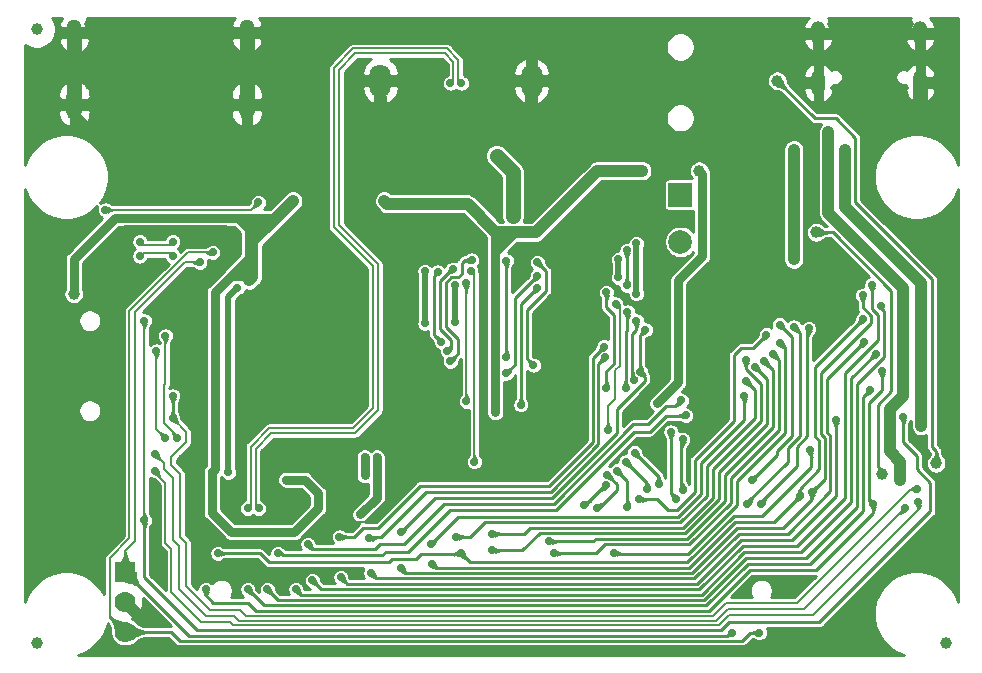
<source format=gbr>
G04 #@! TF.GenerationSoftware,KiCad,Pcbnew,5.1.0-rc2-unknown-036be7d~80~ubuntu16.04.1*
G04 #@! TF.CreationDate,2023-08-29T11:39:43+03:00*
G04 #@! TF.ProjectId,Neo6502_Rev_B,4e656f36-3530-4325-9f52-65765f422e6b,B*
G04 #@! TF.SameCoordinates,Original*
G04 #@! TF.FileFunction,Copper,L2,Bot*
G04 #@! TF.FilePolarity,Positive*
%FSLAX46Y46*%
G04 Gerber Fmt 4.6, Leading zero omitted, Abs format (unit mm)*
G04 Created by KiCad (PCBNEW 5.1.0-rc2-unknown-036be7d~80~ubuntu16.04.1) date 2023-08-29 11:39:43*
%MOMM*%
%LPD*%
G04 APERTURE LIST*
%ADD10O,1.200000X2.200000*%
%ADD11O,1.300000X2.000000*%
%ADD12O,1.800000X2.800000*%
%ADD13O,1.300000X2.300000*%
%ADD14O,1.300000X2.700000*%
%ADD15C,1.000000*%
%ADD16R,1.778000X1.778000*%
%ADD17C,1.778000*%
%ADD18C,1.800000*%
%ADD19R,2.000000X2.000000*%
%ADD20C,2.000000*%
%ADD21C,0.700000*%
%ADD22C,0.762000*%
%ADD23C,1.270000*%
%ADD24C,1.016000*%
%ADD25C,0.200000*%
%ADD26C,0.254000*%
%ADD27C,0.508000*%
%ADD28C,0.203200*%
%ADD29C,0.025400*%
G04 APERTURE END LIST*
D10*
X176320000Y-71030000D03*
D11*
X176320000Y-66850000D03*
X167680000Y-66850000D03*
D10*
X167680000Y-71030000D03*
D12*
X130600000Y-70850000D03*
X143400000Y-70850000D03*
D13*
X119300000Y-66800000D03*
X104700000Y-66800000D03*
D14*
X104700000Y-72850000D03*
X119300000Y-72850000D03*
D15*
X101500000Y-66500000D03*
X178500000Y-118500000D03*
D16*
X109000000Y-112460000D03*
D17*
X109000000Y-115000000D03*
X109000000Y-117540000D03*
D15*
X125660000Y-96826000D03*
X123260000Y-96826000D03*
D18*
X124460000Y-95626000D03*
D15*
X125660000Y-94356000D03*
X123260000Y-94426000D03*
D19*
X156000000Y-80500000D03*
D20*
X156000000Y-84500000D03*
D15*
X101500000Y-118500000D03*
D21*
X121920000Y-106299000D03*
X117729000Y-106426000D03*
X123190000Y-107569000D03*
D15*
X165227000Y-118999000D03*
X110744000Y-119126000D03*
X107442000Y-88900000D03*
D21*
X139319000Y-98933000D03*
X139319000Y-90297000D03*
X118237000Y-85344000D03*
X116455744Y-86363256D03*
X110236000Y-83439000D03*
X110236000Y-80899000D03*
X113030000Y-83439000D03*
X113030000Y-80899000D03*
X135128000Y-79502000D03*
D15*
X137541000Y-82550000D03*
X140462000Y-80264000D03*
D21*
X147193000Y-77724000D03*
X146431000Y-76962000D03*
X147955000Y-76962000D03*
X172021500Y-73914000D03*
X171069000Y-73152000D03*
D15*
X143383000Y-80264000D03*
X171086000Y-65930000D03*
X172864000Y-65930000D03*
X143383000Y-76962000D03*
D21*
X152273000Y-83566000D03*
D15*
X154034000Y-65930000D03*
D21*
X152908000Y-97663000D03*
X152908000Y-99060000D03*
X122301000Y-85471000D03*
X127127000Y-87757000D03*
X174752000Y-83693000D03*
D15*
X178943000Y-95504000D03*
X178943000Y-101600000D03*
X171831000Y-80772000D03*
X177673000Y-86614000D03*
D21*
X134236395Y-80221990D03*
X135128000Y-80221990D03*
X154259743Y-92628247D03*
D15*
X178943000Y-92710000D03*
X178943000Y-90170000D03*
X178943000Y-87630000D03*
X178943000Y-85090000D03*
X178943000Y-82550000D03*
X178943000Y-75565000D03*
X178943000Y-73025000D03*
X178943000Y-70485000D03*
X178943000Y-67945000D03*
X178943000Y-66040000D03*
X178943000Y-97790000D03*
X178943000Y-100330000D03*
X178943000Y-102870000D03*
X179070000Y-105410000D03*
X179070000Y-108458000D03*
X178943000Y-110490000D03*
X178943000Y-113030000D03*
X167640000Y-118999000D03*
X170180000Y-118999000D03*
X172720000Y-118999000D03*
X170180000Y-116205000D03*
X175895000Y-110490000D03*
X160337500Y-119138700D03*
X157797500Y-119138700D03*
X155257500Y-119138700D03*
X152717500Y-119138700D03*
X162877500Y-119126000D03*
X150177500Y-119138700D03*
X147637500Y-119138700D03*
X145097500Y-119138700D03*
X142557500Y-119138700D03*
X140017500Y-119138700D03*
X137477500Y-119138700D03*
X134937500Y-119138700D03*
X132397500Y-119138700D03*
X129857500Y-119138700D03*
X127317500Y-119138700D03*
X124777500Y-119138700D03*
X122237500Y-119138700D03*
X119697500Y-119138700D03*
X117157500Y-119138700D03*
X114300000Y-119138700D03*
X112395000Y-119138700D03*
X109220000Y-119138700D03*
X106680000Y-119138700D03*
X111760000Y-112395000D03*
X114554000Y-108966000D03*
X111506000Y-105664000D03*
X113919000Y-102997000D03*
X100965000Y-113030000D03*
X100965000Y-111125000D03*
X100965000Y-109220000D03*
X100965000Y-106680000D03*
X100965000Y-104140000D03*
X100965000Y-101600000D03*
X100965000Y-98806000D03*
X100965000Y-96266000D03*
X100965000Y-93726000D03*
X100965000Y-91186000D03*
X100965000Y-85725000D03*
X100965000Y-83820000D03*
X100965000Y-81915000D03*
X102870000Y-83820000D03*
X102870000Y-85725000D03*
X102870000Y-88011000D03*
X100965000Y-76200000D03*
X100965000Y-73660000D03*
X100965000Y-71120000D03*
X100965000Y-68580000D03*
X106045000Y-88011000D03*
X102870000Y-68580000D03*
X104775000Y-83820000D03*
X106045000Y-86360000D03*
X106045000Y-66040000D03*
X108585000Y-66040000D03*
X111125000Y-66040000D03*
X113665000Y-66040000D03*
X116205000Y-66040000D03*
X108585000Y-68326000D03*
X111125000Y-68326000D03*
X113665000Y-68326000D03*
X115570000Y-68326000D03*
X106426000Y-68326000D03*
X113157000Y-71120000D03*
X111125000Y-71120000D03*
X108585000Y-71120000D03*
X106045000Y-71120000D03*
X123190000Y-66040000D03*
X125730000Y-66040000D03*
X128270000Y-66040000D03*
X130810000Y-66040000D03*
X133350000Y-66040000D03*
X135890000Y-66040000D03*
X138430000Y-66040000D03*
X140970000Y-66040000D03*
X143510000Y-66040000D03*
X146050000Y-66040000D03*
X148590000Y-66040000D03*
X151130000Y-66040000D03*
X156210000Y-66040000D03*
X158750000Y-66040000D03*
X161290000Y-66040000D03*
X163830000Y-66040000D03*
X165735000Y-66040000D03*
X168910000Y-66040000D03*
X175260000Y-66040000D03*
X173863000Y-68199000D03*
X170561000Y-68199000D03*
X164846000Y-67818000D03*
X164084000Y-73406000D03*
X158750000Y-68326000D03*
X153670000Y-68326000D03*
X158623000Y-73533000D03*
X153543000Y-73406000D03*
X148590000Y-68326000D03*
X147320000Y-70485000D03*
X146050000Y-68580000D03*
X143510000Y-68580000D03*
X140970000Y-68580000D03*
X138430000Y-68580000D03*
X139700000Y-67310000D03*
X139700000Y-69850000D03*
X137160000Y-67310000D03*
X135890000Y-69850000D03*
X133350000Y-69850000D03*
X128270000Y-73660000D03*
X128270000Y-76200000D03*
X130810000Y-73660000D03*
X129540000Y-74930000D03*
X132080000Y-74930000D03*
X125730000Y-68326000D03*
X125730000Y-71120000D03*
X127000000Y-67056000D03*
X129540000Y-67056000D03*
X132080000Y-67056000D03*
X134620000Y-67056000D03*
X121920000Y-67310000D03*
X125730000Y-73660000D03*
X125730000Y-76200000D03*
X123190000Y-76200000D03*
X124460000Y-77470000D03*
X134620000Y-74930000D03*
X137160000Y-74930000D03*
X139065000Y-74930000D03*
X142240000Y-74930000D03*
X143510000Y-73660000D03*
X144780000Y-74930000D03*
X147320000Y-74930000D03*
X159004000Y-82042000D03*
X160401000Y-82042000D03*
X161798000Y-82042000D03*
X168402000Y-84836000D03*
X169545000Y-87122000D03*
D21*
X122555000Y-93345000D03*
X124460000Y-93345000D03*
X126365000Y-93345000D03*
X122555000Y-97790000D03*
X124460000Y-97790000D03*
X126365000Y-97790000D03*
X126365000Y-95631000D03*
X126492000Y-88392000D03*
X125857000Y-89027000D03*
X131572000Y-88265000D03*
X131572000Y-86995000D03*
X132715000Y-86995000D03*
X130810000Y-83185000D03*
X130175000Y-82550000D03*
X128905000Y-91376500D03*
X128270000Y-91948000D03*
X120777000Y-99187000D03*
X120142000Y-99822000D03*
X119507000Y-100457000D03*
X118872000Y-101092000D03*
X128016000Y-99187000D03*
X130429000Y-100965000D03*
X131699000Y-102235000D03*
X131699000Y-100965000D03*
X135255000Y-102235000D03*
X136525000Y-102235000D03*
X135255000Y-103505000D03*
X130048000Y-107950000D03*
D15*
X139573000Y-103886000D03*
D21*
X136525000Y-99060000D03*
X137795000Y-99060000D03*
X135763000Y-95631000D03*
X131953000Y-95631000D03*
X145161000Y-90805000D03*
X144145000Y-90805000D03*
X145161000Y-91821000D03*
X144907000Y-85471000D03*
X144907000Y-84455000D03*
X145542000Y-88392000D03*
X157353000Y-100838000D03*
X167767000Y-92583000D03*
X167767000Y-91567000D03*
X167767000Y-90678000D03*
X166878000Y-90678000D03*
X158623000Y-89598500D03*
X157607000Y-89598500D03*
D15*
X159639000Y-98806000D03*
D21*
X159385000Y-97663000D03*
X122555000Y-95631000D03*
D15*
X107569000Y-106299000D03*
X107442000Y-110236000D03*
D21*
X167767000Y-93472000D03*
X154178000Y-95758000D03*
D15*
X108839000Y-88392000D03*
D21*
X139319000Y-86614000D03*
X141605000Y-99060000D03*
X124333000Y-88773000D03*
D15*
X114935000Y-101981000D03*
X111633000Y-110490000D03*
X169545000Y-85979000D03*
X140843000Y-102108000D03*
X140843000Y-103378000D03*
X157734000Y-99695000D03*
X164846000Y-114046000D03*
X172085000Y-114173000D03*
X107569000Y-101473000D03*
D21*
X116459000Y-80899000D03*
X114173000Y-94107000D03*
X119360200Y-107061000D03*
X137464300Y-71064431D03*
X120288800Y-107061000D03*
X136535700Y-71064431D03*
X116586000Y-89789000D03*
X116586000Y-94234000D03*
X116586000Y-95758000D03*
X116586000Y-97266990D03*
X116586000Y-100584000D03*
X116332000Y-104013000D03*
X122618500Y-104648000D03*
X125349000Y-107061000D03*
D15*
X104648000Y-88900000D03*
D21*
X140335000Y-98933000D03*
X140335000Y-90297000D03*
X119507000Y-87757000D03*
D15*
X123190000Y-81026000D03*
X130937000Y-81026000D03*
X152781000Y-78486006D03*
X165608000Y-85979000D03*
X165608000Y-76708000D03*
D21*
X154051000Y-98171000D03*
D15*
X157607000Y-78486000D03*
X176403000Y-89154000D03*
X176403000Y-90805000D03*
X176403000Y-92456000D03*
X176403000Y-97028000D03*
X176403000Y-98552000D03*
X176403000Y-100076000D03*
X169926000Y-76708000D03*
X177673000Y-103251000D03*
X164211000Y-70866000D03*
X141859000Y-82296000D03*
X140462000Y-77216000D03*
X171831000Y-85344000D03*
X168529000Y-75184000D03*
X174625000Y-104648000D03*
D21*
X117729000Y-104013000D03*
X118491000Y-88391994D03*
X116401656Y-85389914D03*
X162687000Y-117602000D03*
X115316000Y-86233000D03*
X160401000Y-117602000D03*
X166878000Y-91821000D03*
X162814000Y-106680000D03*
X161671000Y-106680000D03*
X165608000Y-91694000D03*
X155194000Y-100584000D03*
X155675027Y-106257536D03*
X162052000Y-104648000D03*
X164402953Y-91502047D03*
X156232121Y-105550665D03*
X156209994Y-101219000D03*
X152126700Y-102342700D03*
X154152600Y-104978200D03*
X164465000Y-93091000D03*
X150368000Y-110871000D03*
X151384000Y-103124000D03*
X153162000Y-105410000D03*
X152527000Y-106299000D03*
X163296253Y-92354747D03*
X150656856Y-103870202D03*
X151511000Y-106934000D03*
X150749000Y-87503000D03*
X150749000Y-85979000D03*
X163830000Y-93980000D03*
X145288000Y-110871000D03*
X149828918Y-104223104D03*
X148971000Y-107010200D03*
X163086122Y-94603175D03*
X151468990Y-88186154D03*
X151468990Y-85222249D03*
X144907000Y-109855000D03*
X149733000Y-105117990D03*
X147828000Y-106807000D03*
X152278885Y-88900000D03*
X162332336Y-95094935D03*
X152273000Y-84624010D03*
X140081000Y-110617000D03*
X110617000Y-108077000D03*
X110617000Y-91186000D03*
X174879000Y-99314000D03*
X121920000Y-110871000D03*
X156464000Y-99187000D03*
X153035000Y-91948000D03*
X152610520Y-95506695D03*
X132334000Y-109093000D03*
X149527770Y-93363919D03*
X127127000Y-109474000D03*
X169164000Y-99568000D03*
X127254000Y-112903000D03*
X149608366Y-94260315D03*
X129667000Y-109601000D03*
X172974000Y-89916000D03*
X121031000Y-113919000D03*
X172545098Y-93955303D03*
X123444000Y-113919000D03*
X161544000Y-96266000D03*
X151362389Y-96837988D03*
X151526010Y-90423523D03*
X137033000Y-109474000D03*
X171450000Y-91059000D03*
X166116000Y-106045000D03*
X135001000Y-111760000D03*
X152273000Y-91186000D03*
X152061010Y-96219478D03*
X161417000Y-97536000D03*
X134874000Y-110109000D03*
X171438000Y-89015000D03*
X167132000Y-105664000D03*
X132334000Y-112141000D03*
X173069400Y-95443918D03*
X115824000Y-113919000D03*
X172339000Y-106680000D03*
X138557000Y-103124000D03*
X138252200Y-86944200D03*
X116840000Y-110871000D03*
X167005000Y-102108000D03*
X137414000Y-110871000D03*
X171526000Y-93015000D03*
X129794000Y-112522000D03*
X172098000Y-97015000D03*
X119380000Y-113919000D03*
X124460000Y-110109000D03*
X156083000Y-97917000D03*
X172212000Y-88138000D03*
X124841000Y-113157000D03*
X149733000Y-88773000D03*
X149733000Y-96901000D03*
X161544000Y-94488000D03*
X140081000Y-109220000D03*
X130302000Y-102743000D03*
X130302000Y-105092502D03*
X128905000Y-107569000D03*
X120269000Y-81153000D03*
X107315000Y-81788000D03*
X137879990Y-98009781D03*
X137858500Y-87947500D03*
X136906000Y-91313000D03*
X150520205Y-89755391D03*
X149859980Y-100457000D03*
X136908882Y-88168365D03*
X142494000Y-98298000D03*
X143891000Y-88392000D03*
X141266010Y-86106000D03*
X141253136Y-94262624D03*
X143891000Y-87376000D03*
X141271015Y-95617010D03*
X143566000Y-94940000D03*
X143891000Y-86233000D03*
X135763000Y-92964000D03*
X135445500Y-87058500D03*
X136271000Y-93726000D03*
X136723772Y-86814353D03*
X134366000Y-91400509D03*
X134366000Y-86995000D03*
X136525000Y-94615000D03*
X138320292Y-86046767D03*
X129286000Y-102743000D03*
X129286000Y-104267000D03*
X111506000Y-102489000D03*
X175006000Y-107061000D03*
X111506000Y-103886000D03*
X176149000Y-106553000D03*
X113030000Y-97536000D03*
X113030000Y-99441000D03*
X176022000Y-105410000D03*
X112395000Y-101092000D03*
X111633000Y-93726000D03*
X112395000Y-92456000D03*
X113411000Y-101092000D03*
X113030000Y-85694000D03*
X110236000Y-85694000D03*
X110236000Y-84486000D03*
X113030000Y-84486000D03*
D15*
X167513000Y-83693000D03*
X173101000Y-104140000D03*
D22*
X121920000Y-107442000D02*
X121920000Y-106299000D01*
X122047000Y-107569000D02*
X121920000Y-107442000D01*
X123190000Y-107569000D02*
X122047000Y-107569000D01*
X117729000Y-106426000D02*
X117729000Y-107315000D01*
X121285000Y-108077000D02*
X121920000Y-107442000D01*
X118491000Y-108077000D02*
X121285000Y-108077000D01*
X117729000Y-107315000D02*
X118491000Y-108077000D01*
X109000000Y-115000000D02*
X108716198Y-115000000D01*
X116459000Y-87122000D02*
X117284500Y-86296500D01*
D23*
X104700000Y-72850000D02*
X104700000Y-69290000D01*
X104700000Y-66800000D02*
X104700000Y-69290000D01*
X119300000Y-66800000D02*
X119300000Y-70311000D01*
X119300000Y-72850000D02*
X119300000Y-70311000D01*
D22*
X139319000Y-98933000D02*
X139319000Y-90297000D01*
X118237000Y-84201000D02*
X117475000Y-83439000D01*
X107442000Y-84963000D02*
X107442000Y-88900000D01*
X118237000Y-85344000D02*
X118237000Y-84201000D01*
X117284500Y-86296500D02*
X118237000Y-85344000D01*
X117475000Y-83439000D02*
X113030000Y-83439000D01*
X108966000Y-83439000D02*
X107442000Y-84963000D01*
X117217744Y-86363256D02*
X116455744Y-86363256D01*
X117284500Y-86296500D02*
X117217744Y-86363256D01*
X116459000Y-86366512D02*
X116455744Y-86363256D01*
X116459000Y-87122000D02*
X116459000Y-86366512D01*
X110236000Y-83439000D02*
X108966000Y-83439000D01*
X104700000Y-72850000D02*
X104700000Y-73712000D01*
X104700000Y-73712000D02*
X110236000Y-79248000D01*
X113030000Y-83439000D02*
X110236000Y-83439000D01*
X111887000Y-80899000D02*
X110236000Y-79248000D01*
X113030000Y-80899000D02*
X111887000Y-80899000D01*
X111125000Y-80899000D02*
X110236000Y-80010000D01*
X111633000Y-80899000D02*
X111125000Y-80899000D01*
X110236000Y-79248000D02*
X110236000Y-80010000D01*
X110236000Y-80010000D02*
X110236000Y-80899000D01*
X113030000Y-80899000D02*
X111633000Y-80899000D01*
X111633000Y-80899000D02*
X110236000Y-80899000D01*
D24*
X143383000Y-70867000D02*
X143383000Y-71628000D01*
X143400000Y-70850000D02*
X143383000Y-70867000D01*
X171069000Y-65947000D02*
X171086000Y-65930000D01*
X171069000Y-73152000D02*
X171069000Y-65947000D01*
X171831000Y-73914000D02*
X171069000Y-73152000D01*
X172021500Y-73914000D02*
X171831000Y-73914000D01*
X172847000Y-65947000D02*
X172864000Y-65930000D01*
X172021500Y-73914000D02*
X172847000Y-73088500D01*
X172847000Y-73088500D02*
X172847000Y-65947000D01*
D22*
X139319000Y-84328000D02*
X137541000Y-82550000D01*
X139319000Y-90297000D02*
X139319000Y-84328000D01*
D24*
X130175000Y-82550000D02*
X137541000Y-82550000D01*
X129159000Y-81534000D02*
X130175000Y-82550000D01*
X129159000Y-76073000D02*
X129159000Y-81534000D01*
X130600000Y-70850000D02*
X130600000Y-74632000D01*
X130600000Y-74632000D02*
X129159000Y-76073000D01*
X143383000Y-80264000D02*
X143383000Y-76962000D01*
X143383000Y-76962000D02*
X143383000Y-71628000D01*
X154051000Y-65947000D02*
X154034000Y-65930000D01*
X152273000Y-83566000D02*
X154051000Y-83566000D01*
X154051000Y-83566000D02*
X154051000Y-65947000D01*
X152908000Y-99060000D02*
X152908000Y-97663000D01*
D23*
X176320000Y-71030000D02*
X176320000Y-72600000D01*
X176320000Y-72600000D02*
X171831000Y-77089000D01*
X171831000Y-77089000D02*
X171831000Y-79756000D01*
X171831000Y-79756000D02*
X171831000Y-80772000D01*
X171831000Y-80772000D02*
X174752000Y-83693000D01*
X178943000Y-87884000D02*
X178943000Y-95504000D01*
X178943000Y-95504000D02*
X178943000Y-101600000D01*
D24*
X178943000Y-101600000D02*
X178943000Y-107188000D01*
D23*
X167132000Y-118999000D02*
X165227000Y-118999000D01*
X178943000Y-107188000D02*
X167132000Y-118999000D01*
X174752000Y-83693000D02*
X177673000Y-86614000D01*
X177673000Y-86614000D02*
X178943000Y-87884000D01*
D24*
X154259743Y-92133273D02*
X154259743Y-92628247D01*
X154259743Y-83774743D02*
X154259743Y-92133273D01*
X154051000Y-83566000D02*
X154259743Y-83774743D01*
X109232700Y-119126000D02*
X109220000Y-119138700D01*
X110744000Y-119126000D02*
X109232700Y-119126000D01*
X109220000Y-119138700D02*
X106680000Y-119138700D01*
X112382300Y-119126000D02*
X110744000Y-119126000D01*
X112395000Y-119138700D02*
X112382300Y-119126000D01*
X112397590Y-119136110D02*
X112395000Y-119138700D01*
X165227000Y-118999000D02*
X165089890Y-119136110D01*
X165089890Y-119136110D02*
X112397590Y-119136110D01*
D22*
X107442000Y-110236000D02*
X107442000Y-106426000D01*
X107442000Y-106426000D02*
X107569000Y-106299000D01*
D24*
X154178000Y-96393000D02*
X152908000Y-97663000D01*
X154178000Y-95758000D02*
X154178000Y-96393000D01*
X154178000Y-92709990D02*
X154259743Y-92628247D01*
X154178000Y-95758000D02*
X154178000Y-92709990D01*
D22*
X140843000Y-102108000D02*
X139319000Y-100584000D01*
X139319000Y-100584000D02*
X139319000Y-98933000D01*
X140843000Y-103378000D02*
X140843000Y-102108000D01*
D25*
X129443190Y-108254800D02*
X128600200Y-108254800D01*
X129747990Y-107950000D02*
X129443190Y-108254800D01*
X130048000Y-107950000D02*
X129747990Y-107950000D01*
D22*
X114935000Y-94869000D02*
X114173000Y-94107000D01*
X114935000Y-101981000D02*
X114935000Y-94869000D01*
X114935000Y-92583000D02*
X114935000Y-88646000D01*
X114173000Y-93345000D02*
X114935000Y-92583000D01*
X114935000Y-88646000D02*
X116459000Y-87122000D01*
X114173000Y-94107000D02*
X114173000Y-93345000D01*
D25*
X119610200Y-106811000D02*
X119360200Y-107061000D01*
X119610200Y-101828734D02*
X119610200Y-106811000D01*
X128308234Y-100242700D02*
X121196234Y-100242700D01*
X126658700Y-69761234D02*
X126658700Y-83273766D01*
X129960700Y-98590234D02*
X128308234Y-100242700D01*
X136232766Y-68111700D02*
X128308234Y-68111700D01*
X137464300Y-71064431D02*
X137214300Y-70814431D01*
X129960700Y-86575766D02*
X129960700Y-98590234D01*
X126658700Y-83273766D02*
X129960700Y-86575766D01*
X137214300Y-69093234D02*
X136232766Y-68111700D01*
X128308234Y-68111700D02*
X126658700Y-69761234D01*
X121196234Y-100242700D02*
X119610200Y-101828734D01*
X137214300Y-70814431D02*
X137214300Y-69093234D01*
X128485766Y-68540300D02*
X127087300Y-69938766D01*
X136785700Y-70814431D02*
X136785700Y-69270766D01*
X136055234Y-68540300D02*
X128485766Y-68540300D01*
X136785700Y-69270766D02*
X136055234Y-68540300D01*
X120038800Y-102006266D02*
X120038800Y-106811000D01*
X136535700Y-71064431D02*
X136785700Y-70814431D01*
X127087300Y-69938766D02*
X127087300Y-83096234D01*
X121373766Y-100671300D02*
X120038800Y-102006266D01*
X130389300Y-86398234D02*
X130389300Y-98767766D01*
X130389300Y-98767766D02*
X128485766Y-100671300D01*
X127087300Y-83096234D02*
X130389300Y-86398234D01*
X128485766Y-100671300D02*
X121373766Y-100671300D01*
X120038800Y-106811000D02*
X120288800Y-107061000D01*
D22*
X116586000Y-97266990D02*
X116586000Y-95758000D01*
X116586000Y-95758000D02*
X116586000Y-94234000D01*
X116586000Y-97266990D02*
X116586000Y-100584000D01*
X124206000Y-104648000D02*
X122618500Y-104648000D01*
X125349000Y-107061000D02*
X125349000Y-105791000D01*
X125349000Y-105791000D02*
X124206000Y-104648000D01*
X116586000Y-94234000D02*
X116586000Y-88773000D01*
X119507000Y-85852000D02*
X119507000Y-87757000D01*
X119507000Y-87757000D02*
X118554500Y-86804500D01*
X119507000Y-87757000D02*
X119507000Y-87249000D01*
X119507000Y-87249000D02*
X118808500Y-86550500D01*
X118554500Y-86804500D02*
X118808500Y-86550500D01*
X118808500Y-86550500D02*
X119507000Y-85852000D01*
X119126000Y-87376000D02*
X117983000Y-87376000D01*
X116586000Y-88773000D02*
X117983000Y-87376000D01*
X119507000Y-87757000D02*
X119126000Y-87376000D01*
X117983000Y-87376000D02*
X118554500Y-86804500D01*
X116586000Y-103759000D02*
X116332000Y-104013000D01*
X116586000Y-100584000D02*
X116586000Y-103759000D01*
X104648000Y-85979000D02*
X104648000Y-88900000D01*
X108157989Y-82469011D02*
X104648000Y-85979000D01*
D24*
X176403000Y-89154000D02*
X176403000Y-90805000D01*
X176403000Y-90805000D02*
X176403000Y-92456000D01*
X176403000Y-92456000D02*
X176403000Y-97028000D01*
X176403000Y-97028000D02*
X176403000Y-98552000D01*
X176403000Y-98552000D02*
X176403000Y-100076000D01*
D22*
X123317000Y-109093000D02*
X125349000Y-107061000D01*
X117983000Y-109093000D02*
X123317000Y-109093000D01*
X116332000Y-104013000D02*
X116332000Y-107442000D01*
X116332000Y-107442000D02*
X117983000Y-109093000D01*
D24*
X165608000Y-76708000D02*
X165608000Y-85979000D01*
X148970994Y-78486006D02*
X143764000Y-83693000D01*
X152781000Y-78486006D02*
X148970994Y-78486006D01*
X140335000Y-83624303D02*
X140335000Y-83693000D01*
X138044687Y-81333990D02*
X140335000Y-83624303D01*
X137975990Y-81333990D02*
X138044687Y-81333990D01*
X130937000Y-81026000D02*
X131191000Y-81280000D01*
X137922000Y-81280000D02*
X137975990Y-81333990D01*
X131191000Y-81280000D02*
X137922000Y-81280000D01*
D22*
X140335000Y-84455000D02*
X140462000Y-84455000D01*
D24*
X141224000Y-83693000D02*
X140335000Y-83693000D01*
D22*
X140462000Y-84455000D02*
X141224000Y-83693000D01*
X140335000Y-84455000D02*
X140335000Y-83693000D01*
X140335000Y-85217000D02*
X140462000Y-85217000D01*
D24*
X141986000Y-83693000D02*
X141224000Y-83693000D01*
D22*
X140462000Y-85217000D02*
X141986000Y-83693000D01*
D24*
X143764000Y-83693000D02*
X141986000Y-83693000D01*
D22*
X140335000Y-90297000D02*
X140335000Y-85217000D01*
X140335000Y-85217000D02*
X140335000Y-84455000D01*
X140335000Y-90297000D02*
X140335000Y-90791974D01*
X140335000Y-98438026D02*
X140335000Y-98933000D01*
X140322135Y-90804839D02*
X140322135Y-98425161D01*
X140335000Y-90791974D02*
X140322135Y-90804839D01*
X140322135Y-98425161D02*
X140335000Y-98438026D01*
X118444989Y-82469011D02*
X118537011Y-82469011D01*
X119507000Y-83439000D02*
X119507000Y-82469011D01*
X119507000Y-82469011D02*
X118444989Y-82469011D01*
X118537011Y-82469011D02*
X119507000Y-83439000D01*
X118444989Y-82469011D02*
X108157989Y-82469011D01*
X119507000Y-82469011D02*
X120315011Y-82469011D01*
X120315011Y-82630989D02*
X120315011Y-82469011D01*
X119507000Y-83439000D02*
X120315011Y-82630989D01*
X119507000Y-84709000D02*
X119507000Y-84963000D01*
X119507000Y-85852000D02*
X119507000Y-84963000D01*
X120315011Y-82469011D02*
X121111989Y-82469011D01*
X119507000Y-84074000D02*
X121111989Y-82469011D01*
X119507000Y-84201000D02*
X119507000Y-84074000D01*
X119507000Y-84963000D02*
X119507000Y-84201000D01*
X121111989Y-82469011D02*
X121746989Y-82469011D01*
X119507000Y-84201000D02*
X119507000Y-83439000D01*
D24*
X123190000Y-81026000D02*
X121746989Y-82469011D01*
X121746989Y-82469011D02*
X119761000Y-84455000D01*
D22*
X119761000Y-84455000D02*
X119507000Y-84709000D01*
D24*
X119761000Y-86995000D02*
X119507000Y-87249000D01*
X119761000Y-84455000D02*
X119761000Y-86995000D01*
X119761000Y-87503000D02*
X119761000Y-86868000D01*
X119507000Y-87757000D02*
X119761000Y-87503000D01*
D22*
X154051000Y-98171000D02*
X155829000Y-96393000D01*
X155829000Y-96393000D02*
X155829000Y-87757000D01*
X155829000Y-87757000D02*
X157861000Y-85725000D01*
X157861000Y-78740000D02*
X157607000Y-78486000D01*
X157861000Y-85725000D02*
X157861000Y-78740000D01*
D24*
X176403000Y-88011000D02*
X176403000Y-89154000D01*
X169926000Y-81534000D02*
X176403000Y-88011000D01*
X169926000Y-76708000D02*
X169926000Y-81534000D01*
D26*
X167386000Y-74041000D02*
X164211000Y-70866000D01*
X169164000Y-74041000D02*
X167386000Y-74041000D01*
X170815000Y-75692000D02*
X169164000Y-74041000D01*
X170815000Y-81153000D02*
X170815000Y-75692000D01*
X177673000Y-103251000D02*
X177673000Y-102235000D01*
X177673000Y-102235000D02*
X177292000Y-101854000D01*
X177292000Y-101854000D02*
X177292000Y-87630000D01*
X177292000Y-87630000D02*
X170815000Y-81153000D01*
D23*
X141859000Y-82296000D02*
X141859000Y-78613000D01*
X141859000Y-78613000D02*
X140462000Y-77216000D01*
D24*
X168529000Y-82042000D02*
X171831000Y-85344000D01*
X168529000Y-75184000D02*
X168529000Y-82042000D01*
X173736000Y-98679000D02*
X174879000Y-97536000D01*
X173736000Y-102235000D02*
X173736000Y-98679000D01*
X174625000Y-103124000D02*
X173736000Y-102235000D01*
X174625000Y-104648000D02*
X174625000Y-103124000D01*
X174879000Y-97536000D02*
X174879000Y-88392000D01*
X174879000Y-88392000D02*
X171831000Y-85344000D01*
D27*
X117729000Y-89153994D02*
X118491000Y-88391994D01*
X117729000Y-104013000D02*
X117729000Y-89153994D01*
D25*
X114323386Y-85389914D02*
X116401656Y-85389914D01*
X109347000Y-90366300D02*
X114323386Y-85389914D01*
X109000000Y-117540000D02*
X107696000Y-116236000D01*
X107696000Y-116236000D02*
X107696000Y-111252000D01*
X107696000Y-111252000D02*
X109347000Y-109601000D01*
X109347000Y-109601000D02*
X109347000Y-90366300D01*
D26*
X112841000Y-117540000D02*
X109000000Y-117540000D01*
X162687000Y-117602000D02*
X161925000Y-117602000D01*
X161925000Y-117602000D02*
X161225901Y-118301099D01*
X161225901Y-118301099D02*
X113602099Y-118301099D01*
X113602099Y-118301099D02*
X112841000Y-117540000D01*
D25*
X109855000Y-90424000D02*
X114046000Y-86233000D01*
X109855000Y-109855000D02*
X109855000Y-90424000D01*
X109000000Y-112460000D02*
X109000000Y-110710000D01*
X114046000Y-86233000D02*
X115316000Y-86233000D01*
X109000000Y-110710000D02*
X109855000Y-109855000D01*
D26*
X114387088Y-117847088D02*
X109000000Y-112460000D01*
X159978112Y-117847088D02*
X114387088Y-117847088D01*
X160223200Y-117602000D02*
X159978112Y-117847088D01*
X160401000Y-117602000D02*
X160223200Y-117602000D01*
X166751000Y-91948000D02*
X166878000Y-91821000D01*
X166751000Y-100954280D02*
X166751000Y-91948000D01*
X162814000Y-106680000D02*
X162814000Y-106553000D01*
X165862000Y-101843280D02*
X166751000Y-100954280D01*
X162814000Y-106553000D02*
X165862000Y-103505000D01*
X165862000Y-103505000D02*
X165862000Y-101843280D01*
X161671000Y-106553000D02*
X161671000Y-106680000D01*
X165100000Y-103124000D02*
X161671000Y-106553000D01*
X165608000Y-91694000D02*
X166116000Y-92202000D01*
X165100000Y-101963212D02*
X165100000Y-103124000D01*
X166116000Y-92202000D02*
X166116000Y-100947212D01*
X166116000Y-100947212D02*
X165100000Y-101963212D01*
X155675027Y-106257536D02*
X155194000Y-105776509D01*
X155194000Y-105776509D02*
X155194000Y-100584000D01*
X165481000Y-100940144D02*
X164211000Y-102210144D01*
X164402953Y-91502047D02*
X165481000Y-92580094D01*
X165481000Y-92580094D02*
X165481000Y-100940144D01*
X164211000Y-102210144D02*
X164211000Y-102515877D01*
X164211000Y-102515877D02*
X162078877Y-104648000D01*
X162078877Y-104648000D02*
X162052000Y-104648000D01*
X156083000Y-101345994D02*
X156209994Y-101219000D01*
X156083000Y-105401544D02*
X156083000Y-101345994D01*
X156232121Y-105550665D02*
X156083000Y-105401544D01*
X154152600Y-104368600D02*
X152126700Y-102342700D01*
X154152600Y-104978200D02*
X154152600Y-104368600D01*
X164846000Y-93472000D02*
X164465000Y-93091000D01*
X164846000Y-100711000D02*
X164846000Y-93472000D01*
X160782000Y-104775000D02*
X164846000Y-100711000D01*
X150368000Y-110871000D02*
X150393400Y-110896400D01*
X150393400Y-110896400D02*
X156641800Y-110896400D01*
X156641800Y-110896400D02*
X160782000Y-106756200D01*
X160782000Y-106756200D02*
X160782000Y-104775000D01*
X153162000Y-105410000D02*
X153162000Y-104902000D01*
X153162000Y-104902000D02*
X151384000Y-103124000D01*
X161163000Y-93472000D02*
X162179000Y-93472000D01*
X160528000Y-94107000D02*
X161163000Y-93472000D01*
X160528000Y-99695000D02*
X160528000Y-94107000D01*
X157226000Y-102997000D02*
X160528000Y-99695000D01*
X152527000Y-106299000D02*
X154051000Y-106299000D01*
X154051000Y-106299000D02*
X154940000Y-107188000D01*
X154940000Y-107188000D02*
X155727400Y-107188000D01*
X162179000Y-93472000D02*
X163296253Y-92354747D01*
X157226000Y-105689400D02*
X157226000Y-102997000D01*
X155727400Y-107188000D02*
X157226000Y-105689400D01*
X151511000Y-104724346D02*
X151006855Y-104220201D01*
X151006855Y-104220201D02*
X150656856Y-103870202D01*
X151511000Y-106934000D02*
X151511000Y-104724346D01*
D27*
X150749000Y-85979000D02*
X150749000Y-87503000D01*
D26*
X164338000Y-94488000D02*
X163830000Y-93980000D01*
X160274000Y-104521000D02*
X164338000Y-100457000D01*
X164338000Y-100457000D02*
X164338000Y-94488000D01*
X160274000Y-106603800D02*
X160274000Y-104521000D01*
X145288000Y-110871000D02*
X148844000Y-110871000D01*
X148844000Y-110871000D02*
X149606000Y-110109000D01*
X149606000Y-110109000D02*
X156768800Y-110109000D01*
X156768800Y-110109000D02*
X160274000Y-106603800D01*
X150622000Y-105016186D02*
X149828918Y-104223104D01*
X150622000Y-105537000D02*
X150622000Y-105016186D01*
X149148800Y-107010200D02*
X150622000Y-105537000D01*
X148971000Y-107010200D02*
X149148800Y-107010200D01*
X151468990Y-85222249D02*
X151468990Y-88186154D01*
X163830000Y-100203000D02*
X163830000Y-95347053D01*
X159766000Y-104267000D02*
X163830000Y-100203000D01*
X163830000Y-95347053D02*
X163086122Y-94603175D01*
X159766000Y-106451400D02*
X159766000Y-104267000D01*
X144907000Y-109855000D02*
X148590000Y-109855000D01*
X148590000Y-109855000D02*
X148818600Y-109626400D01*
X148818600Y-109626400D02*
X156591000Y-109626400D01*
X156591000Y-109626400D02*
X159766000Y-106451400D01*
X149644010Y-105117990D02*
X149733000Y-105117990D01*
X147955000Y-106807000D02*
X149644010Y-105117990D01*
X147828000Y-106807000D02*
X147955000Y-106807000D01*
D27*
X152273000Y-88894115D02*
X152278885Y-88900000D01*
X152273000Y-84624010D02*
X152273000Y-88894115D01*
D26*
X163322000Y-96084599D02*
X162332336Y-95094935D01*
X163322000Y-99949000D02*
X163322000Y-96084599D01*
X159258000Y-104013000D02*
X163322000Y-99949000D01*
X159258000Y-106299000D02*
X159258000Y-104013000D01*
X140081000Y-110617000D02*
X142621000Y-110617000D01*
X142621000Y-110617000D02*
X144094200Y-109143800D01*
X144094200Y-109143800D02*
X156413200Y-109143800D01*
X156413200Y-109143800D02*
X159258000Y-106299000D01*
D25*
X110617000Y-108077000D02*
X110617000Y-91186000D01*
D26*
X176022000Y-102616000D02*
X174879000Y-101473000D01*
X176022000Y-103759000D02*
X176022000Y-102616000D01*
X110617000Y-108077000D02*
X110617000Y-112903000D01*
X110617000Y-112903000D02*
X115107077Y-117393077D01*
X177165000Y-107315000D02*
X177165000Y-104902000D01*
X160147000Y-116713000D02*
X167767000Y-116713000D01*
X115107077Y-117393077D02*
X159466923Y-117393077D01*
X177165000Y-104902000D02*
X176022000Y-103759000D01*
X167767000Y-116713000D02*
X177165000Y-107315000D01*
X159466923Y-117393077D02*
X160147000Y-116713000D01*
X174879000Y-101473000D02*
X174879000Y-99314000D01*
X122174000Y-110871000D02*
X121920000Y-110871000D01*
X154787600Y-99212400D02*
X153416000Y-100584000D01*
X156438600Y-99212400D02*
X154787600Y-99212400D01*
X156464000Y-99187000D02*
X156438600Y-99212400D01*
X122351800Y-111048800D02*
X122174000Y-110871000D01*
X132969000Y-110744000D02*
X131064000Y-110744000D01*
X153416000Y-100584000D02*
X152117728Y-100584000D01*
X152117728Y-100584000D02*
X145513728Y-107188000D01*
X136525000Y-107188000D02*
X132969000Y-110744000D01*
X145513728Y-107188000D02*
X136525000Y-107188000D01*
X131064000Y-110744000D02*
X130759200Y-111048800D01*
X130759200Y-111048800D02*
X122351800Y-111048800D01*
X152610520Y-92372480D02*
X153035000Y-91948000D01*
X152610520Y-95506695D02*
X152610520Y-92372480D01*
X150622000Y-100703932D02*
X150622000Y-98679000D01*
X135255000Y-106172000D02*
X145153932Y-106172000D01*
X150622000Y-98679000D02*
X153035000Y-96266000D01*
X145153932Y-106172000D02*
X150622000Y-100703932D01*
X153035000Y-95931175D02*
X152610520Y-95506695D01*
X132334000Y-109093000D02*
X135255000Y-106172000D01*
X153035000Y-96266000D02*
X153035000Y-95931175D01*
X144885796Y-105156000D02*
X148590000Y-101451796D01*
X133985000Y-105156000D02*
X144885796Y-105156000D01*
X127127000Y-109474000D02*
X128397000Y-109474000D01*
X148590000Y-101451796D02*
X148590000Y-94301689D01*
X128397000Y-109474000D02*
X129159000Y-108712000D01*
X129159000Y-108712000D02*
X130429000Y-108712000D01*
X149177771Y-93713918D02*
X149527770Y-93363919D01*
X148590000Y-94301689D02*
X149177771Y-93713918D01*
X130429000Y-108712000D02*
X133985000Y-105156000D01*
X165481000Y-109728000D02*
X169164000Y-106045000D01*
X127254000Y-112903000D02*
X127807720Y-113456720D01*
X169164000Y-106045000D02*
X169164000Y-99568000D01*
X127807720Y-113456720D02*
X157383480Y-113456720D01*
X157383480Y-113456720D02*
X161112200Y-109728000D01*
X161112200Y-109728000D02*
X165481000Y-109728000D01*
X149258367Y-94610314D02*
X149608366Y-94260315D01*
X149044011Y-94824670D02*
X149258367Y-94610314D01*
X149044011Y-101639853D02*
X149044011Y-94824670D01*
X145019864Y-105664000D02*
X149044011Y-101639853D01*
X129667000Y-109601000D02*
X129794000Y-109474000D01*
X129794000Y-109474000D02*
X130683000Y-109474000D01*
X130683000Y-109474000D02*
X134493000Y-105664000D01*
X134493000Y-105664000D02*
X145019864Y-105664000D01*
X173222100Y-90341900D02*
X172974000Y-90093800D01*
X173222100Y-94280265D02*
X173222100Y-90341900D01*
X172974000Y-90093800D02*
X172974000Y-89916000D01*
X170942000Y-106934000D02*
X170942000Y-96560365D01*
X166624000Y-111252000D02*
X170942000Y-106934000D01*
X121031000Y-113919000D02*
X121932700Y-114820700D01*
X161569400Y-111252000D02*
X166624000Y-111252000D01*
X170942000Y-96560365D02*
X173222100Y-94280265D01*
X121932700Y-114820700D02*
X158000700Y-114820700D01*
X158000700Y-114820700D02*
X161569400Y-111252000D01*
X170434000Y-96066401D02*
X172545098Y-93955303D01*
X166243000Y-110744000D02*
X170434000Y-106553000D01*
X170434000Y-106553000D02*
X170434000Y-96066401D01*
X123444000Y-113919000D02*
X123891040Y-114366040D01*
X123891040Y-114366040D02*
X157794960Y-114366040D01*
X157794960Y-114366040D02*
X161417000Y-110744000D01*
X161417000Y-110744000D02*
X166243000Y-110744000D01*
X151362389Y-92096611D02*
X151362389Y-96837988D01*
X151526010Y-90423523D02*
X151526010Y-91932990D01*
X151526010Y-91932990D02*
X151362389Y-92096611D01*
X138176000Y-109474000D02*
X139420600Y-108229400D01*
X137033000Y-109474000D02*
X138176000Y-109474000D01*
X162306000Y-99441000D02*
X162306000Y-97028000D01*
X156006800Y-108229400D02*
X158242000Y-105994200D01*
X158242000Y-105994200D02*
X158242000Y-103505000D01*
X158242000Y-103505000D02*
X162306000Y-99441000D01*
X139420600Y-108229400D02*
X156006800Y-108229400D01*
X162306000Y-97028000D02*
X161544000Y-96266000D01*
X167386000Y-95123000D02*
X171450000Y-91059000D01*
X167386000Y-100931788D02*
X167386000Y-95123000D01*
X166116000Y-106045000D02*
X166116000Y-105410000D01*
X166116000Y-105410000D02*
X167775455Y-103750545D01*
X167775455Y-101321243D02*
X167386000Y-100931788D01*
X167775455Y-103750545D02*
X167775455Y-101321243D01*
X163957000Y-108204000D02*
X166116000Y-106045000D01*
X135001000Y-111760000D02*
X135331200Y-112090200D01*
X135331200Y-112090200D02*
X156768800Y-112090200D01*
X156768800Y-112090200D02*
X160655000Y-108204000D01*
X160655000Y-108204000D02*
X163957000Y-108204000D01*
X151923001Y-96081469D02*
X152061010Y-96219478D01*
X151923001Y-92297999D02*
X151923001Y-96081469D01*
X152273000Y-91186000D02*
X152273000Y-91948000D01*
X152273000Y-91948000D02*
X151923001Y-92297999D01*
X161417000Y-99568000D02*
X161417000Y-97536000D01*
X134874000Y-110109000D02*
X137210800Y-107772200D01*
X137210800Y-107772200D02*
X155803600Y-107772200D01*
X155803600Y-107772200D02*
X157734000Y-105841800D01*
X157734000Y-103251000D02*
X161417000Y-99568000D01*
X157734000Y-105841800D02*
X157734000Y-103251000D01*
X171438000Y-90056400D02*
X171438000Y-89015000D01*
X172161200Y-90779600D02*
X171438000Y-90056400D01*
X172161200Y-91370868D02*
X172161200Y-90779600D01*
X167132000Y-105664000D02*
X168229466Y-104566534D01*
X167894000Y-95638068D02*
X172161200Y-91370868D01*
X168229466Y-104566534D02*
X168229466Y-101095770D01*
X168229466Y-101095770D02*
X167894000Y-100760304D01*
X167894000Y-100760304D02*
X167894000Y-95638068D01*
X164719000Y-108712000D02*
X167132000Y-106299000D01*
X132334000Y-112141000D02*
X132737860Y-112544860D01*
X167132000Y-106299000D02*
X167132000Y-105664000D01*
X132737860Y-112544860D02*
X156974540Y-112544860D01*
X156974540Y-112544860D02*
X160807400Y-108712000D01*
X160807400Y-108712000D02*
X164719000Y-108712000D01*
X173069400Y-97045564D02*
X173069400Y-95443918D01*
X171958000Y-98156964D02*
X173069400Y-97045564D01*
X171958000Y-106299000D02*
X171958000Y-98156964D01*
X172339000Y-106680000D02*
X171958000Y-106299000D01*
X115824000Y-114427000D02*
X115824000Y-113919000D01*
X119380000Y-115062000D02*
X116459000Y-115062000D01*
X120048020Y-115730020D02*
X119380000Y-115062000D01*
X158412180Y-115730020D02*
X120048020Y-115730020D01*
X116459000Y-115062000D02*
X115824000Y-114427000D01*
X172339000Y-106680000D02*
X172339000Y-107442000D01*
X172339000Y-107442000D02*
X167513000Y-112268000D01*
X167513000Y-112268000D02*
X161874200Y-112268000D01*
X161874200Y-112268000D02*
X158412180Y-115730020D01*
D25*
X138557000Y-103124000D02*
X138557000Y-87249000D01*
X138557000Y-87249000D02*
X138252200Y-86944200D01*
D26*
X120396000Y-110871000D02*
X116840000Y-110871000D01*
X131318000Y-111633000D02*
X121158000Y-111633000D01*
X131597400Y-111353600D02*
X131318000Y-111633000D01*
X137414000Y-110871000D02*
X137337800Y-110947200D01*
X137337800Y-110947200D02*
X134035800Y-110947200D01*
X134035800Y-110947200D02*
X133629400Y-111353600D01*
X121158000Y-111633000D02*
X120396000Y-110871000D01*
X133629400Y-111353600D02*
X131597400Y-111353600D01*
X167098454Y-102201454D02*
X167005000Y-102108000D01*
X167098454Y-103538546D02*
X167098454Y-102201454D01*
X162941000Y-107696000D02*
X167098454Y-103538546D01*
X137414000Y-110871000D02*
X138176000Y-111633000D01*
X138176000Y-111633000D02*
X156565600Y-111633000D01*
X156565600Y-111633000D02*
X160502600Y-107696000D01*
X160502600Y-107696000D02*
X162941000Y-107696000D01*
X168402000Y-100626236D02*
X168402000Y-96139000D01*
X168683476Y-100907712D02*
X168402000Y-100626236D01*
X168683476Y-105636524D02*
X168683476Y-100907712D01*
X168402000Y-96139000D02*
X171526000Y-93015000D01*
X165100000Y-109220000D02*
X168683476Y-105636524D01*
X129794000Y-112522000D02*
X130271520Y-112999520D01*
X130271520Y-112999520D02*
X157180280Y-112999520D01*
X157180280Y-112999520D02*
X160959800Y-109220000D01*
X160959800Y-109220000D02*
X165100000Y-109220000D01*
X171450000Y-97663000D02*
X172098000Y-97015000D01*
X119380000Y-113919000D02*
X120736360Y-115275360D01*
X120736360Y-115275360D02*
X158206440Y-115275360D01*
X158206440Y-115275360D02*
X161721800Y-111760000D01*
X171450000Y-107315000D02*
X171450000Y-97663000D01*
X167005000Y-111760000D02*
X171450000Y-107315000D01*
X161721800Y-111760000D02*
X167005000Y-111760000D01*
X124841000Y-110490000D02*
X124460000Y-110109000D01*
X155575000Y-98425000D02*
X154805932Y-98425000D01*
X153281932Y-99949000D02*
X152019000Y-99949000D01*
X130175000Y-110490000D02*
X124841000Y-110490000D01*
X156083000Y-97917000D02*
X155575000Y-98425000D01*
X154805932Y-98425000D02*
X153281932Y-99949000D01*
X152019000Y-99949000D02*
X145288000Y-106680000D01*
X145288000Y-106680000D02*
X136017000Y-106680000D01*
X136017000Y-106680000D02*
X132588000Y-110109000D01*
X132588000Y-110109000D02*
X130556000Y-110109000D01*
X130556000Y-110109000D02*
X130175000Y-110490000D01*
X172225012Y-88151012D02*
X172212000Y-88138000D01*
X161264600Y-110236000D02*
X165862000Y-110236000D01*
X125595380Y-113911380D02*
X157589220Y-113911380D01*
X172225012Y-90157612D02*
X172225012Y-88151012D01*
X124841000Y-113157000D02*
X125595380Y-113911380D01*
X165862000Y-110236000D02*
X169926000Y-106172000D01*
X169926000Y-106172000D02*
X169926000Y-95616964D01*
X169926000Y-95616964D02*
X172720000Y-92822964D01*
X172720000Y-92822964D02*
X172720000Y-90652600D01*
X157589220Y-113911380D02*
X161264600Y-110236000D01*
X172720000Y-90652600D02*
X172225012Y-90157612D01*
X149733000Y-95440500D02*
X149733000Y-96901000D01*
X150368000Y-94805500D02*
X149733000Y-95440500D01*
X150368000Y-90678000D02*
X150368000Y-94805500D01*
X149733000Y-88773000D02*
X149733000Y-90043000D01*
X149733000Y-90043000D02*
X150368000Y-90678000D01*
X161544000Y-94982974D02*
X161544000Y-94488000D01*
X161544000Y-95264036D02*
X161544000Y-94982974D01*
X162814000Y-96534036D02*
X161544000Y-95264036D01*
X162814000Y-99695000D02*
X162814000Y-96534036D01*
X140081000Y-109220000D02*
X142748000Y-109220000D01*
X158750000Y-103759000D02*
X162814000Y-99695000D01*
X158750000Y-106146600D02*
X158750000Y-103759000D01*
X142748000Y-109220000D02*
X143281400Y-108686600D01*
X143281400Y-108686600D02*
X156210000Y-108686600D01*
X156210000Y-108686600D02*
X158750000Y-106146600D01*
D22*
X130302000Y-102743000D02*
X130302000Y-105092502D01*
X130302000Y-106172000D02*
X128905000Y-107569000D01*
X130302000Y-105092502D02*
X130302000Y-106172000D01*
D25*
X119634000Y-81788000D02*
X107315000Y-81788000D01*
X120269000Y-81153000D02*
X119634000Y-81788000D01*
X137879990Y-98009781D02*
X137879990Y-88251948D01*
X137879990Y-87968990D02*
X137858500Y-87947500D01*
X137879990Y-88251948D02*
X137879990Y-87968990D01*
D27*
X136908882Y-91310118D02*
X136906000Y-91313000D01*
X136908882Y-88168365D02*
X136908882Y-91310118D01*
D25*
X150495000Y-97790000D02*
X149859980Y-98425020D01*
X150495000Y-95377000D02*
X150495000Y-97790000D01*
X150876000Y-94996000D02*
X150495000Y-95377000D01*
X150520205Y-89755391D02*
X150876000Y-90111186D01*
X149859980Y-98425020D02*
X149859980Y-100457000D01*
X150876000Y-90111186D02*
X150876000Y-94996000D01*
D26*
X142494000Y-89789000D02*
X143891000Y-88392000D01*
X142494000Y-98298000D02*
X142494000Y-89789000D01*
X141266010Y-86106000D02*
X141266010Y-94249750D01*
X141266010Y-94249750D02*
X141253136Y-94262624D01*
X141621014Y-95267011D02*
X141271015Y-95617010D01*
X141986000Y-94902025D02*
X141621014Y-95267011D01*
X143891000Y-87376000D02*
X141986000Y-89281000D01*
X141986000Y-89281000D02*
X141986000Y-94902025D01*
X144653000Y-86995000D02*
X143891000Y-86233000D01*
X144653000Y-88646000D02*
X144653000Y-86995000D01*
X143566000Y-94940000D02*
X143002000Y-94376000D01*
X143002000Y-90297000D02*
X144653000Y-88646000D01*
X143002000Y-94376000D02*
X143002000Y-90297000D01*
X135144934Y-87359066D02*
X135445500Y-87058500D01*
X135763000Y-92964000D02*
X135144934Y-92345934D01*
X135144934Y-92345934D02*
X135144934Y-87359066D01*
X135689989Y-87779211D02*
X136654847Y-86814353D01*
X136620999Y-93376001D02*
X136620999Y-92813067D01*
X136271000Y-93726000D02*
X136620999Y-93376001D01*
X135689989Y-91882057D02*
X135689989Y-87779211D01*
X136654847Y-86814353D02*
X136723772Y-86814353D01*
X136620999Y-92813067D02*
X135689989Y-91882057D01*
D27*
X134366000Y-86995000D02*
X134366000Y-91400509D01*
D26*
X137727233Y-86046767D02*
X138320292Y-86046767D01*
X137477500Y-86296500D02*
X137727233Y-86046767D01*
X137477500Y-87185500D02*
X137477500Y-86296500D01*
X137160000Y-93980000D02*
X137160000Y-92710000D01*
X137171637Y-87491363D02*
X137477500Y-87185500D01*
X136144000Y-87967268D02*
X136619905Y-87491363D01*
X136525000Y-94615000D02*
X137160000Y-93980000D01*
X137160000Y-92710000D02*
X136144000Y-91694000D01*
X136144000Y-91694000D02*
X136144000Y-87967268D01*
X136619905Y-87491363D02*
X137171637Y-87491363D01*
D22*
X129286000Y-102743000D02*
X129286000Y-104267000D01*
D25*
X112268000Y-103759000D02*
X112268000Y-103251000D01*
X113030000Y-104521000D02*
X112268000Y-103759000D01*
X159026860Y-116563140D02*
X118595140Y-116563140D01*
X112268000Y-103251000D02*
X111506000Y-102489000D01*
X160020000Y-115570000D02*
X159026860Y-116563140D01*
X166497000Y-115570000D02*
X160020000Y-115570000D01*
X175006000Y-107061000D02*
X166497000Y-115570000D01*
X118595140Y-116563140D02*
X118237000Y-116205000D01*
X118237000Y-116205000D02*
X115824000Y-116205000D01*
X115824000Y-116205000D02*
X113538000Y-113919000D01*
X113538000Y-113919000D02*
X113538000Y-110236000D01*
X113538000Y-110236000D02*
X113030000Y-109728000D01*
X113030000Y-109728000D02*
X113030000Y-104521000D01*
X112395000Y-109982000D02*
X112395000Y-104902000D01*
X112395000Y-104902000D02*
X111506000Y-104013000D01*
X176149000Y-107188000D02*
X167259000Y-116078000D01*
X176149000Y-106553000D02*
X176149000Y-107188000D01*
X112903000Y-114173000D02*
X112903000Y-110490000D01*
X112903000Y-110490000D02*
X112395000Y-109982000D01*
X159260540Y-116964460D02*
X118107460Y-116964460D01*
X167259000Y-116078000D02*
X160147000Y-116078000D01*
X160147000Y-116078000D02*
X159260540Y-116964460D01*
X118107460Y-116964460D02*
X117856000Y-116713000D01*
X117856000Y-116713000D02*
X115443000Y-116713000D01*
X111506000Y-104013000D02*
X111506000Y-103886000D01*
X115443000Y-116713000D02*
X112903000Y-114173000D01*
D26*
X113030000Y-99441000D02*
X113030000Y-97536000D01*
D25*
X114173000Y-113665000D02*
X114173000Y-109982000D01*
X118745000Y-115697000D02*
X116205000Y-115697000D01*
X119209820Y-116161820D02*
X118745000Y-115697000D01*
X176022000Y-105410000D02*
X175514000Y-105410000D01*
X114173000Y-109982000D02*
X113665000Y-109474000D01*
X114173000Y-100584000D02*
X113030000Y-99441000D01*
X175514000Y-105410000D02*
X165862000Y-115062000D01*
X158742380Y-116161820D02*
X119209820Y-116161820D01*
X165862000Y-115062000D02*
X159842200Y-115062000D01*
X116205000Y-115697000D02*
X114173000Y-113665000D01*
X112903000Y-103378000D02*
X112903000Y-102743000D01*
X159842200Y-115062000D02*
X158742380Y-116161820D01*
X113665000Y-109474000D02*
X113665000Y-104140000D01*
X113665000Y-104140000D02*
X112903000Y-103378000D01*
X112903000Y-102743000D02*
X114173000Y-101473000D01*
X114173000Y-101473000D02*
X114173000Y-100584000D01*
X112395000Y-101092000D02*
X111633000Y-100330000D01*
X111633000Y-100330000D02*
X111633000Y-93726000D01*
X112395000Y-96520000D02*
X112395000Y-92456000D01*
X113411000Y-100965000D02*
X112268000Y-99822000D01*
X113411000Y-101092000D02*
X113411000Y-100965000D01*
X112268000Y-96647000D02*
X112268000Y-99822000D01*
X112395000Y-96520000D02*
X112268000Y-96647000D01*
X110486000Y-85444000D02*
X112780000Y-85444000D01*
X110236000Y-85694000D02*
X110486000Y-85444000D01*
X112780000Y-85444000D02*
X113030000Y-85694000D01*
X112780000Y-84736000D02*
X113030000Y-84486000D01*
X110236000Y-84486000D02*
X110486000Y-84736000D01*
X110486000Y-84736000D02*
X112780000Y-84736000D01*
D26*
X173101000Y-103886000D02*
X172720000Y-103505000D01*
X173101000Y-104140000D02*
X173101000Y-103886000D01*
X172720000Y-103505000D02*
X172720000Y-98298000D01*
X172720000Y-98298000D02*
X173863000Y-97155000D01*
X173863000Y-97155000D02*
X173863000Y-88646000D01*
X173863000Y-88646000D02*
X168910000Y-83693000D01*
X168910000Y-83693000D02*
X167513000Y-83693000D01*
G36*
X103527245Y-65720901D02*
G01*
X103436802Y-65960821D01*
X103394903Y-66213776D01*
X103556233Y-66419000D01*
X104375000Y-66419000D01*
X104375000Y-66399000D01*
X105025000Y-66399000D01*
X105025000Y-66419000D01*
X105843767Y-66419000D01*
X106005097Y-66213776D01*
X105963198Y-65960821D01*
X105872755Y-65720901D01*
X105740211Y-65508000D01*
X118259789Y-65508000D01*
X118127245Y-65720901D01*
X118036802Y-65960821D01*
X117994903Y-66213776D01*
X118156233Y-66419000D01*
X118975000Y-66419000D01*
X118975000Y-66399000D01*
X119625000Y-66399000D01*
X119625000Y-66419000D01*
X120443767Y-66419000D01*
X120605097Y-66213776D01*
X120563198Y-65960821D01*
X120472755Y-65720901D01*
X120340211Y-65508000D01*
X166879112Y-65508000D01*
X166760818Y-65608101D01*
X166604479Y-65804562D01*
X166489472Y-66027748D01*
X166420216Y-66269083D01*
X166558353Y-66469000D01*
X167355000Y-66469000D01*
X167355000Y-66449000D01*
X168005000Y-66449000D01*
X168005000Y-66469000D01*
X168801647Y-66469000D01*
X168939784Y-66269083D01*
X168870528Y-66027748D01*
X168755521Y-65804562D01*
X168599182Y-65608101D01*
X168480888Y-65508000D01*
X175519112Y-65508000D01*
X175400818Y-65608101D01*
X175244479Y-65804562D01*
X175129472Y-66027748D01*
X175060216Y-66269083D01*
X175198353Y-66469000D01*
X175995000Y-66469000D01*
X175995000Y-66449000D01*
X176645000Y-66449000D01*
X176645000Y-66469000D01*
X177441647Y-66469000D01*
X177579784Y-66269083D01*
X177510528Y-66027748D01*
X177395521Y-65804562D01*
X177239182Y-65608101D01*
X177120888Y-65508000D01*
X179492000Y-65508000D01*
X179492000Y-77964078D01*
X179487617Y-77942043D01*
X179214206Y-77281971D01*
X178817275Y-76687922D01*
X178312078Y-76182725D01*
X177718029Y-75785794D01*
X177057957Y-75512383D01*
X176357228Y-75373000D01*
X175642772Y-75373000D01*
X174942043Y-75512383D01*
X174281971Y-75785794D01*
X173687922Y-76182725D01*
X173182725Y-76687922D01*
X172785794Y-77281971D01*
X172512383Y-77942043D01*
X172373000Y-78642772D01*
X172373000Y-79357228D01*
X172512383Y-80057957D01*
X172785794Y-80718029D01*
X173182725Y-81312078D01*
X173687922Y-81817275D01*
X174281971Y-82214206D01*
X174942043Y-82487617D01*
X175642772Y-82627000D01*
X176357228Y-82627000D01*
X177057957Y-82487617D01*
X177718029Y-82214206D01*
X178312078Y-81817275D01*
X178817275Y-81312078D01*
X179214206Y-80718029D01*
X179487617Y-80057957D01*
X179492000Y-80035922D01*
X179492001Y-114964082D01*
X179487617Y-114942043D01*
X179214206Y-114281971D01*
X178817275Y-113687922D01*
X178312078Y-113182725D01*
X177718029Y-112785794D01*
X177057957Y-112512383D01*
X176357228Y-112373000D01*
X175642772Y-112373000D01*
X174942043Y-112512383D01*
X174281971Y-112785794D01*
X173687922Y-113182725D01*
X173182725Y-113687922D01*
X172785794Y-114281971D01*
X172512383Y-114942043D01*
X172373000Y-115642772D01*
X172373000Y-116357228D01*
X172512383Y-117057957D01*
X172785794Y-117718029D01*
X173182725Y-118312078D01*
X173687922Y-118817275D01*
X174281971Y-119214206D01*
X174942043Y-119487617D01*
X174964078Y-119492000D01*
X105035922Y-119492000D01*
X105057957Y-119487617D01*
X105718029Y-119214206D01*
X106312078Y-118817275D01*
X106817275Y-118312078D01*
X107214206Y-117718029D01*
X107487617Y-117057957D01*
X107538152Y-116803898D01*
X107550154Y-116821923D01*
X107598304Y-116909225D01*
X107638818Y-117000005D01*
X107671942Y-117094899D01*
X107697753Y-117194556D01*
X107716162Y-117299546D01*
X107726958Y-117410403D01*
X107730000Y-117533986D01*
X107730000Y-117665084D01*
X107778805Y-117910445D01*
X107874541Y-118141571D01*
X108013527Y-118349578D01*
X108190422Y-118526473D01*
X108398429Y-118665459D01*
X108629555Y-118761195D01*
X108874916Y-118810000D01*
X109125084Y-118810000D01*
X109370445Y-118761195D01*
X109601571Y-118665459D01*
X109809578Y-118526473D01*
X109901765Y-118434286D01*
X109985424Y-118355110D01*
X110066024Y-118289924D01*
X110149011Y-118233248D01*
X110234774Y-118184578D01*
X110323840Y-118143502D01*
X110416803Y-118109759D01*
X110514322Y-118083239D01*
X110617003Y-118063998D01*
X110725363Y-118052231D01*
X110846285Y-118048000D01*
X112630580Y-118048000D01*
X113225244Y-118642664D01*
X113241151Y-118662047D01*
X113318504Y-118725528D01*
X113406756Y-118772700D01*
X113502514Y-118801748D01*
X113577152Y-118809099D01*
X113577155Y-118809099D01*
X113602099Y-118811556D01*
X113627043Y-118809099D01*
X161200957Y-118809099D01*
X161225901Y-118811556D01*
X161250845Y-118809099D01*
X161250848Y-118809099D01*
X161325486Y-118801748D01*
X161421244Y-118772700D01*
X161509496Y-118725528D01*
X161586849Y-118662047D01*
X161602756Y-118642664D01*
X162135421Y-118110000D01*
X162142019Y-118110000D01*
X162155559Y-118110470D01*
X162160087Y-118110958D01*
X162161980Y-118111310D01*
X162162394Y-118111644D01*
X162170887Y-118119677D01*
X162221015Y-118169805D01*
X162340742Y-118249804D01*
X162473775Y-118304908D01*
X162615003Y-118333000D01*
X162758997Y-118333000D01*
X162900225Y-118304908D01*
X163033258Y-118249804D01*
X163152985Y-118169805D01*
X163254805Y-118067985D01*
X163334804Y-117948258D01*
X163389908Y-117815225D01*
X163418000Y-117673997D01*
X163418000Y-117530003D01*
X163389908Y-117388775D01*
X163334804Y-117255742D01*
X163311590Y-117221000D01*
X167742056Y-117221000D01*
X167767000Y-117223457D01*
X167791944Y-117221000D01*
X167791947Y-117221000D01*
X167866585Y-117213649D01*
X167962343Y-117184601D01*
X168050595Y-117137429D01*
X168127948Y-117073948D01*
X168143855Y-117054565D01*
X177506571Y-107691850D01*
X177525948Y-107675948D01*
X177557987Y-107636908D01*
X177589429Y-107598596D01*
X177623400Y-107535040D01*
X177636601Y-107510343D01*
X177665649Y-107414585D01*
X177673000Y-107339947D01*
X177673000Y-107339945D01*
X177675457Y-107315001D01*
X177673000Y-107290057D01*
X177673000Y-104926943D01*
X177675457Y-104901999D01*
X177672054Y-104867450D01*
X177665649Y-104802415D01*
X177636601Y-104706657D01*
X177611594Y-104659872D01*
X177589429Y-104618404D01*
X177541850Y-104560429D01*
X177525948Y-104541052D01*
X177506571Y-104525150D01*
X176530000Y-103548580D01*
X176530000Y-102640943D01*
X176532457Y-102615999D01*
X176529424Y-102585205D01*
X176522649Y-102516415D01*
X176493601Y-102420657D01*
X176460618Y-102358951D01*
X176446429Y-102332404D01*
X176398850Y-102274429D01*
X176382948Y-102255052D01*
X176363571Y-102239150D01*
X175387000Y-101262580D01*
X175387000Y-99858981D01*
X175387470Y-99845440D01*
X175387958Y-99840912D01*
X175388310Y-99839019D01*
X175388638Y-99838613D01*
X175396690Y-99830100D01*
X175446805Y-99779985D01*
X175514001Y-99679419D01*
X175514001Y-100119667D01*
X175526865Y-100250274D01*
X175577698Y-100417851D01*
X175660248Y-100572291D01*
X175771342Y-100707659D01*
X175906710Y-100818753D01*
X176061150Y-100901303D01*
X176228727Y-100952136D01*
X176403000Y-100969301D01*
X176577274Y-100952136D01*
X176744851Y-100901303D01*
X176784000Y-100880377D01*
X176784000Y-101829056D01*
X176781543Y-101854000D01*
X176784000Y-101878944D01*
X176784000Y-101878946D01*
X176791351Y-101953584D01*
X176820399Y-102049342D01*
X176867571Y-102137595D01*
X176931052Y-102214948D01*
X176950434Y-102230854D01*
X177156772Y-102437192D01*
X177154226Y-102450812D01*
X177146734Y-102478422D01*
X177137481Y-102503966D01*
X177126337Y-102528172D01*
X177113071Y-102551580D01*
X177097257Y-102574761D01*
X177078404Y-102598086D01*
X177050503Y-102627574D01*
X176988682Y-102689395D01*
X176892268Y-102833690D01*
X176825856Y-102994022D01*
X176792000Y-103164229D01*
X176792000Y-103337771D01*
X176825856Y-103507978D01*
X176892268Y-103668310D01*
X176988682Y-103812605D01*
X177111395Y-103935318D01*
X177255690Y-104031732D01*
X177416022Y-104098144D01*
X177586229Y-104132000D01*
X177759771Y-104132000D01*
X177929978Y-104098144D01*
X178090310Y-104031732D01*
X178234605Y-103935318D01*
X178357318Y-103812605D01*
X178453732Y-103668310D01*
X178520144Y-103507978D01*
X178554000Y-103337771D01*
X178554000Y-103164229D01*
X178520144Y-102994022D01*
X178453732Y-102833690D01*
X178357318Y-102689395D01*
X178295497Y-102627574D01*
X178267596Y-102598086D01*
X178248743Y-102574761D01*
X178232929Y-102551580D01*
X178219663Y-102528172D01*
X178208519Y-102503966D01*
X178199266Y-102478422D01*
X178191774Y-102450812D01*
X178186129Y-102420608D01*
X178182513Y-102387213D01*
X178181000Y-102343864D01*
X178181000Y-102259943D01*
X178183457Y-102234999D01*
X178180123Y-102201150D01*
X178173649Y-102135415D01*
X178144601Y-102039657D01*
X178126301Y-102005420D01*
X178097429Y-101951404D01*
X178049850Y-101893429D01*
X178033948Y-101874052D01*
X178014570Y-101858149D01*
X177800000Y-101643580D01*
X177800000Y-87654943D01*
X177802457Y-87629999D01*
X177800000Y-87605053D01*
X177792649Y-87530415D01*
X177763601Y-87434657D01*
X177757517Y-87423274D01*
X177716429Y-87346404D01*
X177668850Y-87288429D01*
X177652948Y-87269052D01*
X177633571Y-87253150D01*
X171323000Y-80942580D01*
X171323000Y-75716944D01*
X171325457Y-75692000D01*
X171323000Y-75667053D01*
X171315649Y-75592415D01*
X171286601Y-75496657D01*
X171239429Y-75408405D01*
X171175948Y-75331052D01*
X171156565Y-75315145D01*
X169540855Y-73699435D01*
X169524948Y-73680052D01*
X169447595Y-73616571D01*
X169359343Y-73569399D01*
X169263585Y-73540351D01*
X169188947Y-73533000D01*
X169188944Y-73533000D01*
X169164000Y-73530543D01*
X169139056Y-73533000D01*
X167596421Y-73533000D01*
X165671932Y-71608511D01*
X166423597Y-71608511D01*
X166463055Y-71852114D01*
X166549280Y-72083339D01*
X166678958Y-72293299D01*
X166847105Y-72473926D01*
X167047260Y-72618278D01*
X167196284Y-72666329D01*
X167380000Y-72563593D01*
X167380000Y-71411000D01*
X166585534Y-71411000D01*
X166423597Y-71608511D01*
X165671932Y-71608511D01*
X165211660Y-71148240D01*
X165182061Y-71116501D01*
X165161018Y-71090347D01*
X165143642Y-71064983D01*
X165129421Y-71040170D01*
X165117896Y-71015552D01*
X165108669Y-70990582D01*
X165101492Y-70964631D01*
X165096285Y-70937062D01*
X165093121Y-70907231D01*
X165092000Y-70866663D01*
X165092000Y-70779229D01*
X165058144Y-70609022D01*
X164992892Y-70451489D01*
X166423597Y-70451489D01*
X166585534Y-70649000D01*
X167380000Y-70649000D01*
X167380000Y-69496407D01*
X167980000Y-69496407D01*
X167980000Y-70649000D01*
X168081000Y-70649000D01*
X168081000Y-71411000D01*
X167980000Y-71411000D01*
X167980000Y-72563593D01*
X168163716Y-72666329D01*
X168312740Y-72618278D01*
X168512895Y-72473926D01*
X168681042Y-72293299D01*
X168810720Y-72083339D01*
X168896945Y-71852114D01*
X168936403Y-71608511D01*
X168774468Y-71411002D01*
X168915000Y-71411002D01*
X168915000Y-71185553D01*
X169042927Y-71211000D01*
X169177073Y-71211000D01*
X169308640Y-71184829D01*
X169432574Y-71133494D01*
X169544112Y-71058967D01*
X169638967Y-70964112D01*
X169713494Y-70852574D01*
X169764829Y-70728640D01*
X169791000Y-70597073D01*
X169791000Y-70462927D01*
X174209000Y-70462927D01*
X174209000Y-70597073D01*
X174235171Y-70728640D01*
X174286506Y-70852574D01*
X174361033Y-70964112D01*
X174455888Y-71058967D01*
X174567426Y-71133494D01*
X174691360Y-71184829D01*
X174822927Y-71211000D01*
X174957073Y-71211000D01*
X175085000Y-71185553D01*
X175085000Y-71411002D01*
X175225532Y-71411002D01*
X175063597Y-71608511D01*
X175103055Y-71852114D01*
X175189280Y-72083339D01*
X175318958Y-72293299D01*
X175487105Y-72473926D01*
X175687260Y-72618278D01*
X175836284Y-72666329D01*
X176020000Y-72563593D01*
X176020000Y-71411000D01*
X176620000Y-71411000D01*
X176620000Y-72563593D01*
X176803716Y-72666329D01*
X176952740Y-72618278D01*
X177152895Y-72473926D01*
X177321042Y-72293299D01*
X177450720Y-72083339D01*
X177536945Y-71852114D01*
X177576403Y-71608511D01*
X177414466Y-71411000D01*
X176620000Y-71411000D01*
X176020000Y-71411000D01*
X175919000Y-71411000D01*
X175919000Y-70649000D01*
X176020000Y-70649000D01*
X176020000Y-69496407D01*
X176620000Y-69496407D01*
X176620000Y-70649000D01*
X177414466Y-70649000D01*
X177576403Y-70451489D01*
X177536945Y-70207886D01*
X177450720Y-69976661D01*
X177321042Y-69766701D01*
X177152895Y-69586074D01*
X176952740Y-69441722D01*
X176803716Y-69393671D01*
X176620000Y-69496407D01*
X176020000Y-69496407D01*
X175836284Y-69393671D01*
X175687260Y-69441722D01*
X175487105Y-69586074D01*
X175318958Y-69766701D01*
X175218013Y-69930140D01*
X175212574Y-69926506D01*
X175088640Y-69875171D01*
X174957073Y-69849000D01*
X174822927Y-69849000D01*
X174691360Y-69875171D01*
X174567426Y-69926506D01*
X174455888Y-70001033D01*
X174361033Y-70095888D01*
X174286506Y-70207426D01*
X174235171Y-70331360D01*
X174209000Y-70462927D01*
X169791000Y-70462927D01*
X169764829Y-70331360D01*
X169713494Y-70207426D01*
X169638967Y-70095888D01*
X169544112Y-70001033D01*
X169432574Y-69926506D01*
X169308640Y-69875171D01*
X169177073Y-69849000D01*
X169042927Y-69849000D01*
X168911360Y-69875171D01*
X168787426Y-69926506D01*
X168781987Y-69930140D01*
X168681042Y-69766701D01*
X168512895Y-69586074D01*
X168312740Y-69441722D01*
X168163716Y-69393671D01*
X167980000Y-69496407D01*
X167380000Y-69496407D01*
X167196284Y-69393671D01*
X167047260Y-69441722D01*
X166847105Y-69586074D01*
X166678958Y-69766701D01*
X166549280Y-69976661D01*
X166463055Y-70207886D01*
X166423597Y-70451489D01*
X164992892Y-70451489D01*
X164991732Y-70448690D01*
X164895318Y-70304395D01*
X164772605Y-70181682D01*
X164628310Y-70085268D01*
X164467978Y-70018856D01*
X164297771Y-69985000D01*
X164124229Y-69985000D01*
X163954022Y-70018856D01*
X163793690Y-70085268D01*
X163649395Y-70181682D01*
X163526682Y-70304395D01*
X163430268Y-70448690D01*
X163363856Y-70609022D01*
X163330000Y-70779229D01*
X163330000Y-70952771D01*
X163363856Y-71122978D01*
X163430268Y-71283310D01*
X163526682Y-71427605D01*
X163649395Y-71550318D01*
X163793690Y-71646732D01*
X163954022Y-71713144D01*
X164124229Y-71747000D01*
X164211663Y-71747000D01*
X164252231Y-71748121D01*
X164282062Y-71751285D01*
X164309631Y-71756492D01*
X164335582Y-71763669D01*
X164360552Y-71772896D01*
X164385170Y-71784421D01*
X164409983Y-71798642D01*
X164435347Y-71816018D01*
X164461501Y-71837061D01*
X164493240Y-71866660D01*
X167009149Y-74382570D01*
X167025052Y-74401948D01*
X167044429Y-74417850D01*
X167102404Y-74465429D01*
X167149576Y-74490643D01*
X167190657Y-74512601D01*
X167286415Y-74541649D01*
X167361053Y-74549000D01*
X167361055Y-74549000D01*
X167385999Y-74551457D01*
X167410943Y-74549000D01*
X167901412Y-74549000D01*
X167897341Y-74552341D01*
X167786247Y-74687710D01*
X167703697Y-74842150D01*
X167652864Y-75009727D01*
X167640000Y-75140334D01*
X167640001Y-81998330D01*
X167635700Y-82042000D01*
X167652864Y-82216274D01*
X167703698Y-82383852D01*
X167786248Y-82538291D01*
X167855106Y-82622194D01*
X167897342Y-82673659D01*
X167931259Y-82701494D01*
X168414571Y-83184806D01*
X168376786Y-83183487D01*
X168343391Y-83179871D01*
X168313187Y-83174226D01*
X168285577Y-83166734D01*
X168260033Y-83157481D01*
X168235827Y-83146337D01*
X168212419Y-83133071D01*
X168189238Y-83117257D01*
X168165914Y-83098404D01*
X168136428Y-83070505D01*
X168074605Y-83008682D01*
X167930310Y-82912268D01*
X167769978Y-82845856D01*
X167599771Y-82812000D01*
X167426229Y-82812000D01*
X167256022Y-82845856D01*
X167095690Y-82912268D01*
X166951395Y-83008682D01*
X166828682Y-83131395D01*
X166732268Y-83275690D01*
X166665856Y-83436022D01*
X166632000Y-83606229D01*
X166632000Y-83779771D01*
X166665856Y-83949978D01*
X166732268Y-84110310D01*
X166828682Y-84254605D01*
X166951395Y-84377318D01*
X167095690Y-84473732D01*
X167256022Y-84540144D01*
X167426229Y-84574000D01*
X167599771Y-84574000D01*
X167769978Y-84540144D01*
X167930310Y-84473732D01*
X168074605Y-84377318D01*
X168136428Y-84315495D01*
X168165914Y-84287596D01*
X168189238Y-84268743D01*
X168212419Y-84252929D01*
X168235827Y-84239663D01*
X168260033Y-84228519D01*
X168285577Y-84219266D01*
X168313187Y-84211774D01*
X168343391Y-84206129D01*
X168376786Y-84202513D01*
X168420136Y-84201000D01*
X168699580Y-84201000D01*
X171952740Y-87454160D01*
X171865742Y-87490196D01*
X171746015Y-87570195D01*
X171644195Y-87672015D01*
X171564196Y-87791742D01*
X171509092Y-87924775D01*
X171481000Y-88066003D01*
X171481000Y-88209997D01*
X171495720Y-88284000D01*
X171366003Y-88284000D01*
X171224775Y-88312092D01*
X171091742Y-88367196D01*
X170972015Y-88447195D01*
X170870195Y-88549015D01*
X170790196Y-88668742D01*
X170735092Y-88801775D01*
X170707000Y-88943003D01*
X170707000Y-89086997D01*
X170735092Y-89228225D01*
X170790196Y-89361258D01*
X170870195Y-89480985D01*
X170920300Y-89531090D01*
X170928360Y-89539612D01*
X170928689Y-89540019D01*
X170929041Y-89541912D01*
X170929531Y-89546454D01*
X170930000Y-89559978D01*
X170930000Y-90031455D01*
X170927543Y-90056400D01*
X170930000Y-90081344D01*
X170930000Y-90081346D01*
X170937351Y-90155984D01*
X170966399Y-90251742D01*
X171013571Y-90339995D01*
X171077052Y-90417348D01*
X171084898Y-90423787D01*
X170984015Y-90491195D01*
X170882195Y-90593015D01*
X170802196Y-90712742D01*
X170747092Y-90845775D01*
X170719000Y-90987003D01*
X170719000Y-91057865D01*
X170718674Y-91069585D01*
X170718618Y-91070104D01*
X170717527Y-91071695D01*
X170714656Y-91075259D01*
X170705425Y-91085155D01*
X167259000Y-94531580D01*
X167259000Y-92566782D01*
X167272399Y-92537762D01*
X167292990Y-92495880D01*
X167312540Y-92458735D01*
X167330865Y-92426405D01*
X167347641Y-92399121D01*
X167362481Y-92377060D01*
X167374893Y-92360372D01*
X167384182Y-92349220D01*
X167395481Y-92337309D01*
X167445805Y-92286985D01*
X167525804Y-92167258D01*
X167580908Y-92034225D01*
X167609000Y-91892997D01*
X167609000Y-91749003D01*
X167580908Y-91607775D01*
X167525804Y-91474742D01*
X167445805Y-91355015D01*
X167343985Y-91253195D01*
X167224258Y-91173196D01*
X167091225Y-91118092D01*
X166949997Y-91090000D01*
X166806003Y-91090000D01*
X166664775Y-91118092D01*
X166531742Y-91173196D01*
X166412015Y-91253195D01*
X166310195Y-91355015D01*
X166278478Y-91402483D01*
X166255804Y-91347742D01*
X166175805Y-91228015D01*
X166073985Y-91126195D01*
X165954258Y-91046196D01*
X165821225Y-90991092D01*
X165679997Y-90963000D01*
X165536003Y-90963000D01*
X165394775Y-90991092D01*
X165261742Y-91046196D01*
X165142015Y-91126195D01*
X165068818Y-91199392D01*
X165050757Y-91155789D01*
X164970758Y-91036062D01*
X164868938Y-90934242D01*
X164749211Y-90854243D01*
X164616178Y-90799139D01*
X164474950Y-90771047D01*
X164330956Y-90771047D01*
X164189728Y-90799139D01*
X164056695Y-90854243D01*
X163936968Y-90934242D01*
X163835148Y-91036062D01*
X163755149Y-91155789D01*
X163700045Y-91288822D01*
X163671953Y-91430050D01*
X163671953Y-91574044D01*
X163700045Y-91715272D01*
X163717292Y-91756910D01*
X163642511Y-91706943D01*
X163509478Y-91651839D01*
X163368250Y-91623747D01*
X163224256Y-91623747D01*
X163083028Y-91651839D01*
X162949995Y-91706943D01*
X162830268Y-91786942D01*
X162728448Y-91888762D01*
X162648449Y-92008489D01*
X162593345Y-92141522D01*
X162565253Y-92282750D01*
X162565253Y-92353612D01*
X162564927Y-92365332D01*
X162564871Y-92365851D01*
X162563780Y-92367442D01*
X162560909Y-92371006D01*
X162551687Y-92380893D01*
X161968580Y-92964000D01*
X161187944Y-92964000D01*
X161163000Y-92961543D01*
X161138056Y-92964000D01*
X161138053Y-92964000D01*
X161063415Y-92971351D01*
X160967657Y-93000399D01*
X160879405Y-93047571D01*
X160802052Y-93111052D01*
X160786145Y-93130435D01*
X160186430Y-93730150D01*
X160167053Y-93746052D01*
X160151151Y-93765429D01*
X160151150Y-93765430D01*
X160103571Y-93823405D01*
X160062969Y-93899368D01*
X160056400Y-93911657D01*
X160031818Y-93992695D01*
X160027352Y-94007416D01*
X160017543Y-94107000D01*
X160020001Y-94131954D01*
X160020000Y-99484579D01*
X156884430Y-102620150D01*
X156865053Y-102636052D01*
X156849151Y-102655429D01*
X156849150Y-102655430D01*
X156801571Y-102713405D01*
X156757907Y-102795095D01*
X156754400Y-102801657D01*
X156725944Y-102895466D01*
X156725352Y-102897416D01*
X156715543Y-102997000D01*
X156718001Y-103021954D01*
X156718000Y-104997028D01*
X156712972Y-104990343D01*
X156695874Y-104965427D01*
X156676452Y-104934754D01*
X156655128Y-104898603D01*
X156632204Y-104857190D01*
X156607888Y-104810684D01*
X156591000Y-104776671D01*
X156591000Y-101964774D01*
X156604407Y-101935737D01*
X156624982Y-101893887D01*
X156644542Y-101856721D01*
X156662850Y-101824420D01*
X156679642Y-101797110D01*
X156694477Y-101775057D01*
X156706892Y-101758364D01*
X156716167Y-101747229D01*
X156727473Y-101735311D01*
X156777799Y-101684985D01*
X156857798Y-101565258D01*
X156912902Y-101432225D01*
X156940994Y-101290997D01*
X156940994Y-101147003D01*
X156912902Y-101005775D01*
X156857798Y-100872742D01*
X156777799Y-100753015D01*
X156675979Y-100651195D01*
X156556252Y-100571196D01*
X156423219Y-100516092D01*
X156281991Y-100488000D01*
X156137997Y-100488000D01*
X155996769Y-100516092D01*
X155925000Y-100545820D01*
X155925000Y-100512003D01*
X155896908Y-100370775D01*
X155841804Y-100237742D01*
X155761805Y-100118015D01*
X155659985Y-100016195D01*
X155540258Y-99936196D01*
X155407225Y-99881092D01*
X155265997Y-99853000D01*
X155122003Y-99853000D01*
X154980775Y-99881092D01*
X154847742Y-99936196D01*
X154728015Y-100016195D01*
X154626195Y-100118015D01*
X154546196Y-100237742D01*
X154491092Y-100370775D01*
X154463000Y-100512003D01*
X154463000Y-100655997D01*
X154491092Y-100797225D01*
X154546196Y-100930258D01*
X154626195Y-101049985D01*
X154676300Y-101100090D01*
X154684360Y-101108612D01*
X154684689Y-101109019D01*
X154685041Y-101110912D01*
X154685531Y-101115454D01*
X154686001Y-101128989D01*
X154686000Y-104477810D01*
X154670277Y-104462087D01*
X154662244Y-104453594D01*
X154661910Y-104453180D01*
X154661558Y-104451287D01*
X154661070Y-104446759D01*
X154660600Y-104433219D01*
X154660600Y-104393543D01*
X154663057Y-104368599D01*
X154659887Y-104336412D01*
X154653249Y-104269015D01*
X154624201Y-104173257D01*
X154617143Y-104160052D01*
X154577029Y-104085004D01*
X154529450Y-104027029D01*
X154513548Y-104007652D01*
X154494171Y-103991750D01*
X152871276Y-102368856D01*
X152862036Y-102358951D01*
X152859172Y-102355395D01*
X152858081Y-102353804D01*
X152858027Y-102353300D01*
X152857700Y-102341541D01*
X152857700Y-102270703D01*
X152829608Y-102129475D01*
X152774504Y-101996442D01*
X152694505Y-101876715D01*
X152592685Y-101774895D01*
X152472958Y-101694896D01*
X152339925Y-101639792D01*
X152198697Y-101611700D01*
X152054703Y-101611700D01*
X151913475Y-101639792D01*
X151780442Y-101694896D01*
X151660715Y-101774895D01*
X151558895Y-101876715D01*
X151478896Y-101996442D01*
X151423792Y-102129475D01*
X151395700Y-102270703D01*
X151395700Y-102393000D01*
X151312003Y-102393000D01*
X151170775Y-102421092D01*
X151037742Y-102476196D01*
X150918015Y-102556195D01*
X150816195Y-102658015D01*
X150736196Y-102777742D01*
X150681092Y-102910775D01*
X150653000Y-103052003D01*
X150653000Y-103139202D01*
X150584859Y-103139202D01*
X150443631Y-103167294D01*
X150310598Y-103222398D01*
X150190871Y-103302397D01*
X150089051Y-103404217D01*
X150015145Y-103514826D01*
X149923544Y-103496605D01*
X152328149Y-101092000D01*
X153391056Y-101092000D01*
X153416000Y-101094457D01*
X153440944Y-101092000D01*
X153440947Y-101092000D01*
X153515585Y-101084649D01*
X153611343Y-101055601D01*
X153699595Y-101008429D01*
X153776948Y-100944948D01*
X153792855Y-100925565D01*
X154998021Y-99720400D01*
X155963610Y-99720400D01*
X155998015Y-99754805D01*
X156117742Y-99834804D01*
X156250775Y-99889908D01*
X156392003Y-99918000D01*
X156535997Y-99918000D01*
X156677225Y-99889908D01*
X156810258Y-99834804D01*
X156929985Y-99754805D01*
X157031805Y-99652985D01*
X157111804Y-99533258D01*
X157166908Y-99400225D01*
X157195000Y-99258997D01*
X157195000Y-99115003D01*
X157166908Y-98973775D01*
X157111804Y-98840742D01*
X157031805Y-98721015D01*
X156929985Y-98619195D01*
X156810258Y-98539196D01*
X156677225Y-98484092D01*
X156570856Y-98462934D01*
X156650805Y-98382985D01*
X156730804Y-98263258D01*
X156785908Y-98130225D01*
X156814000Y-97988997D01*
X156814000Y-97845003D01*
X156785908Y-97703775D01*
X156730804Y-97570742D01*
X156650805Y-97451015D01*
X156548985Y-97349195D01*
X156429258Y-97269196D01*
X156296225Y-97214092D01*
X156154997Y-97186000D01*
X156113630Y-97186000D01*
X156341347Y-96958283D01*
X156370422Y-96934422D01*
X156430857Y-96860781D01*
X156465645Y-96818393D01*
X156508829Y-96737601D01*
X156536402Y-96686015D01*
X156579974Y-96542378D01*
X156591000Y-96430426D01*
X156591000Y-96430423D01*
X156594686Y-96393000D01*
X156591000Y-96355577D01*
X156591000Y-88072630D01*
X158373353Y-86290278D01*
X158402422Y-86266422D01*
X158467603Y-86186999D01*
X158497645Y-86150393D01*
X158552354Y-86048039D01*
X158568402Y-86018015D01*
X158611974Y-85874378D01*
X158623000Y-85762426D01*
X158623000Y-85762423D01*
X158626686Y-85725000D01*
X158623000Y-85687577D01*
X158623000Y-78777422D01*
X158626686Y-78739999D01*
X158623000Y-78702574D01*
X158611974Y-78590622D01*
X158568402Y-78446985D01*
X158497645Y-78314608D01*
X158462698Y-78272024D01*
X158454144Y-78229022D01*
X158387732Y-78068690D01*
X158291318Y-77924395D01*
X158168605Y-77801682D01*
X158024310Y-77705268D01*
X157863978Y-77638856D01*
X157693771Y-77605000D01*
X157520229Y-77605000D01*
X157350022Y-77638856D01*
X157189690Y-77705268D01*
X157045395Y-77801682D01*
X156922682Y-77924395D01*
X156826268Y-78068690D01*
X156759856Y-78229022D01*
X156726000Y-78399229D01*
X156726000Y-78572771D01*
X156759856Y-78742978D01*
X156826268Y-78903310D01*
X156922682Y-79047605D01*
X156992234Y-79117157D01*
X155000000Y-79117157D01*
X154925311Y-79124513D01*
X154853492Y-79146299D01*
X154787304Y-79181678D01*
X154729289Y-79229289D01*
X154681678Y-79287304D01*
X154646299Y-79353492D01*
X154624513Y-79425311D01*
X154617157Y-79500000D01*
X154617157Y-81500000D01*
X154624513Y-81574689D01*
X154646299Y-81646508D01*
X154681678Y-81712696D01*
X154729289Y-81770711D01*
X154787304Y-81818322D01*
X154853492Y-81853701D01*
X154925311Y-81875487D01*
X155000000Y-81882843D01*
X157000000Y-81882843D01*
X157074689Y-81875487D01*
X157099001Y-81868112D01*
X157099000Y-83659036D01*
X157072693Y-83619664D01*
X156880336Y-83427307D01*
X156654149Y-83276174D01*
X156402823Y-83172071D01*
X156136017Y-83119000D01*
X155863983Y-83119000D01*
X155597177Y-83172071D01*
X155345851Y-83276174D01*
X155119664Y-83427307D01*
X154927307Y-83619664D01*
X154776174Y-83845851D01*
X154672071Y-84097177D01*
X154619000Y-84363983D01*
X154619000Y-84636017D01*
X154672071Y-84902823D01*
X154776174Y-85154149D01*
X154927307Y-85380336D01*
X155119664Y-85572693D01*
X155345851Y-85723826D01*
X155597177Y-85827929D01*
X155863983Y-85881000D01*
X156136017Y-85881000D01*
X156402823Y-85827929D01*
X156654149Y-85723826D01*
X156880336Y-85572693D01*
X157072693Y-85380336D01*
X157099000Y-85340965D01*
X157099000Y-85409369D01*
X155316649Y-87191721D01*
X155287579Y-87215578D01*
X155263722Y-87244648D01*
X155263721Y-87244649D01*
X155192355Y-87331608D01*
X155121599Y-87463985D01*
X155078027Y-87607622D01*
X155063314Y-87757000D01*
X155067001Y-87794433D01*
X155067000Y-96077370D01*
X153485721Y-97658649D01*
X153414355Y-97745608D01*
X153343599Y-97877985D01*
X153300027Y-98021622D01*
X153285314Y-98171000D01*
X153300027Y-98320378D01*
X153343599Y-98464015D01*
X153414355Y-98596392D01*
X153509579Y-98712421D01*
X153625608Y-98807645D01*
X153677259Y-98835253D01*
X153071512Y-99441000D01*
X152043943Y-99441000D01*
X152018999Y-99438543D01*
X151994055Y-99441000D01*
X151994053Y-99441000D01*
X151919415Y-99448351D01*
X151823657Y-99477399D01*
X151823655Y-99477400D01*
X151735404Y-99524571D01*
X151712884Y-99543053D01*
X151658052Y-99588052D01*
X151642150Y-99607429D01*
X151130000Y-100119579D01*
X151130000Y-98889420D01*
X153376571Y-96642850D01*
X153395948Y-96626948D01*
X153422121Y-96595056D01*
X153459429Y-96549596D01*
X153506600Y-96461345D01*
X153506771Y-96460781D01*
X153535649Y-96365585D01*
X153543000Y-96290947D01*
X153543000Y-96290945D01*
X153545457Y-96266001D01*
X153543000Y-96241057D01*
X153543000Y-95956118D01*
X153545457Y-95931174D01*
X153542446Y-95900605D01*
X153535649Y-95831591D01*
X153506601Y-95735832D01*
X153500721Y-95724831D01*
X153459429Y-95647579D01*
X153411850Y-95589604D01*
X153395948Y-95570227D01*
X153376570Y-95554324D01*
X153355087Y-95532841D01*
X153345856Y-95522946D01*
X153342992Y-95519390D01*
X153341901Y-95517799D01*
X153341847Y-95517295D01*
X153341520Y-95505536D01*
X153341520Y-95434698D01*
X153313428Y-95293470D01*
X153258324Y-95160437D01*
X153178325Y-95040710D01*
X153128197Y-94990582D01*
X153120164Y-94982089D01*
X153119830Y-94981675D01*
X153119478Y-94979782D01*
X153118990Y-94975254D01*
X153118520Y-94961714D01*
X153118520Y-92676708D01*
X153248225Y-92650908D01*
X153381258Y-92595804D01*
X153500985Y-92515805D01*
X153602805Y-92413985D01*
X153682804Y-92294258D01*
X153737908Y-92161225D01*
X153766000Y-92019997D01*
X153766000Y-91876003D01*
X153737908Y-91734775D01*
X153682804Y-91601742D01*
X153602805Y-91482015D01*
X153500985Y-91380195D01*
X153381258Y-91300196D01*
X153248225Y-91245092D01*
X153106997Y-91217000D01*
X153004000Y-91217000D01*
X153004000Y-91114003D01*
X152975908Y-90972775D01*
X152920804Y-90839742D01*
X152840805Y-90720015D01*
X152738985Y-90618195D01*
X152619258Y-90538196D01*
X152486225Y-90483092D01*
X152344997Y-90455000D01*
X152257010Y-90455000D01*
X152257010Y-90351526D01*
X152228918Y-90210298D01*
X152173814Y-90077265D01*
X152093815Y-89957538D01*
X151991995Y-89855718D01*
X151872268Y-89775719D01*
X151739235Y-89720615D01*
X151598007Y-89692523D01*
X151454013Y-89692523D01*
X151312785Y-89720615D01*
X151251205Y-89746122D01*
X151251205Y-89683394D01*
X151223113Y-89542166D01*
X151168009Y-89409133D01*
X151088010Y-89289406D01*
X150986190Y-89187586D01*
X150866463Y-89107587D01*
X150733430Y-89052483D01*
X150592202Y-89024391D01*
X150448208Y-89024391D01*
X150417575Y-89030484D01*
X150435908Y-88986225D01*
X150464000Y-88844997D01*
X150464000Y-88701003D01*
X150435908Y-88559775D01*
X150380804Y-88426742D01*
X150300805Y-88307015D01*
X150198985Y-88205195D01*
X150079258Y-88125196D01*
X149946225Y-88070092D01*
X149804997Y-88042000D01*
X149661003Y-88042000D01*
X149519775Y-88070092D01*
X149386742Y-88125196D01*
X149267015Y-88205195D01*
X149165195Y-88307015D01*
X149085196Y-88426742D01*
X149030092Y-88559775D01*
X149002000Y-88701003D01*
X149002000Y-88844997D01*
X149030092Y-88986225D01*
X149085196Y-89119258D01*
X149165195Y-89238985D01*
X149215300Y-89289090D01*
X149223360Y-89297612D01*
X149223689Y-89298019D01*
X149224041Y-89299912D01*
X149224531Y-89304454D01*
X149225000Y-89317976D01*
X149225001Y-90018046D01*
X149222543Y-90043000D01*
X149228320Y-90101649D01*
X149232352Y-90142585D01*
X149251710Y-90206399D01*
X149261400Y-90238343D01*
X149308571Y-90326595D01*
X149352160Y-90379708D01*
X149372053Y-90403948D01*
X149391430Y-90419850D01*
X149860000Y-90888420D01*
X149860000Y-92710305D01*
X149740995Y-92661011D01*
X149599767Y-92632919D01*
X149455773Y-92632919D01*
X149314545Y-92661011D01*
X149181512Y-92716115D01*
X149061785Y-92796114D01*
X148959965Y-92897934D01*
X148879966Y-93017661D01*
X148824862Y-93150694D01*
X148796770Y-93291922D01*
X148796770Y-93364850D01*
X148796549Y-93376720D01*
X148248430Y-93924839D01*
X148229053Y-93940741D01*
X148213151Y-93960118D01*
X148213150Y-93960119D01*
X148165571Y-94018094D01*
X148126243Y-94091672D01*
X148118400Y-94106346D01*
X148089352Y-94202104D01*
X148089125Y-94204405D01*
X148079543Y-94301689D01*
X148082001Y-94326643D01*
X148082000Y-101241376D01*
X144675376Y-104648000D01*
X134009943Y-104648000D01*
X133984999Y-104645543D01*
X133960055Y-104648000D01*
X133960053Y-104648000D01*
X133885415Y-104655351D01*
X133789657Y-104684399D01*
X133789655Y-104684400D01*
X133701404Y-104731571D01*
X133661922Y-104763973D01*
X133624052Y-104795052D01*
X133608150Y-104814429D01*
X130218580Y-108204000D01*
X129332396Y-108204000D01*
X129417351Y-108134279D01*
X130814352Y-106737279D01*
X130843422Y-106713422D01*
X130938645Y-106597392D01*
X131007244Y-106469052D01*
X131009401Y-106465017D01*
X131012259Y-106455596D01*
X131052974Y-106321378D01*
X131064000Y-106209426D01*
X131064000Y-106209424D01*
X131067686Y-106172001D01*
X131064000Y-106134578D01*
X131064000Y-102705574D01*
X131052974Y-102593622D01*
X131009402Y-102449985D01*
X130938645Y-102317608D01*
X130843422Y-102201578D01*
X130727391Y-102106355D01*
X130595014Y-102035598D01*
X130451377Y-101992026D01*
X130302000Y-101977314D01*
X130152622Y-101992026D01*
X130008985Y-102035598D01*
X129876608Y-102106355D01*
X129794000Y-102174149D01*
X129711391Y-102106355D01*
X129579014Y-102035598D01*
X129435377Y-101992026D01*
X129286000Y-101977314D01*
X129136622Y-101992026D01*
X128992985Y-102035598D01*
X128860608Y-102106355D01*
X128744578Y-102201578D01*
X128649355Y-102317609D01*
X128578598Y-102449986D01*
X128535026Y-102593623D01*
X128524000Y-102705575D01*
X128524001Y-104304426D01*
X128535027Y-104416378D01*
X128578599Y-104560015D01*
X128649356Y-104692392D01*
X128744579Y-104808422D01*
X128860609Y-104903645D01*
X128992986Y-104974402D01*
X129136623Y-105017974D01*
X129286000Y-105032686D01*
X129435378Y-105017974D01*
X129540001Y-104986237D01*
X129540001Y-105055067D01*
X129540000Y-105055077D01*
X129540001Y-105856368D01*
X128339721Y-107056649D01*
X128268355Y-107143608D01*
X128197599Y-107275985D01*
X128154027Y-107419622D01*
X128139314Y-107569000D01*
X128154027Y-107718378D01*
X128197599Y-107862015D01*
X128268355Y-107994392D01*
X128363579Y-108110421D01*
X128479608Y-108205645D01*
X128611985Y-108276401D01*
X128755622Y-108319973D01*
X128827318Y-108327035D01*
X128798052Y-108351052D01*
X128782145Y-108370435D01*
X128186580Y-108966000D01*
X127671964Y-108966000D01*
X127658454Y-108965531D01*
X127653912Y-108965041D01*
X127652019Y-108964689D01*
X127651612Y-108964360D01*
X127643090Y-108956300D01*
X127592985Y-108906195D01*
X127473258Y-108826196D01*
X127340225Y-108771092D01*
X127198997Y-108743000D01*
X127055003Y-108743000D01*
X126913775Y-108771092D01*
X126780742Y-108826196D01*
X126661015Y-108906195D01*
X126559195Y-109008015D01*
X126479196Y-109127742D01*
X126424092Y-109260775D01*
X126396000Y-109402003D01*
X126396000Y-109545997D01*
X126424092Y-109687225D01*
X126479196Y-109820258D01*
X126559195Y-109939985D01*
X126601210Y-109982000D01*
X125180059Y-109982000D01*
X125162908Y-109895775D01*
X125107804Y-109762742D01*
X125027805Y-109643015D01*
X124925985Y-109541195D01*
X124806258Y-109461196D01*
X124673225Y-109406092D01*
X124531997Y-109378000D01*
X124388003Y-109378000D01*
X124246775Y-109406092D01*
X124113742Y-109461196D01*
X123994015Y-109541195D01*
X123892195Y-109643015D01*
X123812196Y-109762742D01*
X123757092Y-109895775D01*
X123729000Y-110037003D01*
X123729000Y-110180997D01*
X123757092Y-110322225D01*
X123812196Y-110455258D01*
X123869353Y-110540800D01*
X122574455Y-110540800D01*
X122567804Y-110524742D01*
X122487805Y-110405015D01*
X122385985Y-110303195D01*
X122266258Y-110223196D01*
X122133225Y-110168092D01*
X121991997Y-110140000D01*
X121848003Y-110140000D01*
X121706775Y-110168092D01*
X121573742Y-110223196D01*
X121454015Y-110303195D01*
X121352195Y-110405015D01*
X121272196Y-110524742D01*
X121217092Y-110657775D01*
X121189000Y-110799003D01*
X121189000Y-110942997D01*
X121189641Y-110946221D01*
X120772855Y-110529435D01*
X120756948Y-110510052D01*
X120679595Y-110446571D01*
X120591343Y-110399399D01*
X120495585Y-110370351D01*
X120420947Y-110363000D01*
X120420944Y-110363000D01*
X120396000Y-110360543D01*
X120371056Y-110363000D01*
X117384964Y-110363000D01*
X117371454Y-110362531D01*
X117366912Y-110362041D01*
X117365019Y-110361689D01*
X117364612Y-110361360D01*
X117356090Y-110353300D01*
X117305985Y-110303195D01*
X117186258Y-110223196D01*
X117053225Y-110168092D01*
X116911997Y-110140000D01*
X116768003Y-110140000D01*
X116626775Y-110168092D01*
X116493742Y-110223196D01*
X116374015Y-110303195D01*
X116272195Y-110405015D01*
X116192196Y-110524742D01*
X116137092Y-110657775D01*
X116109000Y-110799003D01*
X116109000Y-110942997D01*
X116137092Y-111084225D01*
X116192196Y-111217258D01*
X116272195Y-111336985D01*
X116374015Y-111438805D01*
X116493742Y-111518804D01*
X116626775Y-111573908D01*
X116768003Y-111602000D01*
X116911997Y-111602000D01*
X117053225Y-111573908D01*
X117186258Y-111518804D01*
X117305985Y-111438805D01*
X117356100Y-111388690D01*
X117364613Y-111380638D01*
X117365019Y-111380310D01*
X117366912Y-111379958D01*
X117371440Y-111379470D01*
X117384981Y-111379000D01*
X120185580Y-111379000D01*
X120781145Y-111974565D01*
X120797052Y-111993948D01*
X120874405Y-112057429D01*
X120962657Y-112104601D01*
X121058415Y-112133649D01*
X121133053Y-112141000D01*
X121133056Y-112141000D01*
X121158000Y-112143457D01*
X121182944Y-112141000D01*
X129169410Y-112141000D01*
X129146196Y-112175742D01*
X129091092Y-112308775D01*
X129063000Y-112450003D01*
X129063000Y-112593997D01*
X129091092Y-112735225D01*
X129146196Y-112868258D01*
X129199959Y-112948720D01*
X128018141Y-112948720D01*
X127998569Y-112929149D01*
X127989336Y-112919251D01*
X127986472Y-112915695D01*
X127985381Y-112914104D01*
X127985327Y-112913600D01*
X127985000Y-112901841D01*
X127985000Y-112831003D01*
X127956908Y-112689775D01*
X127901804Y-112556742D01*
X127821805Y-112437015D01*
X127719985Y-112335195D01*
X127600258Y-112255196D01*
X127467225Y-112200092D01*
X127325997Y-112172000D01*
X127182003Y-112172000D01*
X127040775Y-112200092D01*
X126907742Y-112255196D01*
X126788015Y-112335195D01*
X126686195Y-112437015D01*
X126606196Y-112556742D01*
X126551092Y-112689775D01*
X126523000Y-112831003D01*
X126523000Y-112974997D01*
X126551092Y-113116225D01*
X126606196Y-113249258D01*
X126686195Y-113368985D01*
X126720590Y-113403380D01*
X125805801Y-113403380D01*
X125585572Y-113183151D01*
X125576336Y-113173251D01*
X125573472Y-113169695D01*
X125572381Y-113168104D01*
X125572327Y-113167600D01*
X125572000Y-113155841D01*
X125572000Y-113085003D01*
X125543908Y-112943775D01*
X125488804Y-112810742D01*
X125408805Y-112691015D01*
X125306985Y-112589195D01*
X125187258Y-112509196D01*
X125054225Y-112454092D01*
X124912997Y-112426000D01*
X124769003Y-112426000D01*
X124627775Y-112454092D01*
X124494742Y-112509196D01*
X124375015Y-112589195D01*
X124273195Y-112691015D01*
X124193196Y-112810742D01*
X124138092Y-112943775D01*
X124110000Y-113085003D01*
X124110000Y-113228997D01*
X124138092Y-113370225D01*
X124193196Y-113503258D01*
X124273195Y-113622985D01*
X124375015Y-113724805D01*
X124494742Y-113804804D01*
X124623265Y-113858040D01*
X124175000Y-113858040D01*
X124175000Y-113847003D01*
X124146908Y-113705775D01*
X124091804Y-113572742D01*
X124011805Y-113453015D01*
X123909985Y-113351195D01*
X123790258Y-113271196D01*
X123657225Y-113216092D01*
X123515997Y-113188000D01*
X123372003Y-113188000D01*
X123230775Y-113216092D01*
X123097742Y-113271196D01*
X122978015Y-113351195D01*
X122876195Y-113453015D01*
X122796196Y-113572742D01*
X122741092Y-113705775D01*
X122713000Y-113847003D01*
X122713000Y-113990997D01*
X122741092Y-114132225D01*
X122796196Y-114265258D01*
X122827896Y-114312700D01*
X122143121Y-114312700D01*
X121775573Y-113945152D01*
X121766336Y-113935251D01*
X121763472Y-113931695D01*
X121762381Y-113930104D01*
X121762327Y-113929600D01*
X121762000Y-113917841D01*
X121762000Y-113847003D01*
X121733908Y-113705775D01*
X121678804Y-113572742D01*
X121598805Y-113453015D01*
X121496985Y-113351195D01*
X121377258Y-113271196D01*
X121244225Y-113216092D01*
X121102997Y-113188000D01*
X120959003Y-113188000D01*
X120817775Y-113216092D01*
X120684742Y-113271196D01*
X120565015Y-113351195D01*
X120463195Y-113453015D01*
X120383196Y-113572742D01*
X120328092Y-113705775D01*
X120300000Y-113847003D01*
X120300000Y-113990997D01*
X120328092Y-114132225D01*
X120339722Y-114160302D01*
X120124579Y-113945159D01*
X120115336Y-113935251D01*
X120112472Y-113931695D01*
X120111381Y-113930104D01*
X120111327Y-113929600D01*
X120111000Y-113917841D01*
X120111000Y-113847003D01*
X120082908Y-113705775D01*
X120027804Y-113572742D01*
X119947805Y-113453015D01*
X119845985Y-113351195D01*
X119726258Y-113271196D01*
X119593225Y-113216092D01*
X119451997Y-113188000D01*
X119308003Y-113188000D01*
X119166775Y-113216092D01*
X119033742Y-113271196D01*
X118914015Y-113351195D01*
X118812195Y-113453015D01*
X118732196Y-113572742D01*
X118677092Y-113705775D01*
X118649000Y-113847003D01*
X118649000Y-113990997D01*
X118677092Y-114132225D01*
X118732196Y-114265258D01*
X118812195Y-114384985D01*
X118914015Y-114486805D01*
X119014579Y-114554000D01*
X117949668Y-114554000D01*
X118009351Y-114464678D01*
X118083301Y-114286147D01*
X118121000Y-114096620D01*
X118121000Y-113903380D01*
X118083301Y-113713853D01*
X118009351Y-113535322D01*
X117901993Y-113374649D01*
X117765351Y-113238007D01*
X117604678Y-113130649D01*
X117426147Y-113056699D01*
X117236620Y-113019000D01*
X117043380Y-113019000D01*
X116853853Y-113056699D01*
X116675322Y-113130649D01*
X116514649Y-113238007D01*
X116378007Y-113374649D01*
X116352145Y-113413355D01*
X116289985Y-113351195D01*
X116170258Y-113271196D01*
X116037225Y-113216092D01*
X115895997Y-113188000D01*
X115752003Y-113188000D01*
X115610775Y-113216092D01*
X115477742Y-113271196D01*
X115358015Y-113351195D01*
X115256195Y-113453015D01*
X115176196Y-113572742D01*
X115121092Y-113705775D01*
X115093000Y-113847003D01*
X115093000Y-113904764D01*
X114654000Y-113465764D01*
X114654000Y-110005615D01*
X114656326Y-109981999D01*
X114654000Y-109958383D01*
X114654000Y-109958374D01*
X114647040Y-109887708D01*
X114619536Y-109797039D01*
X114574872Y-109713478D01*
X114514764Y-109640236D01*
X114496411Y-109625174D01*
X114146000Y-109274764D01*
X114146000Y-104163626D01*
X114148327Y-104140000D01*
X114139040Y-104045707D01*
X114130423Y-104017300D01*
X114111536Y-103955039D01*
X114066872Y-103871478D01*
X114006764Y-103798236D01*
X113988411Y-103783174D01*
X113384000Y-103178764D01*
X113384000Y-102942236D01*
X114496412Y-101829825D01*
X114514764Y-101814764D01*
X114574872Y-101741522D01*
X114619536Y-101657961D01*
X114647040Y-101567292D01*
X114654000Y-101496626D01*
X114654000Y-101496625D01*
X114656327Y-101473001D01*
X114654000Y-101449377D01*
X114654000Y-100607626D01*
X114656327Y-100583999D01*
X114647040Y-100489707D01*
X114638085Y-100460188D01*
X114619536Y-100399039D01*
X114574872Y-100315478D01*
X114514764Y-100242236D01*
X114496412Y-100227175D01*
X113801582Y-99532346D01*
X113787206Y-99516931D01*
X113779730Y-99507642D01*
X113774315Y-99499740D01*
X113770454Y-99493007D01*
X113767644Y-99487009D01*
X113765522Y-99481269D01*
X113763826Y-99475145D01*
X113762469Y-99467967D01*
X113761533Y-99459151D01*
X113761000Y-99439887D01*
X113761000Y-99369003D01*
X113732908Y-99227775D01*
X113677804Y-99094742D01*
X113597805Y-98975015D01*
X113547677Y-98924887D01*
X113539644Y-98916394D01*
X113539310Y-98915980D01*
X113538958Y-98914087D01*
X113538470Y-98909559D01*
X113538000Y-98896019D01*
X113538000Y-98080981D01*
X113538470Y-98067440D01*
X113538958Y-98062912D01*
X113539310Y-98061019D01*
X113539638Y-98060613D01*
X113547690Y-98052100D01*
X113597805Y-98001985D01*
X113677804Y-97882258D01*
X113732908Y-97749225D01*
X113761000Y-97607997D01*
X113761000Y-97464003D01*
X113732908Y-97322775D01*
X113677804Y-97189742D01*
X113597805Y-97070015D01*
X113495985Y-96968195D01*
X113376258Y-96888196D01*
X113243225Y-96833092D01*
X113101997Y-96805000D01*
X112958003Y-96805000D01*
X112816775Y-96833092D01*
X112749000Y-96861165D01*
X112749000Y-96846854D01*
X112796872Y-96788522D01*
X112841536Y-96704961D01*
X112865201Y-96626948D01*
X112869040Y-96614293D01*
X112878327Y-96520001D01*
X112876000Y-96496374D01*
X112876000Y-93066164D01*
X112876734Y-93045098D01*
X112878013Y-93033279D01*
X112879774Y-93023847D01*
X112881807Y-93016349D01*
X112884058Y-93010129D01*
X112886620Y-93004561D01*
X112889747Y-92999039D01*
X112893859Y-92993010D01*
X112899440Y-92986103D01*
X112912667Y-92972123D01*
X112962805Y-92921985D01*
X113042804Y-92802258D01*
X113097908Y-92669225D01*
X113126000Y-92527997D01*
X113126000Y-92384003D01*
X113097908Y-92242775D01*
X113042804Y-92109742D01*
X112962805Y-91990015D01*
X112860985Y-91888195D01*
X112741258Y-91808196D01*
X112608225Y-91753092D01*
X112466997Y-91725000D01*
X112323003Y-91725000D01*
X112181775Y-91753092D01*
X112048742Y-91808196D01*
X111929015Y-91888195D01*
X111827195Y-91990015D01*
X111747196Y-92109742D01*
X111692092Y-92242775D01*
X111664000Y-92384003D01*
X111664000Y-92527997D01*
X111692092Y-92669225D01*
X111747196Y-92802258D01*
X111827195Y-92921985D01*
X111877341Y-92972131D01*
X111890552Y-92986095D01*
X111896140Y-92993010D01*
X111900252Y-92999039D01*
X111903379Y-93004561D01*
X111905941Y-93010129D01*
X111908192Y-93016349D01*
X111910225Y-93023847D01*
X111911986Y-93033279D01*
X111913266Y-93045112D01*
X111913470Y-93050946D01*
X111846225Y-93023092D01*
X111704997Y-92995000D01*
X111561003Y-92995000D01*
X111419775Y-93023092D01*
X111286742Y-93078196D01*
X111167015Y-93158195D01*
X111098000Y-93227210D01*
X111098000Y-91796164D01*
X111098734Y-91775098D01*
X111100013Y-91763279D01*
X111101774Y-91753847D01*
X111103807Y-91746349D01*
X111106058Y-91740129D01*
X111108620Y-91734561D01*
X111111747Y-91729039D01*
X111115859Y-91723010D01*
X111121440Y-91716103D01*
X111134667Y-91702123D01*
X111184805Y-91651985D01*
X111264804Y-91532258D01*
X111319908Y-91399225D01*
X111348000Y-91257997D01*
X111348000Y-91114003D01*
X111319908Y-90972775D01*
X111264804Y-90839742D01*
X111184805Y-90720015D01*
X111082985Y-90618195D01*
X110963258Y-90538196D01*
X110830225Y-90483092D01*
X110688997Y-90455000D01*
X110545003Y-90455000D01*
X110494114Y-90465123D01*
X114245237Y-86714000D01*
X114705836Y-86714000D01*
X114726901Y-86714734D01*
X114738720Y-86716013D01*
X114748152Y-86717774D01*
X114755650Y-86719807D01*
X114761870Y-86722058D01*
X114767438Y-86724620D01*
X114772960Y-86727747D01*
X114778989Y-86731859D01*
X114785904Y-86737447D01*
X114799868Y-86750658D01*
X114850015Y-86800805D01*
X114969742Y-86880804D01*
X115102775Y-86935908D01*
X115244003Y-86964000D01*
X115387997Y-86964000D01*
X115529225Y-86935908D01*
X115662258Y-86880804D01*
X115781985Y-86800805D01*
X115883805Y-86698985D01*
X115963804Y-86579258D01*
X116018908Y-86446225D01*
X116047000Y-86304997D01*
X116047000Y-86161003D01*
X116018908Y-86019775D01*
X116015220Y-86010872D01*
X116055398Y-86037718D01*
X116188431Y-86092822D01*
X116329659Y-86120914D01*
X116473653Y-86120914D01*
X116614881Y-86092822D01*
X116747914Y-86037718D01*
X116867641Y-85957719D01*
X116969461Y-85855899D01*
X117049460Y-85736172D01*
X117104564Y-85603139D01*
X117132656Y-85461911D01*
X117132656Y-85317917D01*
X117104564Y-85176689D01*
X117049460Y-85043656D01*
X116969461Y-84923929D01*
X116867641Y-84822109D01*
X116747914Y-84742110D01*
X116614881Y-84687006D01*
X116473653Y-84658914D01*
X116329659Y-84658914D01*
X116188431Y-84687006D01*
X116055398Y-84742110D01*
X115935671Y-84822109D01*
X115885533Y-84872247D01*
X115871560Y-84885466D01*
X115864645Y-84891054D01*
X115858616Y-84895166D01*
X115853094Y-84898293D01*
X115847526Y-84900855D01*
X115841306Y-84903106D01*
X115833808Y-84905139D01*
X115824376Y-84906900D01*
X115812543Y-84908180D01*
X115791504Y-84908914D01*
X114347012Y-84908914D01*
X114323386Y-84906587D01*
X114229093Y-84915874D01*
X114138424Y-84943378D01*
X114093760Y-84967252D01*
X114054864Y-84988042D01*
X113981622Y-85048150D01*
X113966556Y-85066508D01*
X113680006Y-85353058D01*
X113677804Y-85347742D01*
X113597805Y-85228015D01*
X113495985Y-85126195D01*
X113441815Y-85090000D01*
X113495985Y-85053805D01*
X113597805Y-84951985D01*
X113677804Y-84832258D01*
X113732908Y-84699225D01*
X113761000Y-84557997D01*
X113761000Y-84414003D01*
X113732908Y-84272775D01*
X113677804Y-84139742D01*
X113597805Y-84020015D01*
X113495985Y-83918195D01*
X113376258Y-83838196D01*
X113243225Y-83783092D01*
X113101997Y-83755000D01*
X112958003Y-83755000D01*
X112816775Y-83783092D01*
X112683742Y-83838196D01*
X112564015Y-83918195D01*
X112462195Y-84020015D01*
X112382196Y-84139742D01*
X112334455Y-84255000D01*
X110931545Y-84255000D01*
X110883804Y-84139742D01*
X110803805Y-84020015D01*
X110701985Y-83918195D01*
X110582258Y-83838196D01*
X110449225Y-83783092D01*
X110307997Y-83755000D01*
X110164003Y-83755000D01*
X110022775Y-83783092D01*
X109889742Y-83838196D01*
X109770015Y-83918195D01*
X109668195Y-84020015D01*
X109588196Y-84139742D01*
X109533092Y-84272775D01*
X109505000Y-84414003D01*
X109505000Y-84557997D01*
X109533092Y-84699225D01*
X109588196Y-84832258D01*
X109668195Y-84951985D01*
X109770015Y-85053805D01*
X109824185Y-85090000D01*
X109770015Y-85126195D01*
X109668195Y-85228015D01*
X109588196Y-85347742D01*
X109533092Y-85480775D01*
X109505000Y-85622003D01*
X109505000Y-85765997D01*
X109533092Y-85907225D01*
X109588196Y-86040258D01*
X109668195Y-86159985D01*
X109770015Y-86261805D01*
X109889742Y-86341804D01*
X110022775Y-86396908D01*
X110164003Y-86425000D01*
X110307997Y-86425000D01*
X110449225Y-86396908D01*
X110582258Y-86341804D01*
X110701985Y-86261805D01*
X110803805Y-86159985D01*
X110883804Y-86040258D01*
X110931545Y-85925000D01*
X112334455Y-85925000D01*
X112382196Y-86040258D01*
X112462195Y-86159985D01*
X112564015Y-86261805D01*
X112683742Y-86341804D01*
X112689058Y-86344006D01*
X109023589Y-90009475D01*
X109005237Y-90024536D01*
X108974019Y-90062575D01*
X108945129Y-90097778D01*
X108900465Y-90181339D01*
X108872960Y-90272008D01*
X108863673Y-90366300D01*
X108866001Y-90389936D01*
X108866000Y-109401764D01*
X107372589Y-110895175D01*
X107354237Y-110910236D01*
X107336800Y-110931483D01*
X107294129Y-110983478D01*
X107249465Y-111067039D01*
X107221960Y-111157708D01*
X107212673Y-111252000D01*
X107215001Y-111275636D01*
X107215000Y-114283889D01*
X107214206Y-114281971D01*
X106817275Y-113687922D01*
X106312078Y-113182725D01*
X105718029Y-112785794D01*
X105057957Y-112512383D01*
X104357228Y-112373000D01*
X103642772Y-112373000D01*
X102942043Y-112512383D01*
X102281971Y-112785794D01*
X101687922Y-113182725D01*
X101182725Y-113687922D01*
X100785794Y-114281971D01*
X100512383Y-114942043D01*
X100508000Y-114964078D01*
X100508000Y-98713380D01*
X105019000Y-98713380D01*
X105019000Y-98906620D01*
X105056699Y-99096147D01*
X105130649Y-99274678D01*
X105238007Y-99435351D01*
X105374649Y-99571993D01*
X105535322Y-99679351D01*
X105713853Y-99753301D01*
X105903380Y-99791000D01*
X106096620Y-99791000D01*
X106286147Y-99753301D01*
X106464678Y-99679351D01*
X106625351Y-99571993D01*
X106761993Y-99435351D01*
X106869351Y-99274678D01*
X106943301Y-99096147D01*
X106981000Y-98906620D01*
X106981000Y-98713380D01*
X106943301Y-98523853D01*
X106869351Y-98345322D01*
X106761993Y-98184649D01*
X106625351Y-98048007D01*
X106464678Y-97940649D01*
X106286147Y-97866699D01*
X106096620Y-97829000D01*
X105903380Y-97829000D01*
X105713853Y-97866699D01*
X105535322Y-97940649D01*
X105374649Y-98048007D01*
X105238007Y-98184649D01*
X105130649Y-98345322D01*
X105056699Y-98523853D01*
X105019000Y-98713380D01*
X100508000Y-98713380D01*
X100508000Y-91093380D01*
X105019000Y-91093380D01*
X105019000Y-91286620D01*
X105056699Y-91476147D01*
X105130649Y-91654678D01*
X105238007Y-91815351D01*
X105374649Y-91951993D01*
X105535322Y-92059351D01*
X105713853Y-92133301D01*
X105903380Y-92171000D01*
X106096620Y-92171000D01*
X106286147Y-92133301D01*
X106464678Y-92059351D01*
X106625351Y-91951993D01*
X106761993Y-91815351D01*
X106869351Y-91654678D01*
X106943301Y-91476147D01*
X106981000Y-91286620D01*
X106981000Y-91093380D01*
X106943301Y-90903853D01*
X106869351Y-90725322D01*
X106761993Y-90564649D01*
X106625351Y-90428007D01*
X106464678Y-90320649D01*
X106286147Y-90246699D01*
X106096620Y-90209000D01*
X105903380Y-90209000D01*
X105713853Y-90246699D01*
X105535322Y-90320649D01*
X105374649Y-90428007D01*
X105238007Y-90564649D01*
X105130649Y-90725322D01*
X105056699Y-90903853D01*
X105019000Y-91093380D01*
X100508000Y-91093380D01*
X100508000Y-80035922D01*
X100512383Y-80057957D01*
X100785794Y-80718029D01*
X101182725Y-81312078D01*
X101687922Y-81817275D01*
X102281971Y-82214206D01*
X102942043Y-82487617D01*
X103642772Y-82627000D01*
X104357228Y-82627000D01*
X105057957Y-82487617D01*
X105718029Y-82214206D01*
X106312078Y-81817275D01*
X106652760Y-81476593D01*
X106612092Y-81574775D01*
X106584000Y-81716003D01*
X106584000Y-81859997D01*
X106612092Y-82001225D01*
X106667196Y-82134258D01*
X106747195Y-82253985D01*
X106849015Y-82355805D01*
X106968742Y-82435804D01*
X107071147Y-82478222D01*
X104135654Y-85413716D01*
X104106578Y-85437578D01*
X104057527Y-85497348D01*
X104011355Y-85553608D01*
X103983698Y-85605351D01*
X103940598Y-85685986D01*
X103897026Y-85829623D01*
X103886593Y-85935552D01*
X103882314Y-85979000D01*
X103886000Y-86016423D01*
X103886001Y-88454654D01*
X103867268Y-88482690D01*
X103800856Y-88643022D01*
X103767000Y-88813229D01*
X103767000Y-88986771D01*
X103800856Y-89156978D01*
X103867268Y-89317310D01*
X103963682Y-89461605D01*
X104086395Y-89584318D01*
X104230690Y-89680732D01*
X104391022Y-89747144D01*
X104561229Y-89781000D01*
X104734771Y-89781000D01*
X104904978Y-89747144D01*
X105065310Y-89680732D01*
X105209605Y-89584318D01*
X105332318Y-89461605D01*
X105428732Y-89317310D01*
X105495144Y-89156978D01*
X105529000Y-88986771D01*
X105529000Y-88813229D01*
X105495144Y-88643022D01*
X105428732Y-88482690D01*
X105410000Y-88454655D01*
X105410000Y-86294630D01*
X108473620Y-83231011D01*
X118221381Y-83231011D01*
X118745000Y-83754630D01*
X118745000Y-84036574D01*
X118741314Y-84074000D01*
X118745000Y-84111423D01*
X118745000Y-84671574D01*
X118741314Y-84709000D01*
X118745000Y-84746423D01*
X118745000Y-85536369D01*
X118296149Y-85985221D01*
X118296146Y-85985224D01*
X118267079Y-86009079D01*
X118243224Y-86038146D01*
X118042154Y-86239216D01*
X118042148Y-86239221D01*
X118042141Y-86239228D01*
X118013079Y-86263079D01*
X117989228Y-86292141D01*
X117470653Y-86810717D01*
X117441578Y-86834578D01*
X117417721Y-86863648D01*
X116073649Y-88207721D01*
X116044579Y-88231578D01*
X116020722Y-88260648D01*
X116020721Y-88260649D01*
X115949355Y-88347608D01*
X115878599Y-88479985D01*
X115835027Y-88623622D01*
X115820314Y-88773000D01*
X115824001Y-88810433D01*
X115824000Y-94271425D01*
X115824001Y-94271435D01*
X115824000Y-95795425D01*
X115824001Y-95795435D01*
X115824000Y-97229564D01*
X115824000Y-97229565D01*
X115824001Y-100546565D01*
X115824000Y-100546575D01*
X115824001Y-103443369D01*
X115819654Y-103447716D01*
X115790578Y-103471578D01*
X115741712Y-103531122D01*
X115695355Y-103587608D01*
X115663865Y-103646522D01*
X115624598Y-103719986D01*
X115581026Y-103863623D01*
X115570751Y-103967947D01*
X115566314Y-104013000D01*
X115570000Y-104050423D01*
X115570001Y-107404567D01*
X115566314Y-107442000D01*
X115581027Y-107591378D01*
X115624599Y-107735015D01*
X115695355Y-107867392D01*
X115759708Y-107945806D01*
X115790579Y-107983422D01*
X115819649Y-108007279D01*
X117417716Y-109605346D01*
X117441578Y-109634422D01*
X117491424Y-109675329D01*
X117557607Y-109729645D01*
X117615528Y-109760604D01*
X117689985Y-109800402D01*
X117833622Y-109843974D01*
X117945574Y-109855000D01*
X117945577Y-109855000D01*
X117983000Y-109858686D01*
X118020423Y-109855000D01*
X123279577Y-109855000D01*
X123317000Y-109858686D01*
X123354423Y-109855000D01*
X123354426Y-109855000D01*
X123466378Y-109843974D01*
X123610015Y-109800402D01*
X123742392Y-109729645D01*
X123858422Y-109634422D01*
X123882284Y-109605346D01*
X125861353Y-107626278D01*
X125890422Y-107602422D01*
X125921256Y-107564850D01*
X125985645Y-107486393D01*
X126025808Y-107411252D01*
X126056402Y-107354015D01*
X126099974Y-107210378D01*
X126111000Y-107098426D01*
X126111000Y-107098423D01*
X126114686Y-107061000D01*
X126111000Y-107023577D01*
X126111000Y-105828422D01*
X126114686Y-105790999D01*
X126110898Y-105752537D01*
X126099974Y-105641622D01*
X126056402Y-105497985D01*
X125985645Y-105365608D01*
X125890422Y-105249578D01*
X125861352Y-105225721D01*
X124771284Y-104135654D01*
X124747422Y-104106578D01*
X124631392Y-104011355D01*
X124499015Y-103940598D01*
X124355378Y-103897026D01*
X124243426Y-103886000D01*
X124243423Y-103886000D01*
X124206000Y-103882314D01*
X124168577Y-103886000D01*
X122581074Y-103886000D01*
X122469122Y-103897026D01*
X122325485Y-103940598D01*
X122193108Y-104011355D01*
X122077078Y-104106578D01*
X121981855Y-104222608D01*
X121911098Y-104354985D01*
X121867526Y-104498622D01*
X121852814Y-104648000D01*
X121867526Y-104797378D01*
X121911098Y-104941015D01*
X121981855Y-105073392D01*
X122077078Y-105189422D01*
X122193108Y-105284645D01*
X122325485Y-105355402D01*
X122469122Y-105398974D01*
X122581074Y-105410000D01*
X123890370Y-105410000D01*
X124587001Y-106106632D01*
X124587000Y-106745369D01*
X123001370Y-108331000D01*
X118298630Y-108331000D01*
X117094000Y-107126370D01*
X117094000Y-106989003D01*
X118629200Y-106989003D01*
X118629200Y-107132997D01*
X118657292Y-107274225D01*
X118712396Y-107407258D01*
X118792395Y-107526985D01*
X118894215Y-107628805D01*
X119013942Y-107708804D01*
X119146975Y-107763908D01*
X119288203Y-107792000D01*
X119432197Y-107792000D01*
X119573425Y-107763908D01*
X119706458Y-107708804D01*
X119824500Y-107629931D01*
X119942542Y-107708804D01*
X120075575Y-107763908D01*
X120216803Y-107792000D01*
X120360797Y-107792000D01*
X120502025Y-107763908D01*
X120635058Y-107708804D01*
X120754785Y-107628805D01*
X120856605Y-107526985D01*
X120936604Y-107407258D01*
X120991708Y-107274225D01*
X121019800Y-107132997D01*
X121019800Y-106989003D01*
X120991708Y-106847775D01*
X120936604Y-106714742D01*
X120856605Y-106595015D01*
X120754785Y-106493195D01*
X120635058Y-106413196D01*
X120519800Y-106365455D01*
X120519800Y-102205502D01*
X121573003Y-101152300D01*
X128462140Y-101152300D01*
X128485766Y-101154627D01*
X128509392Y-101152300D01*
X128580058Y-101145340D01*
X128670727Y-101117836D01*
X128754288Y-101073172D01*
X128827530Y-101013064D01*
X128842596Y-100994706D01*
X130712706Y-99124596D01*
X130731064Y-99109530D01*
X130791172Y-99036288D01*
X130826924Y-98969400D01*
X130835836Y-98952728D01*
X130863340Y-98862059D01*
X130872627Y-98767766D01*
X130870300Y-98744140D01*
X130870300Y-86923003D01*
X133635000Y-86923003D01*
X133635000Y-87066997D01*
X133663092Y-87208225D01*
X133718196Y-87341258D01*
X133731000Y-87360421D01*
X133731001Y-91035087D01*
X133718196Y-91054251D01*
X133663092Y-91187284D01*
X133635000Y-91328512D01*
X133635000Y-91472506D01*
X133663092Y-91613734D01*
X133718196Y-91746767D01*
X133798195Y-91866494D01*
X133900015Y-91968314D01*
X134019742Y-92048313D01*
X134152775Y-92103417D01*
X134294003Y-92131509D01*
X134437997Y-92131509D01*
X134579225Y-92103417D01*
X134636934Y-92079513D01*
X134636934Y-92320990D01*
X134634477Y-92345934D01*
X134636934Y-92370878D01*
X134636934Y-92370880D01*
X134644285Y-92445518D01*
X134673333Y-92541276D01*
X134720505Y-92629529D01*
X134783986Y-92706882D01*
X134803369Y-92722789D01*
X135018421Y-92937842D01*
X135027662Y-92947748D01*
X135030527Y-92951304D01*
X135031618Y-92952895D01*
X135031674Y-92953414D01*
X135032000Y-92965135D01*
X135032000Y-93035997D01*
X135060092Y-93177225D01*
X135115196Y-93310258D01*
X135195195Y-93429985D01*
X135297015Y-93531805D01*
X135416742Y-93611804D01*
X135540000Y-93662859D01*
X135540000Y-93797997D01*
X135568092Y-93939225D01*
X135623196Y-94072258D01*
X135703195Y-94191985D01*
X135805015Y-94293805D01*
X135853418Y-94326147D01*
X135822092Y-94401775D01*
X135794000Y-94543003D01*
X135794000Y-94686997D01*
X135822092Y-94828225D01*
X135877196Y-94961258D01*
X135957195Y-95080985D01*
X136059015Y-95182805D01*
X136178742Y-95262804D01*
X136311775Y-95317908D01*
X136453003Y-95346000D01*
X136596997Y-95346000D01*
X136738225Y-95317908D01*
X136871258Y-95262804D01*
X136990985Y-95182805D01*
X137092805Y-95080985D01*
X137172804Y-94961258D01*
X137227908Y-94828225D01*
X137256000Y-94686997D01*
X137256000Y-94616158D01*
X137256327Y-94604399D01*
X137256381Y-94603895D01*
X137257472Y-94602304D01*
X137260337Y-94598748D01*
X137269575Y-94588845D01*
X137398990Y-94459430D01*
X137398990Y-97399627D01*
X137398256Y-97420668D01*
X137396976Y-97432501D01*
X137395215Y-97441933D01*
X137393182Y-97449431D01*
X137390931Y-97455651D01*
X137388369Y-97461219D01*
X137385242Y-97466741D01*
X137381130Y-97472770D01*
X137375542Y-97479685D01*
X137362323Y-97493658D01*
X137312185Y-97543796D01*
X137232186Y-97663523D01*
X137177082Y-97796556D01*
X137148990Y-97937784D01*
X137148990Y-98081778D01*
X137177082Y-98223006D01*
X137232186Y-98356039D01*
X137312185Y-98475766D01*
X137414005Y-98577586D01*
X137533732Y-98657585D01*
X137666765Y-98712689D01*
X137807993Y-98740781D01*
X137951987Y-98740781D01*
X138076000Y-98716113D01*
X138076000Y-102513847D01*
X138075266Y-102534887D01*
X138073986Y-102546720D01*
X138072225Y-102556152D01*
X138070192Y-102563650D01*
X138067941Y-102569870D01*
X138065379Y-102575438D01*
X138062252Y-102580960D01*
X138058140Y-102586989D01*
X138052552Y-102593904D01*
X138039333Y-102607877D01*
X137989195Y-102658015D01*
X137909196Y-102777742D01*
X137854092Y-102910775D01*
X137826000Y-103052003D01*
X137826000Y-103195997D01*
X137854092Y-103337225D01*
X137909196Y-103470258D01*
X137989195Y-103589985D01*
X138091015Y-103691805D01*
X138210742Y-103771804D01*
X138343775Y-103826908D01*
X138485003Y-103855000D01*
X138628997Y-103855000D01*
X138770225Y-103826908D01*
X138903258Y-103771804D01*
X139022985Y-103691805D01*
X139124805Y-103589985D01*
X139204804Y-103470258D01*
X139259908Y-103337225D01*
X139288000Y-103195997D01*
X139288000Y-103052003D01*
X139259908Y-102910775D01*
X139204804Y-102777742D01*
X139124805Y-102658015D01*
X139074658Y-102607868D01*
X139061447Y-102593904D01*
X139055859Y-102586989D01*
X139051747Y-102580960D01*
X139048620Y-102575438D01*
X139046058Y-102569870D01*
X139043807Y-102563650D01*
X139041774Y-102556152D01*
X139040013Y-102546720D01*
X139038734Y-102534901D01*
X139038000Y-102513836D01*
X139038000Y-87272623D01*
X139040327Y-87248999D01*
X139038000Y-87225374D01*
X139031040Y-87154708D01*
X139003536Y-87064039D01*
X138981780Y-87023336D01*
X138983200Y-87016197D01*
X138983200Y-86872203D01*
X138955108Y-86730975D01*
X138900004Y-86597942D01*
X138861112Y-86539737D01*
X138888097Y-86512752D01*
X138968096Y-86393025D01*
X139023200Y-86259992D01*
X139051292Y-86118764D01*
X139051292Y-85974770D01*
X139023200Y-85833542D01*
X138968096Y-85700509D01*
X138888097Y-85580782D01*
X138786277Y-85478962D01*
X138666550Y-85398963D01*
X138533517Y-85343859D01*
X138392289Y-85315767D01*
X138248295Y-85315767D01*
X138107067Y-85343859D01*
X137974034Y-85398963D01*
X137854307Y-85478962D01*
X137804190Y-85529079D01*
X137795687Y-85537121D01*
X137795272Y-85537456D01*
X137793379Y-85537808D01*
X137788837Y-85538298D01*
X137775328Y-85538767D01*
X137752177Y-85538767D01*
X137727233Y-85536310D01*
X137702289Y-85538767D01*
X137702286Y-85538767D01*
X137627648Y-85546118D01*
X137531890Y-85575166D01*
X137443638Y-85622338D01*
X137366285Y-85685819D01*
X137350374Y-85705207D01*
X137135931Y-85919649D01*
X137116553Y-85935552D01*
X137100651Y-85954929D01*
X137100650Y-85954930D01*
X137053071Y-86012905D01*
X137013600Y-86086751D01*
X137005900Y-86101157D01*
X136995436Y-86135651D01*
X136936997Y-86111445D01*
X136795769Y-86083353D01*
X136651775Y-86083353D01*
X136510547Y-86111445D01*
X136377514Y-86166549D01*
X136257787Y-86246548D01*
X136155967Y-86348368D01*
X136075968Y-86468095D01*
X136020864Y-86601128D01*
X136020450Y-86603208D01*
X136013305Y-86592515D01*
X135911485Y-86490695D01*
X135791758Y-86410696D01*
X135658725Y-86355592D01*
X135517497Y-86327500D01*
X135373503Y-86327500D01*
X135232275Y-86355592D01*
X135099242Y-86410696D01*
X134979515Y-86490695D01*
X134936765Y-86533445D01*
X134933805Y-86529015D01*
X134831985Y-86427195D01*
X134712258Y-86347196D01*
X134579225Y-86292092D01*
X134437997Y-86264000D01*
X134294003Y-86264000D01*
X134152775Y-86292092D01*
X134019742Y-86347196D01*
X133900015Y-86427195D01*
X133798195Y-86529015D01*
X133718196Y-86648742D01*
X133663092Y-86781775D01*
X133635000Y-86923003D01*
X130870300Y-86923003D01*
X130870300Y-86421860D01*
X130872627Y-86398233D01*
X130863340Y-86303941D01*
X130851224Y-86264000D01*
X130835836Y-86213273D01*
X130791172Y-86129712D01*
X130731064Y-86056470D01*
X130712712Y-86041409D01*
X127568300Y-82896998D01*
X127568300Y-81026000D01*
X130043700Y-81026000D01*
X130060864Y-81200274D01*
X130111698Y-81367852D01*
X130194248Y-81522291D01*
X130277505Y-81623740D01*
X130531497Y-81877732D01*
X130559341Y-81911659D01*
X130694709Y-82022753D01*
X130849149Y-82105303D01*
X130929788Y-82129764D01*
X131016724Y-82156136D01*
X131048769Y-82159292D01*
X131147333Y-82169000D01*
X131147339Y-82169000D01*
X131190999Y-82173300D01*
X131234659Y-82169000D01*
X137622462Y-82169000D01*
X139534253Y-84080792D01*
X139573000Y-84153282D01*
X139573000Y-84417574D01*
X139569314Y-84455000D01*
X139573000Y-84492425D01*
X139573000Y-85179574D01*
X139569314Y-85217000D01*
X139573001Y-85254436D01*
X139573000Y-90259574D01*
X139573000Y-90649400D01*
X139571161Y-90655462D01*
X139560135Y-90767413D01*
X139556449Y-90804839D01*
X139560135Y-90842262D01*
X139560136Y-98387728D01*
X139556449Y-98425161D01*
X139571162Y-98574539D01*
X139573000Y-98580598D01*
X139573000Y-98970426D01*
X139584026Y-99082378D01*
X139627598Y-99226015D01*
X139698355Y-99358392D01*
X139793579Y-99474422D01*
X139909609Y-99569645D01*
X140041986Y-99640402D01*
X140185623Y-99683974D01*
X140335000Y-99698686D01*
X140484378Y-99683974D01*
X140628015Y-99640402D01*
X140760392Y-99569645D01*
X140876422Y-99474422D01*
X140971645Y-99358392D01*
X141042402Y-99226015D01*
X141085974Y-99082378D01*
X141097000Y-98970426D01*
X141097000Y-98475449D01*
X141100686Y-98438026D01*
X141094747Y-98377726D01*
X141085974Y-98288648D01*
X141084135Y-98282586D01*
X141084135Y-96325158D01*
X141199018Y-96348010D01*
X141343012Y-96348010D01*
X141484240Y-96319918D01*
X141617273Y-96264814D01*
X141737000Y-96184815D01*
X141838820Y-96082995D01*
X141918819Y-95963268D01*
X141973923Y-95830235D01*
X141986000Y-95769518D01*
X141986000Y-97753034D01*
X141985531Y-97766545D01*
X141985041Y-97771087D01*
X141984689Y-97772980D01*
X141984354Y-97773395D01*
X141976312Y-97781898D01*
X141926195Y-97832015D01*
X141846196Y-97951742D01*
X141791092Y-98084775D01*
X141763000Y-98226003D01*
X141763000Y-98369997D01*
X141791092Y-98511225D01*
X141846196Y-98644258D01*
X141926195Y-98763985D01*
X142028015Y-98865805D01*
X142147742Y-98945804D01*
X142280775Y-99000908D01*
X142422003Y-99029000D01*
X142565997Y-99029000D01*
X142707225Y-99000908D01*
X142840258Y-98945804D01*
X142959985Y-98865805D01*
X143061805Y-98763985D01*
X143141804Y-98644258D01*
X143196908Y-98511225D01*
X143225000Y-98369997D01*
X143225000Y-98226003D01*
X143196908Y-98084775D01*
X143141804Y-97951742D01*
X143061805Y-97832015D01*
X143011677Y-97781887D01*
X143003644Y-97773394D01*
X143003310Y-97772980D01*
X143002958Y-97771087D01*
X143002470Y-97766559D01*
X143002000Y-97753019D01*
X143002000Y-95409790D01*
X143100015Y-95507805D01*
X143219742Y-95587804D01*
X143352775Y-95642908D01*
X143494003Y-95671000D01*
X143637997Y-95671000D01*
X143779225Y-95642908D01*
X143912258Y-95587804D01*
X144031985Y-95507805D01*
X144133805Y-95405985D01*
X144213804Y-95286258D01*
X144268908Y-95153225D01*
X144297000Y-95011997D01*
X144297000Y-94868003D01*
X144268908Y-94726775D01*
X144213804Y-94593742D01*
X144133805Y-94474015D01*
X144031985Y-94372195D01*
X143912258Y-94292196D01*
X143779225Y-94237092D01*
X143637997Y-94209000D01*
X143567135Y-94209000D01*
X143555414Y-94208674D01*
X143554895Y-94208618D01*
X143553304Y-94207527D01*
X143549748Y-94204662D01*
X143539841Y-94195421D01*
X143510000Y-94165580D01*
X143510000Y-90507420D01*
X144994565Y-89022855D01*
X145013948Y-89006948D01*
X145077429Y-88929595D01*
X145124601Y-88841343D01*
X145153649Y-88745585D01*
X145161000Y-88670947D01*
X145161000Y-88670944D01*
X145163457Y-88646000D01*
X145161000Y-88621053D01*
X145161000Y-87019944D01*
X145163457Y-86995000D01*
X145160828Y-86968305D01*
X145153649Y-86895415D01*
X145124601Y-86799657D01*
X145077429Y-86711405D01*
X145013948Y-86634052D01*
X144994565Y-86618145D01*
X144635579Y-86259159D01*
X144626336Y-86249251D01*
X144623472Y-86245695D01*
X144622381Y-86244104D01*
X144622327Y-86243600D01*
X144622000Y-86231841D01*
X144622000Y-86161003D01*
X144593908Y-86019775D01*
X144547197Y-85907003D01*
X150018000Y-85907003D01*
X150018000Y-86050997D01*
X150046092Y-86192225D01*
X150101196Y-86325258D01*
X150114000Y-86344421D01*
X150114001Y-87137578D01*
X150101196Y-87156742D01*
X150046092Y-87289775D01*
X150018000Y-87431003D01*
X150018000Y-87574997D01*
X150046092Y-87716225D01*
X150101196Y-87849258D01*
X150181195Y-87968985D01*
X150283015Y-88070805D01*
X150402742Y-88150804D01*
X150535775Y-88205908D01*
X150677003Y-88234000D01*
X150737990Y-88234000D01*
X150737990Y-88258151D01*
X150766082Y-88399379D01*
X150821186Y-88532412D01*
X150901185Y-88652139D01*
X151003005Y-88753959D01*
X151122732Y-88833958D01*
X151255765Y-88889062D01*
X151396993Y-88917154D01*
X151540987Y-88917154D01*
X151547885Y-88915782D01*
X151547885Y-88971997D01*
X151575977Y-89113225D01*
X151631081Y-89246258D01*
X151711080Y-89365985D01*
X151812900Y-89467805D01*
X151932627Y-89547804D01*
X152065660Y-89602908D01*
X152206888Y-89631000D01*
X152350882Y-89631000D01*
X152492110Y-89602908D01*
X152625143Y-89547804D01*
X152744870Y-89467805D01*
X152846690Y-89365985D01*
X152926689Y-89246258D01*
X152981793Y-89113225D01*
X153009885Y-88971997D01*
X153009885Y-88828003D01*
X152981793Y-88686775D01*
X152926689Y-88553742D01*
X152908000Y-88525772D01*
X152908000Y-84989431D01*
X152920804Y-84970268D01*
X152975908Y-84837235D01*
X153004000Y-84696007D01*
X153004000Y-84552013D01*
X152975908Y-84410785D01*
X152920804Y-84277752D01*
X152840805Y-84158025D01*
X152738985Y-84056205D01*
X152619258Y-83976206D01*
X152486225Y-83921102D01*
X152344997Y-83893010D01*
X152201003Y-83893010D01*
X152059775Y-83921102D01*
X151926742Y-83976206D01*
X151807015Y-84056205D01*
X151705195Y-84158025D01*
X151625196Y-84277752D01*
X151570092Y-84410785D01*
X151553588Y-84493756D01*
X151540987Y-84491249D01*
X151396993Y-84491249D01*
X151255765Y-84519341D01*
X151122732Y-84574445D01*
X151003005Y-84654444D01*
X150901185Y-84756264D01*
X150821186Y-84875991D01*
X150766082Y-85009024D01*
X150737990Y-85150252D01*
X150737990Y-85248000D01*
X150677003Y-85248000D01*
X150535775Y-85276092D01*
X150402742Y-85331196D01*
X150283015Y-85411195D01*
X150181195Y-85513015D01*
X150101196Y-85632742D01*
X150046092Y-85765775D01*
X150018000Y-85907003D01*
X144547197Y-85907003D01*
X144538804Y-85886742D01*
X144458805Y-85767015D01*
X144356985Y-85665195D01*
X144237258Y-85585196D01*
X144104225Y-85530092D01*
X143962997Y-85502000D01*
X143819003Y-85502000D01*
X143677775Y-85530092D01*
X143544742Y-85585196D01*
X143425015Y-85665195D01*
X143323195Y-85767015D01*
X143243196Y-85886742D01*
X143188092Y-86019775D01*
X143160000Y-86161003D01*
X143160000Y-86304997D01*
X143188092Y-86446225D01*
X143243196Y-86579258D01*
X143323195Y-86698985D01*
X143425015Y-86800805D01*
X143430545Y-86804500D01*
X143425015Y-86808195D01*
X143323195Y-86910015D01*
X143243196Y-87029742D01*
X143188092Y-87162775D01*
X143160000Y-87304003D01*
X143160000Y-87374865D01*
X143159674Y-87386585D01*
X143159618Y-87387104D01*
X143158527Y-87388695D01*
X143155656Y-87392259D01*
X143146425Y-87402155D01*
X141774010Y-88774570D01*
X141774010Y-86650981D01*
X141774480Y-86637440D01*
X141774968Y-86632912D01*
X141775320Y-86631019D01*
X141775648Y-86630613D01*
X141783700Y-86622100D01*
X141833815Y-86571985D01*
X141913814Y-86452258D01*
X141968918Y-86319225D01*
X141997010Y-86177997D01*
X141997010Y-86034003D01*
X141968918Y-85892775D01*
X141913814Y-85759742D01*
X141833815Y-85640015D01*
X141731995Y-85538195D01*
X141612268Y-85458196D01*
X141479235Y-85403092D01*
X141374393Y-85382238D01*
X142174631Y-84582000D01*
X143720340Y-84582000D01*
X143764000Y-84586300D01*
X143807660Y-84582000D01*
X143807667Y-84582000D01*
X143938274Y-84569136D01*
X144105851Y-84518303D01*
X144260291Y-84435753D01*
X144395659Y-84324659D01*
X144423499Y-84290736D01*
X149339230Y-79375006D01*
X152824667Y-79375006D01*
X152955274Y-79362142D01*
X153122851Y-79311309D01*
X153277291Y-79228759D01*
X153412659Y-79117665D01*
X153523753Y-78982297D01*
X153606303Y-78827857D01*
X153657136Y-78660280D01*
X153674301Y-78486006D01*
X153657136Y-78311732D01*
X153606303Y-78144155D01*
X153523753Y-77989715D01*
X153412659Y-77854347D01*
X153277291Y-77743253D01*
X153122851Y-77660703D01*
X152955274Y-77609870D01*
X152824667Y-77597006D01*
X149014662Y-77597006D01*
X148970994Y-77592705D01*
X148796719Y-77609870D01*
X148745886Y-77625290D01*
X148629143Y-77660703D01*
X148474703Y-77743253D01*
X148339335Y-77854347D01*
X148311500Y-77888264D01*
X143395765Y-82804000D01*
X142739497Y-82804000D01*
X142802202Y-82686687D01*
X142860298Y-82495171D01*
X142875000Y-82345902D01*
X142875000Y-78662893D01*
X142879914Y-78612999D01*
X142875000Y-78563105D01*
X142875000Y-78563098D01*
X142860298Y-78413829D01*
X142802202Y-78222313D01*
X142707860Y-78045810D01*
X142580896Y-77891104D01*
X142542133Y-77859292D01*
X141347175Y-76664334D01*
X164719000Y-76664334D01*
X164719001Y-86022667D01*
X164731865Y-86153274D01*
X164782698Y-86320851D01*
X164865248Y-86475291D01*
X164976342Y-86610659D01*
X165111710Y-86721753D01*
X165266150Y-86804303D01*
X165433727Y-86855136D01*
X165608000Y-86872301D01*
X165782274Y-86855136D01*
X165949851Y-86804303D01*
X166104291Y-86721753D01*
X166239659Y-86610659D01*
X166350753Y-86475291D01*
X166433303Y-86320851D01*
X166484136Y-86153274D01*
X166497000Y-86022667D01*
X166497000Y-76664333D01*
X166484136Y-76533726D01*
X166433303Y-76366149D01*
X166350753Y-76211709D01*
X166239659Y-76076341D01*
X166104290Y-75965247D01*
X165949850Y-75882697D01*
X165782273Y-75831864D01*
X165608000Y-75814699D01*
X165433726Y-75831864D01*
X165266149Y-75882697D01*
X165111709Y-75965247D01*
X164976341Y-76076341D01*
X164865247Y-76211710D01*
X164782697Y-76366150D01*
X164731864Y-76533727D01*
X164719000Y-76664334D01*
X141347175Y-76664334D01*
X141145134Y-76462294D01*
X141029189Y-76367141D01*
X140852687Y-76272799D01*
X140661170Y-76214702D01*
X140462000Y-76195085D01*
X140262830Y-76214702D01*
X140071313Y-76272799D01*
X139894811Y-76367141D01*
X139740105Y-76494105D01*
X139613141Y-76648811D01*
X139518799Y-76825313D01*
X139460702Y-77016830D01*
X139441085Y-77216000D01*
X139460702Y-77415170D01*
X139518799Y-77606687D01*
X139613141Y-77783189D01*
X139708294Y-77899134D01*
X140843001Y-79033842D01*
X140843000Y-82345901D01*
X140857702Y-82495170D01*
X140915798Y-82686686D01*
X140978503Y-82804000D01*
X140771933Y-82804000D01*
X138704186Y-80736254D01*
X138676346Y-80702331D01*
X138540978Y-80591237D01*
X138386538Y-80508687D01*
X138336412Y-80493482D01*
X138263851Y-80454697D01*
X138096274Y-80403864D01*
X137965667Y-80391000D01*
X137965660Y-80391000D01*
X137922000Y-80386700D01*
X137878340Y-80391000D01*
X131559235Y-80391000D01*
X131534740Y-80366505D01*
X131433291Y-80283248D01*
X131278852Y-80200698D01*
X131111274Y-80149864D01*
X130937000Y-80132700D01*
X130762726Y-80149864D01*
X130595148Y-80200698D01*
X130440709Y-80283248D01*
X130305341Y-80394341D01*
X130194248Y-80529709D01*
X130111698Y-80684148D01*
X130060864Y-80851726D01*
X130043700Y-81026000D01*
X127568300Y-81026000D01*
X127568300Y-73878757D01*
X154769000Y-73878757D01*
X154769000Y-74121243D01*
X154816307Y-74359069D01*
X154909102Y-74583097D01*
X155043820Y-74784717D01*
X155215283Y-74956180D01*
X155416903Y-75090898D01*
X155640931Y-75183693D01*
X155878757Y-75231000D01*
X156121243Y-75231000D01*
X156359069Y-75183693D01*
X156583097Y-75090898D01*
X156784717Y-74956180D01*
X156956180Y-74784717D01*
X157090898Y-74583097D01*
X157183693Y-74359069D01*
X157231000Y-74121243D01*
X157231000Y-73878757D01*
X157183693Y-73640931D01*
X157090898Y-73416903D01*
X156956180Y-73215283D01*
X156784717Y-73043820D01*
X156583097Y-72909102D01*
X156359069Y-72816307D01*
X156121243Y-72769000D01*
X155878757Y-72769000D01*
X155640931Y-72816307D01*
X155416903Y-72909102D01*
X155215283Y-73043820D01*
X155043820Y-73215283D01*
X154909102Y-73416903D01*
X154816307Y-73640931D01*
X154769000Y-73878757D01*
X127568300Y-73878757D01*
X127568300Y-70138002D01*
X128685002Y-69021300D01*
X129801614Y-69021300D01*
X129592840Y-69166218D01*
X129381248Y-69385451D01*
X129216492Y-69641751D01*
X129104903Y-69925269D01*
X129050770Y-70225109D01*
X129209056Y-70469000D01*
X130219000Y-70469000D01*
X130219000Y-70449000D01*
X130425154Y-70449000D01*
X129974301Y-71231000D01*
X129209056Y-71231000D01*
X129050770Y-71474891D01*
X129104903Y-71774731D01*
X129216492Y-72058249D01*
X129381248Y-72314549D01*
X129592840Y-72533782D01*
X129843137Y-72707523D01*
X129991078Y-72759056D01*
X130219000Y-72672461D01*
X130219000Y-72147000D01*
X130981000Y-72147000D01*
X130981000Y-72672461D01*
X131208922Y-72759056D01*
X131356863Y-72707523D01*
X131607160Y-72533782D01*
X131818752Y-72314549D01*
X131983508Y-72058249D01*
X132095097Y-71774731D01*
X132149230Y-71474891D01*
X131990944Y-71231000D01*
X131225699Y-71231000D01*
X130774846Y-70449000D01*
X130981000Y-70449000D01*
X130981000Y-70469000D01*
X131990944Y-70469000D01*
X132149230Y-70225109D01*
X132095097Y-69925269D01*
X131983508Y-69641751D01*
X131818752Y-69385451D01*
X131607160Y-69166218D01*
X131398386Y-69021300D01*
X135855998Y-69021300D01*
X136304701Y-69470004D01*
X136304700Y-70368886D01*
X136189442Y-70416627D01*
X136069715Y-70496626D01*
X135967895Y-70598446D01*
X135887896Y-70718173D01*
X135832792Y-70851206D01*
X135804700Y-70992434D01*
X135804700Y-71136428D01*
X135832792Y-71277656D01*
X135887896Y-71410689D01*
X135967895Y-71530416D01*
X136069715Y-71632236D01*
X136189442Y-71712235D01*
X136322475Y-71767339D01*
X136463703Y-71795431D01*
X136607697Y-71795431D01*
X136748925Y-71767339D01*
X136881958Y-71712235D01*
X137000000Y-71633362D01*
X137118042Y-71712235D01*
X137251075Y-71767339D01*
X137392303Y-71795431D01*
X137536297Y-71795431D01*
X137677525Y-71767339D01*
X137810558Y-71712235D01*
X137930285Y-71632236D01*
X138032105Y-71530416D01*
X138069205Y-71474891D01*
X141850770Y-71474891D01*
X141904903Y-71774731D01*
X142016492Y-72058249D01*
X142181248Y-72314549D01*
X142392840Y-72533782D01*
X142643137Y-72707523D01*
X142748472Y-72744215D01*
X142748005Y-72796873D01*
X142750440Y-72822776D01*
X142757667Y-72846601D01*
X142769403Y-72868557D01*
X142785197Y-72887803D01*
X142804443Y-72903597D01*
X142826399Y-72915333D01*
X142850224Y-72922560D01*
X142875000Y-72925000D01*
X143891000Y-72925000D01*
X143913325Y-72923022D01*
X143937286Y-72916265D01*
X143959469Y-72904962D01*
X143979021Y-72889549D01*
X143995190Y-72870618D01*
X144007355Y-72848896D01*
X144015049Y-72825219D01*
X144017975Y-72800495D01*
X144018857Y-72755595D01*
X144156863Y-72707523D01*
X144407160Y-72533782D01*
X144618752Y-72314549D01*
X144783508Y-72058249D01*
X144895097Y-71774731D01*
X144949230Y-71474891D01*
X144790944Y-71231000D01*
X144025699Y-71231000D01*
X143510024Y-70336567D01*
X143500709Y-70322626D01*
X143483679Y-70304465D01*
X143463433Y-70289976D01*
X143440750Y-70279715D01*
X143416500Y-70274076D01*
X143391617Y-70273277D01*
X143367055Y-70277347D01*
X143343760Y-70286131D01*
X143322626Y-70299291D01*
X143304465Y-70316321D01*
X143289976Y-70336567D01*
X142774301Y-71231000D01*
X142009056Y-71231000D01*
X141850770Y-71474891D01*
X138069205Y-71474891D01*
X138112104Y-71410689D01*
X138167208Y-71277656D01*
X138195300Y-71136428D01*
X138195300Y-70992434D01*
X138167208Y-70851206D01*
X138112104Y-70718173D01*
X138032105Y-70598446D01*
X137930285Y-70496626D01*
X137810558Y-70416627D01*
X137695300Y-70368886D01*
X137695300Y-70225109D01*
X141850770Y-70225109D01*
X142009056Y-70469000D01*
X143019000Y-70469000D01*
X143019000Y-69027539D01*
X143781000Y-69027539D01*
X143781000Y-70469000D01*
X144790944Y-70469000D01*
X144949230Y-70225109D01*
X144895097Y-69925269D01*
X144783508Y-69641751D01*
X144618752Y-69385451D01*
X144407160Y-69166218D01*
X144156863Y-68992477D01*
X144008922Y-68940944D01*
X143781000Y-69027539D01*
X143019000Y-69027539D01*
X142791078Y-68940944D01*
X142643137Y-68992477D01*
X142392840Y-69166218D01*
X142181248Y-69385451D01*
X142016492Y-69641751D01*
X141904903Y-69925269D01*
X141850770Y-70225109D01*
X137695300Y-70225109D01*
X137695300Y-69116860D01*
X137697627Y-69093234D01*
X137688340Y-68998941D01*
X137660836Y-68908272D01*
X137616171Y-68824711D01*
X137603131Y-68808822D01*
X137556064Y-68751470D01*
X137537711Y-68736409D01*
X136680059Y-67878757D01*
X154769000Y-67878757D01*
X154769000Y-68121243D01*
X154816307Y-68359069D01*
X154909102Y-68583097D01*
X155043820Y-68784717D01*
X155215283Y-68956180D01*
X155416903Y-69090898D01*
X155640931Y-69183693D01*
X155878757Y-69231000D01*
X156121243Y-69231000D01*
X156359069Y-69183693D01*
X156583097Y-69090898D01*
X156784717Y-68956180D01*
X156956180Y-68784717D01*
X157090898Y-68583097D01*
X157183693Y-68359069D01*
X157231000Y-68121243D01*
X157231000Y-67878757D01*
X157183693Y-67640931D01*
X157096703Y-67430917D01*
X166420216Y-67430917D01*
X166489472Y-67672252D01*
X166604479Y-67895438D01*
X166760818Y-68091899D01*
X166952481Y-68254085D01*
X167164519Y-68377075D01*
X167355000Y-68278339D01*
X167355000Y-67231000D01*
X168005000Y-67231000D01*
X168005000Y-68278339D01*
X168195481Y-68377075D01*
X168407519Y-68254085D01*
X168599182Y-68091899D01*
X168755521Y-67895438D01*
X168870528Y-67672252D01*
X168939784Y-67430917D01*
X175060216Y-67430917D01*
X175129472Y-67672252D01*
X175244479Y-67895438D01*
X175400818Y-68091899D01*
X175592481Y-68254085D01*
X175804519Y-68377075D01*
X175995000Y-68278339D01*
X175995000Y-67231000D01*
X176645000Y-67231000D01*
X176645000Y-68278339D01*
X176835481Y-68377075D01*
X177047519Y-68254085D01*
X177239182Y-68091899D01*
X177395521Y-67895438D01*
X177510528Y-67672252D01*
X177579784Y-67430917D01*
X177441647Y-67231000D01*
X176645000Y-67231000D01*
X175995000Y-67231000D01*
X175198353Y-67231000D01*
X175060216Y-67430917D01*
X168939784Y-67430917D01*
X168801647Y-67231000D01*
X168005000Y-67231000D01*
X167355000Y-67231000D01*
X166558353Y-67231000D01*
X166420216Y-67430917D01*
X157096703Y-67430917D01*
X157090898Y-67416903D01*
X156956180Y-67215283D01*
X156784717Y-67043820D01*
X156583097Y-66909102D01*
X156359069Y-66816307D01*
X156121243Y-66769000D01*
X155878757Y-66769000D01*
X155640931Y-66816307D01*
X155416903Y-66909102D01*
X155215283Y-67043820D01*
X155043820Y-67215283D01*
X154909102Y-67416903D01*
X154816307Y-67640931D01*
X154769000Y-67878757D01*
X136680059Y-67878757D01*
X136589596Y-67788294D01*
X136574530Y-67769936D01*
X136501288Y-67709828D01*
X136417727Y-67665164D01*
X136327058Y-67637660D01*
X136256392Y-67630700D01*
X136232766Y-67628373D01*
X136209140Y-67630700D01*
X128331857Y-67630700D01*
X128308233Y-67628373D01*
X128284609Y-67630700D01*
X128284608Y-67630700D01*
X128213942Y-67637660D01*
X128123273Y-67665164D01*
X128039712Y-67709828D01*
X127966470Y-67769936D01*
X127951409Y-67788288D01*
X126335294Y-69404404D01*
X126316936Y-69419470D01*
X126256828Y-69492712D01*
X126212164Y-69576274D01*
X126196598Y-69627590D01*
X126184660Y-69666942D01*
X126175373Y-69761234D01*
X126177700Y-69784860D01*
X126177701Y-83250130D01*
X126175373Y-83273766D01*
X126184660Y-83368058D01*
X126209527Y-83450030D01*
X126212165Y-83458727D01*
X126256829Y-83542288D01*
X126316937Y-83615530D01*
X126335289Y-83630591D01*
X129479700Y-86775003D01*
X129479701Y-98390996D01*
X128108998Y-99761700D01*
X121219860Y-99761700D01*
X121196234Y-99759373D01*
X121101941Y-99768660D01*
X121085640Y-99773605D01*
X121011273Y-99796164D01*
X120927712Y-99840828D01*
X120854470Y-99900936D01*
X120839409Y-99919288D01*
X119286794Y-101471904D01*
X119268436Y-101486970D01*
X119208328Y-101560212D01*
X119163664Y-101643774D01*
X119147758Y-101696210D01*
X119136160Y-101734442D01*
X119126873Y-101828734D01*
X119129200Y-101852360D01*
X119129201Y-106365454D01*
X119013942Y-106413196D01*
X118894215Y-106493195D01*
X118792395Y-106595015D01*
X118712396Y-106714742D01*
X118657292Y-106847775D01*
X118629200Y-106989003D01*
X117094000Y-106989003D01*
X117094000Y-104378421D01*
X117161195Y-104478985D01*
X117263015Y-104580805D01*
X117382742Y-104660804D01*
X117515775Y-104715908D01*
X117657003Y-104744000D01*
X117800997Y-104744000D01*
X117942225Y-104715908D01*
X118075258Y-104660804D01*
X118194985Y-104580805D01*
X118296805Y-104478985D01*
X118376804Y-104359258D01*
X118431908Y-104226225D01*
X118460000Y-104084997D01*
X118460000Y-103941003D01*
X118431908Y-103799775D01*
X118376804Y-103666742D01*
X118364000Y-103647579D01*
X118364000Y-97674088D01*
X122765466Y-97674088D01*
X122808193Y-97873183D01*
X123021170Y-97941205D01*
X123243325Y-97966369D01*
X123466120Y-97947710D01*
X123680994Y-97885945D01*
X123711807Y-97873183D01*
X123754534Y-97674088D01*
X125165466Y-97674088D01*
X125208193Y-97873183D01*
X125421170Y-97941205D01*
X125643325Y-97966369D01*
X125866120Y-97947710D01*
X126080994Y-97885945D01*
X126111807Y-97873183D01*
X126154534Y-97674088D01*
X125660000Y-97179553D01*
X125165466Y-97674088D01*
X123754534Y-97674088D01*
X123260000Y-97179553D01*
X122765466Y-97674088D01*
X118364000Y-97674088D01*
X118364000Y-96809325D01*
X122119631Y-96809325D01*
X122138290Y-97032120D01*
X122200055Y-97246994D01*
X122212817Y-97277807D01*
X122411912Y-97320534D01*
X122906447Y-96826000D01*
X123613553Y-96826000D01*
X124108088Y-97320534D01*
X124307183Y-97277807D01*
X124345825Y-97156820D01*
X124481559Y-97168276D01*
X124574421Y-97157817D01*
X124600055Y-97246994D01*
X124612817Y-97277807D01*
X124811912Y-97320534D01*
X125306447Y-96826000D01*
X126013553Y-96826000D01*
X126508088Y-97320534D01*
X126707183Y-97277807D01*
X126775205Y-97064830D01*
X126800369Y-96842675D01*
X126781710Y-96619880D01*
X126719945Y-96405006D01*
X126707183Y-96374193D01*
X126508088Y-96331466D01*
X126013553Y-96826000D01*
X125306447Y-96826000D01*
X124811912Y-96331466D01*
X124659384Y-96364199D01*
X124460000Y-96164815D01*
X124260616Y-96364199D01*
X124108088Y-96331466D01*
X123613553Y-96826000D01*
X122906447Y-96826000D01*
X122411912Y-96331466D01*
X122212817Y-96374193D01*
X122144795Y-96587170D01*
X122119631Y-96809325D01*
X118364000Y-96809325D01*
X118364000Y-95274088D01*
X122765466Y-95274088D01*
X122808193Y-95473183D01*
X122929180Y-95511825D01*
X122917724Y-95647559D01*
X122928183Y-95740421D01*
X122839006Y-95766055D01*
X122808193Y-95778817D01*
X122765466Y-95977912D01*
X123260000Y-96472447D01*
X123754534Y-95977912D01*
X123721801Y-95825384D01*
X123921185Y-95626000D01*
X124998815Y-95626000D01*
X125198199Y-95825384D01*
X125165466Y-95977912D01*
X125660000Y-96472447D01*
X126154534Y-95977912D01*
X126111807Y-95778817D01*
X125990820Y-95740175D01*
X126002276Y-95604441D01*
X125984181Y-95443774D01*
X126080994Y-95415945D01*
X126111807Y-95403183D01*
X126154534Y-95204088D01*
X125660000Y-94709553D01*
X125165466Y-95204088D01*
X125208193Y-95403183D01*
X125218379Y-95406436D01*
X124998815Y-95626000D01*
X123921185Y-95626000D01*
X123721801Y-95426616D01*
X123754534Y-95274088D01*
X123260000Y-94779553D01*
X122765466Y-95274088D01*
X118364000Y-95274088D01*
X118364000Y-94409325D01*
X122119631Y-94409325D01*
X122138290Y-94632120D01*
X122200055Y-94846994D01*
X122212817Y-94877807D01*
X122411912Y-94920534D01*
X122906447Y-94426000D01*
X123613553Y-94426000D01*
X124108088Y-94920534D01*
X124260616Y-94887801D01*
X124460000Y-95087185D01*
X124717016Y-94830169D01*
X124811912Y-94850534D01*
X125306447Y-94356000D01*
X126013553Y-94356000D01*
X126508088Y-94850534D01*
X126707183Y-94807807D01*
X126775205Y-94594830D01*
X126800369Y-94372675D01*
X126781710Y-94149880D01*
X126719945Y-93935006D01*
X126707183Y-93904193D01*
X126508088Y-93861466D01*
X126013553Y-94356000D01*
X125306447Y-94356000D01*
X124811912Y-93861466D01*
X124612817Y-93904193D01*
X124552405Y-94093342D01*
X124438441Y-94083724D01*
X124345579Y-94094183D01*
X124319945Y-94005006D01*
X124307183Y-93974193D01*
X124108088Y-93931466D01*
X123613553Y-94426000D01*
X122906447Y-94426000D01*
X122411912Y-93931466D01*
X122212817Y-93974193D01*
X122144795Y-94187170D01*
X122119631Y-94409325D01*
X118364000Y-94409325D01*
X118364000Y-93577912D01*
X122765466Y-93577912D01*
X123260000Y-94072447D01*
X123754534Y-93577912D01*
X123739512Y-93507912D01*
X125165466Y-93507912D01*
X125660000Y-94002447D01*
X126154534Y-93507912D01*
X126111807Y-93308817D01*
X125898830Y-93240795D01*
X125676675Y-93215631D01*
X125453880Y-93234290D01*
X125239006Y-93296055D01*
X125208193Y-93308817D01*
X125165466Y-93507912D01*
X123739512Y-93507912D01*
X123711807Y-93378817D01*
X123498830Y-93310795D01*
X123276675Y-93285631D01*
X123053880Y-93304290D01*
X122839006Y-93366055D01*
X122808193Y-93378817D01*
X122765466Y-93577912D01*
X118364000Y-93577912D01*
X118364000Y-89417019D01*
X118681621Y-89099398D01*
X118704225Y-89094902D01*
X118837258Y-89039798D01*
X118956985Y-88959799D01*
X119058805Y-88857979D01*
X119138804Y-88738252D01*
X119193908Y-88605219D01*
X119196570Y-88591834D01*
X119332726Y-88633136D01*
X119507000Y-88650300D01*
X119681274Y-88633136D01*
X119848852Y-88582302D01*
X120003291Y-88499752D01*
X120104740Y-88416495D01*
X120358733Y-88162501D01*
X120392659Y-88134659D01*
X120503753Y-87999291D01*
X120586303Y-87844851D01*
X120618790Y-87737753D01*
X120637136Y-87677276D01*
X120643996Y-87607621D01*
X120650000Y-87546667D01*
X120650000Y-87546661D01*
X120654300Y-87503001D01*
X120650000Y-87459341D01*
X120650000Y-87038661D01*
X120654300Y-86995001D01*
X120650000Y-86951341D01*
X120650000Y-84823235D01*
X122406484Y-83066752D01*
X122406488Y-83066747D01*
X123849495Y-81623741D01*
X123932752Y-81522292D01*
X124015302Y-81367852D01*
X124066136Y-81200275D01*
X124083300Y-81026000D01*
X124066136Y-80851725D01*
X124015302Y-80684148D01*
X123932752Y-80529709D01*
X123821659Y-80394341D01*
X123686291Y-80283248D01*
X123531852Y-80200698D01*
X123364275Y-80149864D01*
X123190000Y-80132700D01*
X123015725Y-80149864D01*
X122848148Y-80200698D01*
X122693708Y-80283248D01*
X122592259Y-80366505D01*
X121251754Y-81707011D01*
X121149411Y-81707011D01*
X121111988Y-81703325D01*
X121074565Y-81707011D01*
X120748779Y-81707011D01*
X120836805Y-81618985D01*
X120916804Y-81499258D01*
X120971908Y-81366225D01*
X121000000Y-81224997D01*
X121000000Y-81081003D01*
X120971908Y-80939775D01*
X120916804Y-80806742D01*
X120836805Y-80687015D01*
X120734985Y-80585195D01*
X120615258Y-80505196D01*
X120482225Y-80450092D01*
X120340997Y-80422000D01*
X120197003Y-80422000D01*
X120055775Y-80450092D01*
X119922742Y-80505196D01*
X119803015Y-80585195D01*
X119701195Y-80687015D01*
X119621196Y-80806742D01*
X119566092Y-80939775D01*
X119538000Y-81081003D01*
X119538000Y-81151871D01*
X119537466Y-81171150D01*
X119536530Y-81179967D01*
X119535173Y-81187145D01*
X119533478Y-81193267D01*
X119531351Y-81199018D01*
X119528549Y-81205000D01*
X119524684Y-81211740D01*
X119519269Y-81219642D01*
X119511793Y-81228931D01*
X119497405Y-81244359D01*
X119434764Y-81307000D01*
X107925152Y-81307000D01*
X107904112Y-81306266D01*
X107892279Y-81304986D01*
X107882847Y-81303225D01*
X107875349Y-81301192D01*
X107869129Y-81298941D01*
X107863561Y-81296379D01*
X107858039Y-81293252D01*
X107852010Y-81289140D01*
X107845095Y-81283552D01*
X107831131Y-81270341D01*
X107780985Y-81220195D01*
X107661258Y-81140196D01*
X107528225Y-81085092D01*
X107386997Y-81057000D01*
X107243003Y-81057000D01*
X107101775Y-81085092D01*
X106968742Y-81140196D01*
X106902587Y-81184399D01*
X107214206Y-80718029D01*
X107487617Y-80057957D01*
X107627000Y-79357228D01*
X107627000Y-78642772D01*
X107487617Y-77942043D01*
X107214206Y-77281971D01*
X106817275Y-76687922D01*
X106312078Y-76182725D01*
X105718029Y-75785794D01*
X105057957Y-75512383D01*
X104357228Y-75373000D01*
X103642772Y-75373000D01*
X102942043Y-75512383D01*
X102281971Y-75785794D01*
X101687922Y-76182725D01*
X101182725Y-76687922D01*
X100785794Y-77281971D01*
X100512383Y-77942043D01*
X100508000Y-77964078D01*
X100508000Y-73443210D01*
X103335052Y-73443210D01*
X103340445Y-73711550D01*
X103398085Y-73973682D01*
X103505757Y-74219532D01*
X103659323Y-74439652D01*
X103852882Y-74625584D01*
X104184519Y-74727075D01*
X104375000Y-74628339D01*
X104375000Y-73822000D01*
X105025000Y-73822000D01*
X105025000Y-74628339D01*
X105215481Y-74727075D01*
X105547118Y-74625584D01*
X105740677Y-74439652D01*
X105894243Y-74219532D01*
X106001915Y-73973682D01*
X106059555Y-73711550D01*
X106064948Y-73443210D01*
X117935052Y-73443210D01*
X117940445Y-73711550D01*
X117998085Y-73973682D01*
X118105757Y-74219532D01*
X118259323Y-74439652D01*
X118452882Y-74625584D01*
X118784519Y-74727075D01*
X118975000Y-74628339D01*
X118975000Y-73231000D01*
X119625000Y-73231000D01*
X119625000Y-74628339D01*
X119815481Y-74727075D01*
X120147118Y-74625584D01*
X120340677Y-74439652D01*
X120494243Y-74219532D01*
X120601915Y-73973682D01*
X120659555Y-73711550D01*
X120664948Y-73443210D01*
X120472688Y-73231000D01*
X119625000Y-73231000D01*
X118975000Y-73231000D01*
X118127312Y-73231000D01*
X117935052Y-73443210D01*
X106064948Y-73443210D01*
X105872688Y-73231000D01*
X105253632Y-73231000D01*
X104810024Y-72461567D01*
X104800709Y-72447626D01*
X104783679Y-72429465D01*
X104763433Y-72414976D01*
X104740750Y-72404715D01*
X104716500Y-72399076D01*
X104691617Y-72398277D01*
X104667055Y-72402347D01*
X104643760Y-72411131D01*
X104622626Y-72424291D01*
X104604465Y-72441321D01*
X104589976Y-72461567D01*
X104146368Y-73231000D01*
X103527312Y-73231000D01*
X103335052Y-73443210D01*
X100508000Y-73443210D01*
X100508000Y-72256790D01*
X103335052Y-72256790D01*
X103527312Y-72469000D01*
X104375000Y-72469000D01*
X104375000Y-71071661D01*
X105025000Y-71071661D01*
X105025000Y-72469000D01*
X105872688Y-72469000D01*
X106064948Y-72256790D01*
X117935052Y-72256790D01*
X118127312Y-72469000D01*
X118975000Y-72469000D01*
X118975000Y-71071661D01*
X119625000Y-71071661D01*
X119625000Y-72469000D01*
X120472688Y-72469000D01*
X120664948Y-72256790D01*
X120659555Y-71988450D01*
X120601915Y-71726318D01*
X120494243Y-71480468D01*
X120340677Y-71260348D01*
X120147118Y-71074416D01*
X119815481Y-70972925D01*
X119625000Y-71071661D01*
X118975000Y-71071661D01*
X118784519Y-70972925D01*
X118452882Y-71074416D01*
X118259323Y-71260348D01*
X118105757Y-71480468D01*
X117998085Y-71726318D01*
X117940445Y-71988450D01*
X117935052Y-72256790D01*
X106064948Y-72256790D01*
X106059555Y-71988450D01*
X106001915Y-71726318D01*
X105894243Y-71480468D01*
X105740677Y-71260348D01*
X105547118Y-71074416D01*
X105215481Y-70972925D01*
X105025000Y-71071661D01*
X104375000Y-71071661D01*
X104184519Y-70972925D01*
X103852882Y-71074416D01*
X103659323Y-71260348D01*
X103505757Y-71480468D01*
X103398085Y-71726318D01*
X103340445Y-71988450D01*
X103335052Y-72256790D01*
X100508000Y-72256790D01*
X100508000Y-67813187D01*
X100721748Y-67956008D01*
X101020755Y-68079861D01*
X101338179Y-68143000D01*
X101661821Y-68143000D01*
X101979245Y-68079861D01*
X102278252Y-67956008D01*
X102547352Y-67776202D01*
X102776202Y-67547352D01*
X102883863Y-67386224D01*
X103394903Y-67386224D01*
X103436802Y-67639179D01*
X103527245Y-67879099D01*
X103662756Y-68096765D01*
X103838127Y-68283812D01*
X104046620Y-68433051D01*
X104184519Y-68477075D01*
X104375000Y-68378339D01*
X104375000Y-67181000D01*
X105025000Y-67181000D01*
X105025000Y-68378339D01*
X105215481Y-68477075D01*
X105353380Y-68433051D01*
X105561873Y-68283812D01*
X105737244Y-68096765D01*
X105872755Y-67879099D01*
X105963198Y-67639179D01*
X106005097Y-67386224D01*
X117994903Y-67386224D01*
X118036802Y-67639179D01*
X118127245Y-67879099D01*
X118262756Y-68096765D01*
X118438127Y-68283812D01*
X118646620Y-68433051D01*
X118784519Y-68477075D01*
X118975000Y-68378339D01*
X118975000Y-67181000D01*
X119625000Y-67181000D01*
X119625000Y-68378339D01*
X119815481Y-68477075D01*
X119953380Y-68433051D01*
X120161873Y-68283812D01*
X120337244Y-68096765D01*
X120472755Y-67879099D01*
X120563198Y-67639179D01*
X120605097Y-67386224D01*
X120443767Y-67181000D01*
X119625000Y-67181000D01*
X118975000Y-67181000D01*
X118156233Y-67181000D01*
X117994903Y-67386224D01*
X106005097Y-67386224D01*
X105843767Y-67181000D01*
X105025000Y-67181000D01*
X104375000Y-67181000D01*
X103556233Y-67181000D01*
X103394903Y-67386224D01*
X102883863Y-67386224D01*
X102956008Y-67278252D01*
X103079861Y-66979245D01*
X103143000Y-66661821D01*
X103143000Y-66338179D01*
X103079861Y-66020755D01*
X102956008Y-65721748D01*
X102813187Y-65508000D01*
X103659789Y-65508000D01*
X103527245Y-65720901D01*
X103527245Y-65720901D01*
G37*
X103527245Y-65720901D02*
X103436802Y-65960821D01*
X103394903Y-66213776D01*
X103556233Y-66419000D01*
X104375000Y-66419000D01*
X104375000Y-66399000D01*
X105025000Y-66399000D01*
X105025000Y-66419000D01*
X105843767Y-66419000D01*
X106005097Y-66213776D01*
X105963198Y-65960821D01*
X105872755Y-65720901D01*
X105740211Y-65508000D01*
X118259789Y-65508000D01*
X118127245Y-65720901D01*
X118036802Y-65960821D01*
X117994903Y-66213776D01*
X118156233Y-66419000D01*
X118975000Y-66419000D01*
X118975000Y-66399000D01*
X119625000Y-66399000D01*
X119625000Y-66419000D01*
X120443767Y-66419000D01*
X120605097Y-66213776D01*
X120563198Y-65960821D01*
X120472755Y-65720901D01*
X120340211Y-65508000D01*
X166879112Y-65508000D01*
X166760818Y-65608101D01*
X166604479Y-65804562D01*
X166489472Y-66027748D01*
X166420216Y-66269083D01*
X166558353Y-66469000D01*
X167355000Y-66469000D01*
X167355000Y-66449000D01*
X168005000Y-66449000D01*
X168005000Y-66469000D01*
X168801647Y-66469000D01*
X168939784Y-66269083D01*
X168870528Y-66027748D01*
X168755521Y-65804562D01*
X168599182Y-65608101D01*
X168480888Y-65508000D01*
X175519112Y-65508000D01*
X175400818Y-65608101D01*
X175244479Y-65804562D01*
X175129472Y-66027748D01*
X175060216Y-66269083D01*
X175198353Y-66469000D01*
X175995000Y-66469000D01*
X175995000Y-66449000D01*
X176645000Y-66449000D01*
X176645000Y-66469000D01*
X177441647Y-66469000D01*
X177579784Y-66269083D01*
X177510528Y-66027748D01*
X177395521Y-65804562D01*
X177239182Y-65608101D01*
X177120888Y-65508000D01*
X179492000Y-65508000D01*
X179492000Y-77964078D01*
X179487617Y-77942043D01*
X179214206Y-77281971D01*
X178817275Y-76687922D01*
X178312078Y-76182725D01*
X177718029Y-75785794D01*
X177057957Y-75512383D01*
X176357228Y-75373000D01*
X175642772Y-75373000D01*
X174942043Y-75512383D01*
X174281971Y-75785794D01*
X173687922Y-76182725D01*
X173182725Y-76687922D01*
X172785794Y-77281971D01*
X172512383Y-77942043D01*
X172373000Y-78642772D01*
X172373000Y-79357228D01*
X172512383Y-80057957D01*
X172785794Y-80718029D01*
X173182725Y-81312078D01*
X173687922Y-81817275D01*
X174281971Y-82214206D01*
X174942043Y-82487617D01*
X175642772Y-82627000D01*
X176357228Y-82627000D01*
X177057957Y-82487617D01*
X177718029Y-82214206D01*
X178312078Y-81817275D01*
X178817275Y-81312078D01*
X179214206Y-80718029D01*
X179487617Y-80057957D01*
X179492000Y-80035922D01*
X179492001Y-114964082D01*
X179487617Y-114942043D01*
X179214206Y-114281971D01*
X178817275Y-113687922D01*
X178312078Y-113182725D01*
X177718029Y-112785794D01*
X177057957Y-112512383D01*
X176357228Y-112373000D01*
X175642772Y-112373000D01*
X174942043Y-112512383D01*
X174281971Y-112785794D01*
X173687922Y-113182725D01*
X173182725Y-113687922D01*
X172785794Y-114281971D01*
X172512383Y-114942043D01*
X172373000Y-115642772D01*
X172373000Y-116357228D01*
X172512383Y-117057957D01*
X172785794Y-117718029D01*
X173182725Y-118312078D01*
X173687922Y-118817275D01*
X174281971Y-119214206D01*
X174942043Y-119487617D01*
X174964078Y-119492000D01*
X105035922Y-119492000D01*
X105057957Y-119487617D01*
X105718029Y-119214206D01*
X106312078Y-118817275D01*
X106817275Y-118312078D01*
X107214206Y-117718029D01*
X107487617Y-117057957D01*
X107538152Y-116803898D01*
X107550154Y-116821923D01*
X107598304Y-116909225D01*
X107638818Y-117000005D01*
X107671942Y-117094899D01*
X107697753Y-117194556D01*
X107716162Y-117299546D01*
X107726958Y-117410403D01*
X107730000Y-117533986D01*
X107730000Y-117665084D01*
X107778805Y-117910445D01*
X107874541Y-118141571D01*
X108013527Y-118349578D01*
X108190422Y-118526473D01*
X108398429Y-118665459D01*
X108629555Y-118761195D01*
X108874916Y-118810000D01*
X109125084Y-118810000D01*
X109370445Y-118761195D01*
X109601571Y-118665459D01*
X109809578Y-118526473D01*
X109901765Y-118434286D01*
X109985424Y-118355110D01*
X110066024Y-118289924D01*
X110149011Y-118233248D01*
X110234774Y-118184578D01*
X110323840Y-118143502D01*
X110416803Y-118109759D01*
X110514322Y-118083239D01*
X110617003Y-118063998D01*
X110725363Y-118052231D01*
X110846285Y-118048000D01*
X112630580Y-118048000D01*
X113225244Y-118642664D01*
X113241151Y-118662047D01*
X113318504Y-118725528D01*
X113406756Y-118772700D01*
X113502514Y-118801748D01*
X113577152Y-118809099D01*
X113577155Y-118809099D01*
X113602099Y-118811556D01*
X113627043Y-118809099D01*
X161200957Y-118809099D01*
X161225901Y-118811556D01*
X161250845Y-118809099D01*
X161250848Y-118809099D01*
X161325486Y-118801748D01*
X161421244Y-118772700D01*
X161509496Y-118725528D01*
X161586849Y-118662047D01*
X161602756Y-118642664D01*
X162135421Y-118110000D01*
X162142019Y-118110000D01*
X162155559Y-118110470D01*
X162160087Y-118110958D01*
X162161980Y-118111310D01*
X162162394Y-118111644D01*
X162170887Y-118119677D01*
X162221015Y-118169805D01*
X162340742Y-118249804D01*
X162473775Y-118304908D01*
X162615003Y-118333000D01*
X162758997Y-118333000D01*
X162900225Y-118304908D01*
X163033258Y-118249804D01*
X163152985Y-118169805D01*
X163254805Y-118067985D01*
X163334804Y-117948258D01*
X163389908Y-117815225D01*
X163418000Y-117673997D01*
X163418000Y-117530003D01*
X163389908Y-117388775D01*
X163334804Y-117255742D01*
X163311590Y-117221000D01*
X167742056Y-117221000D01*
X167767000Y-117223457D01*
X167791944Y-117221000D01*
X167791947Y-117221000D01*
X167866585Y-117213649D01*
X167962343Y-117184601D01*
X168050595Y-117137429D01*
X168127948Y-117073948D01*
X168143855Y-117054565D01*
X177506571Y-107691850D01*
X177525948Y-107675948D01*
X177557987Y-107636908D01*
X177589429Y-107598596D01*
X177623400Y-107535040D01*
X177636601Y-107510343D01*
X177665649Y-107414585D01*
X177673000Y-107339947D01*
X177673000Y-107339945D01*
X177675457Y-107315001D01*
X177673000Y-107290057D01*
X177673000Y-104926943D01*
X177675457Y-104901999D01*
X177672054Y-104867450D01*
X177665649Y-104802415D01*
X177636601Y-104706657D01*
X177611594Y-104659872D01*
X177589429Y-104618404D01*
X177541850Y-104560429D01*
X177525948Y-104541052D01*
X177506571Y-104525150D01*
X176530000Y-103548580D01*
X176530000Y-102640943D01*
X176532457Y-102615999D01*
X176529424Y-102585205D01*
X176522649Y-102516415D01*
X176493601Y-102420657D01*
X176460618Y-102358951D01*
X176446429Y-102332404D01*
X176398850Y-102274429D01*
X176382948Y-102255052D01*
X176363571Y-102239150D01*
X175387000Y-101262580D01*
X175387000Y-99858981D01*
X175387470Y-99845440D01*
X175387958Y-99840912D01*
X175388310Y-99839019D01*
X175388638Y-99838613D01*
X175396690Y-99830100D01*
X175446805Y-99779985D01*
X175514001Y-99679419D01*
X175514001Y-100119667D01*
X175526865Y-100250274D01*
X175577698Y-100417851D01*
X175660248Y-100572291D01*
X175771342Y-100707659D01*
X175906710Y-100818753D01*
X176061150Y-100901303D01*
X176228727Y-100952136D01*
X176403000Y-100969301D01*
X176577274Y-100952136D01*
X176744851Y-100901303D01*
X176784000Y-100880377D01*
X176784000Y-101829056D01*
X176781543Y-101854000D01*
X176784000Y-101878944D01*
X176784000Y-101878946D01*
X176791351Y-101953584D01*
X176820399Y-102049342D01*
X176867571Y-102137595D01*
X176931052Y-102214948D01*
X176950434Y-102230854D01*
X177156772Y-102437192D01*
X177154226Y-102450812D01*
X177146734Y-102478422D01*
X177137481Y-102503966D01*
X177126337Y-102528172D01*
X177113071Y-102551580D01*
X177097257Y-102574761D01*
X177078404Y-102598086D01*
X177050503Y-102627574D01*
X176988682Y-102689395D01*
X176892268Y-102833690D01*
X176825856Y-102994022D01*
X176792000Y-103164229D01*
X176792000Y-103337771D01*
X176825856Y-103507978D01*
X176892268Y-103668310D01*
X176988682Y-103812605D01*
X177111395Y-103935318D01*
X177255690Y-104031732D01*
X177416022Y-104098144D01*
X177586229Y-104132000D01*
X177759771Y-104132000D01*
X177929978Y-104098144D01*
X178090310Y-104031732D01*
X178234605Y-103935318D01*
X178357318Y-103812605D01*
X178453732Y-103668310D01*
X178520144Y-103507978D01*
X178554000Y-103337771D01*
X178554000Y-103164229D01*
X178520144Y-102994022D01*
X178453732Y-102833690D01*
X178357318Y-102689395D01*
X178295497Y-102627574D01*
X178267596Y-102598086D01*
X178248743Y-102574761D01*
X178232929Y-102551580D01*
X178219663Y-102528172D01*
X178208519Y-102503966D01*
X178199266Y-102478422D01*
X178191774Y-102450812D01*
X178186129Y-102420608D01*
X178182513Y-102387213D01*
X178181000Y-102343864D01*
X178181000Y-102259943D01*
X178183457Y-102234999D01*
X178180123Y-102201150D01*
X178173649Y-102135415D01*
X178144601Y-102039657D01*
X178126301Y-102005420D01*
X178097429Y-101951404D01*
X178049850Y-101893429D01*
X178033948Y-101874052D01*
X178014570Y-101858149D01*
X177800000Y-101643580D01*
X177800000Y-87654943D01*
X177802457Y-87629999D01*
X177800000Y-87605053D01*
X177792649Y-87530415D01*
X177763601Y-87434657D01*
X177757517Y-87423274D01*
X177716429Y-87346404D01*
X177668850Y-87288429D01*
X177652948Y-87269052D01*
X177633571Y-87253150D01*
X171323000Y-80942580D01*
X171323000Y-75716944D01*
X171325457Y-75692000D01*
X171323000Y-75667053D01*
X171315649Y-75592415D01*
X171286601Y-75496657D01*
X171239429Y-75408405D01*
X171175948Y-75331052D01*
X171156565Y-75315145D01*
X169540855Y-73699435D01*
X169524948Y-73680052D01*
X169447595Y-73616571D01*
X169359343Y-73569399D01*
X169263585Y-73540351D01*
X169188947Y-73533000D01*
X169188944Y-73533000D01*
X169164000Y-73530543D01*
X169139056Y-73533000D01*
X167596421Y-73533000D01*
X165671932Y-71608511D01*
X166423597Y-71608511D01*
X166463055Y-71852114D01*
X166549280Y-72083339D01*
X166678958Y-72293299D01*
X166847105Y-72473926D01*
X167047260Y-72618278D01*
X167196284Y-72666329D01*
X167380000Y-72563593D01*
X167380000Y-71411000D01*
X166585534Y-71411000D01*
X166423597Y-71608511D01*
X165671932Y-71608511D01*
X165211660Y-71148240D01*
X165182061Y-71116501D01*
X165161018Y-71090347D01*
X165143642Y-71064983D01*
X165129421Y-71040170D01*
X165117896Y-71015552D01*
X165108669Y-70990582D01*
X165101492Y-70964631D01*
X165096285Y-70937062D01*
X165093121Y-70907231D01*
X165092000Y-70866663D01*
X165092000Y-70779229D01*
X165058144Y-70609022D01*
X164992892Y-70451489D01*
X166423597Y-70451489D01*
X166585534Y-70649000D01*
X167380000Y-70649000D01*
X167380000Y-69496407D01*
X167980000Y-69496407D01*
X167980000Y-70649000D01*
X168081000Y-70649000D01*
X168081000Y-71411000D01*
X167980000Y-71411000D01*
X167980000Y-72563593D01*
X168163716Y-72666329D01*
X168312740Y-72618278D01*
X168512895Y-72473926D01*
X168681042Y-72293299D01*
X168810720Y-72083339D01*
X168896945Y-71852114D01*
X168936403Y-71608511D01*
X168774468Y-71411002D01*
X168915000Y-71411002D01*
X168915000Y-71185553D01*
X169042927Y-71211000D01*
X169177073Y-71211000D01*
X169308640Y-71184829D01*
X169432574Y-71133494D01*
X169544112Y-71058967D01*
X169638967Y-70964112D01*
X169713494Y-70852574D01*
X169764829Y-70728640D01*
X169791000Y-70597073D01*
X169791000Y-70462927D01*
X174209000Y-70462927D01*
X174209000Y-70597073D01*
X174235171Y-70728640D01*
X174286506Y-70852574D01*
X174361033Y-70964112D01*
X174455888Y-71058967D01*
X174567426Y-71133494D01*
X174691360Y-71184829D01*
X174822927Y-71211000D01*
X174957073Y-71211000D01*
X175085000Y-71185553D01*
X175085000Y-71411002D01*
X175225532Y-71411002D01*
X175063597Y-71608511D01*
X175103055Y-71852114D01*
X175189280Y-72083339D01*
X175318958Y-72293299D01*
X175487105Y-72473926D01*
X175687260Y-72618278D01*
X175836284Y-72666329D01*
X176020000Y-72563593D01*
X176020000Y-71411000D01*
X176620000Y-71411000D01*
X176620000Y-72563593D01*
X176803716Y-72666329D01*
X176952740Y-72618278D01*
X177152895Y-72473926D01*
X177321042Y-72293299D01*
X177450720Y-72083339D01*
X177536945Y-71852114D01*
X177576403Y-71608511D01*
X177414466Y-71411000D01*
X176620000Y-71411000D01*
X176020000Y-71411000D01*
X175919000Y-71411000D01*
X175919000Y-70649000D01*
X176020000Y-70649000D01*
X176020000Y-69496407D01*
X176620000Y-69496407D01*
X176620000Y-70649000D01*
X177414466Y-70649000D01*
X177576403Y-70451489D01*
X177536945Y-70207886D01*
X177450720Y-69976661D01*
X177321042Y-69766701D01*
X177152895Y-69586074D01*
X176952740Y-69441722D01*
X176803716Y-69393671D01*
X176620000Y-69496407D01*
X176020000Y-69496407D01*
X175836284Y-69393671D01*
X175687260Y-69441722D01*
X175487105Y-69586074D01*
X175318958Y-69766701D01*
X175218013Y-69930140D01*
X175212574Y-69926506D01*
X175088640Y-69875171D01*
X174957073Y-69849000D01*
X174822927Y-69849000D01*
X174691360Y-69875171D01*
X174567426Y-69926506D01*
X174455888Y-70001033D01*
X174361033Y-70095888D01*
X174286506Y-70207426D01*
X174235171Y-70331360D01*
X174209000Y-70462927D01*
X169791000Y-70462927D01*
X169764829Y-70331360D01*
X169713494Y-70207426D01*
X169638967Y-70095888D01*
X169544112Y-70001033D01*
X169432574Y-69926506D01*
X169308640Y-69875171D01*
X169177073Y-69849000D01*
X169042927Y-69849000D01*
X168911360Y-69875171D01*
X168787426Y-69926506D01*
X168781987Y-69930140D01*
X168681042Y-69766701D01*
X168512895Y-69586074D01*
X168312740Y-69441722D01*
X168163716Y-69393671D01*
X167980000Y-69496407D01*
X167380000Y-69496407D01*
X167196284Y-69393671D01*
X167047260Y-69441722D01*
X166847105Y-69586074D01*
X166678958Y-69766701D01*
X166549280Y-69976661D01*
X166463055Y-70207886D01*
X166423597Y-70451489D01*
X164992892Y-70451489D01*
X164991732Y-70448690D01*
X164895318Y-70304395D01*
X164772605Y-70181682D01*
X164628310Y-70085268D01*
X164467978Y-70018856D01*
X164297771Y-69985000D01*
X164124229Y-69985000D01*
X163954022Y-70018856D01*
X163793690Y-70085268D01*
X163649395Y-70181682D01*
X163526682Y-70304395D01*
X163430268Y-70448690D01*
X163363856Y-70609022D01*
X163330000Y-70779229D01*
X163330000Y-70952771D01*
X163363856Y-71122978D01*
X163430268Y-71283310D01*
X163526682Y-71427605D01*
X163649395Y-71550318D01*
X163793690Y-71646732D01*
X163954022Y-71713144D01*
X164124229Y-71747000D01*
X164211663Y-71747000D01*
X164252231Y-71748121D01*
X164282062Y-71751285D01*
X164309631Y-71756492D01*
X164335582Y-71763669D01*
X164360552Y-71772896D01*
X164385170Y-71784421D01*
X164409983Y-71798642D01*
X164435347Y-71816018D01*
X164461501Y-71837061D01*
X164493240Y-71866660D01*
X167009149Y-74382570D01*
X167025052Y-74401948D01*
X167044429Y-74417850D01*
X167102404Y-74465429D01*
X167149576Y-74490643D01*
X167190657Y-74512601D01*
X167286415Y-74541649D01*
X167361053Y-74549000D01*
X167361055Y-74549000D01*
X167385999Y-74551457D01*
X167410943Y-74549000D01*
X167901412Y-74549000D01*
X167897341Y-74552341D01*
X167786247Y-74687710D01*
X167703697Y-74842150D01*
X167652864Y-75009727D01*
X167640000Y-75140334D01*
X167640001Y-81998330D01*
X167635700Y-82042000D01*
X167652864Y-82216274D01*
X167703698Y-82383852D01*
X167786248Y-82538291D01*
X167855106Y-82622194D01*
X167897342Y-82673659D01*
X167931259Y-82701494D01*
X168414571Y-83184806D01*
X168376786Y-83183487D01*
X168343391Y-83179871D01*
X168313187Y-83174226D01*
X168285577Y-83166734D01*
X168260033Y-83157481D01*
X168235827Y-83146337D01*
X168212419Y-83133071D01*
X168189238Y-83117257D01*
X168165914Y-83098404D01*
X168136428Y-83070505D01*
X168074605Y-83008682D01*
X167930310Y-82912268D01*
X167769978Y-82845856D01*
X167599771Y-82812000D01*
X167426229Y-82812000D01*
X167256022Y-82845856D01*
X167095690Y-82912268D01*
X166951395Y-83008682D01*
X166828682Y-83131395D01*
X166732268Y-83275690D01*
X166665856Y-83436022D01*
X166632000Y-83606229D01*
X166632000Y-83779771D01*
X166665856Y-83949978D01*
X166732268Y-84110310D01*
X166828682Y-84254605D01*
X166951395Y-84377318D01*
X167095690Y-84473732D01*
X167256022Y-84540144D01*
X167426229Y-84574000D01*
X167599771Y-84574000D01*
X167769978Y-84540144D01*
X167930310Y-84473732D01*
X168074605Y-84377318D01*
X168136428Y-84315495D01*
X168165914Y-84287596D01*
X168189238Y-84268743D01*
X168212419Y-84252929D01*
X168235827Y-84239663D01*
X168260033Y-84228519D01*
X168285577Y-84219266D01*
X168313187Y-84211774D01*
X168343391Y-84206129D01*
X168376786Y-84202513D01*
X168420136Y-84201000D01*
X168699580Y-84201000D01*
X171952740Y-87454160D01*
X171865742Y-87490196D01*
X171746015Y-87570195D01*
X171644195Y-87672015D01*
X171564196Y-87791742D01*
X171509092Y-87924775D01*
X171481000Y-88066003D01*
X171481000Y-88209997D01*
X171495720Y-88284000D01*
X171366003Y-88284000D01*
X171224775Y-88312092D01*
X171091742Y-88367196D01*
X170972015Y-88447195D01*
X170870195Y-88549015D01*
X170790196Y-88668742D01*
X170735092Y-88801775D01*
X170707000Y-88943003D01*
X170707000Y-89086997D01*
X170735092Y-89228225D01*
X170790196Y-89361258D01*
X170870195Y-89480985D01*
X170920300Y-89531090D01*
X170928360Y-89539612D01*
X170928689Y-89540019D01*
X170929041Y-89541912D01*
X170929531Y-89546454D01*
X170930000Y-89559978D01*
X170930000Y-90031455D01*
X170927543Y-90056400D01*
X170930000Y-90081344D01*
X170930000Y-90081346D01*
X170937351Y-90155984D01*
X170966399Y-90251742D01*
X171013571Y-90339995D01*
X171077052Y-90417348D01*
X171084898Y-90423787D01*
X170984015Y-90491195D01*
X170882195Y-90593015D01*
X170802196Y-90712742D01*
X170747092Y-90845775D01*
X170719000Y-90987003D01*
X170719000Y-91057865D01*
X170718674Y-91069585D01*
X170718618Y-91070104D01*
X170717527Y-91071695D01*
X170714656Y-91075259D01*
X170705425Y-91085155D01*
X167259000Y-94531580D01*
X167259000Y-92566782D01*
X167272399Y-92537762D01*
X167292990Y-92495880D01*
X167312540Y-92458735D01*
X167330865Y-92426405D01*
X167347641Y-92399121D01*
X167362481Y-92377060D01*
X167374893Y-92360372D01*
X167384182Y-92349220D01*
X167395481Y-92337309D01*
X167445805Y-92286985D01*
X167525804Y-92167258D01*
X167580908Y-92034225D01*
X167609000Y-91892997D01*
X167609000Y-91749003D01*
X167580908Y-91607775D01*
X167525804Y-91474742D01*
X167445805Y-91355015D01*
X167343985Y-91253195D01*
X167224258Y-91173196D01*
X167091225Y-91118092D01*
X166949997Y-91090000D01*
X166806003Y-91090000D01*
X166664775Y-91118092D01*
X166531742Y-91173196D01*
X166412015Y-91253195D01*
X166310195Y-91355015D01*
X166278478Y-91402483D01*
X166255804Y-91347742D01*
X166175805Y-91228015D01*
X166073985Y-91126195D01*
X165954258Y-91046196D01*
X165821225Y-90991092D01*
X165679997Y-90963000D01*
X165536003Y-90963000D01*
X165394775Y-90991092D01*
X165261742Y-91046196D01*
X165142015Y-91126195D01*
X165068818Y-91199392D01*
X165050757Y-91155789D01*
X164970758Y-91036062D01*
X164868938Y-90934242D01*
X164749211Y-90854243D01*
X164616178Y-90799139D01*
X164474950Y-90771047D01*
X164330956Y-90771047D01*
X164189728Y-90799139D01*
X164056695Y-90854243D01*
X163936968Y-90934242D01*
X163835148Y-91036062D01*
X163755149Y-91155789D01*
X163700045Y-91288822D01*
X163671953Y-91430050D01*
X163671953Y-91574044D01*
X163700045Y-91715272D01*
X163717292Y-91756910D01*
X163642511Y-91706943D01*
X163509478Y-91651839D01*
X163368250Y-91623747D01*
X163224256Y-91623747D01*
X163083028Y-91651839D01*
X162949995Y-91706943D01*
X162830268Y-91786942D01*
X162728448Y-91888762D01*
X162648449Y-92008489D01*
X162593345Y-92141522D01*
X162565253Y-92282750D01*
X162565253Y-92353612D01*
X162564927Y-92365332D01*
X162564871Y-92365851D01*
X162563780Y-92367442D01*
X162560909Y-92371006D01*
X162551687Y-92380893D01*
X161968580Y-92964000D01*
X161187944Y-92964000D01*
X161163000Y-92961543D01*
X161138056Y-92964000D01*
X161138053Y-92964000D01*
X161063415Y-92971351D01*
X160967657Y-93000399D01*
X160879405Y-93047571D01*
X160802052Y-93111052D01*
X160786145Y-93130435D01*
X160186430Y-93730150D01*
X160167053Y-93746052D01*
X160151151Y-93765429D01*
X160151150Y-93765430D01*
X160103571Y-93823405D01*
X160062969Y-93899368D01*
X160056400Y-93911657D01*
X160031818Y-93992695D01*
X160027352Y-94007416D01*
X160017543Y-94107000D01*
X160020001Y-94131954D01*
X160020000Y-99484579D01*
X156884430Y-102620150D01*
X156865053Y-102636052D01*
X156849151Y-102655429D01*
X156849150Y-102655430D01*
X156801571Y-102713405D01*
X156757907Y-102795095D01*
X156754400Y-102801657D01*
X156725944Y-102895466D01*
X156725352Y-102897416D01*
X156715543Y-102997000D01*
X156718001Y-103021954D01*
X156718000Y-104997028D01*
X156712972Y-104990343D01*
X156695874Y-104965427D01*
X156676452Y-104934754D01*
X156655128Y-104898603D01*
X156632204Y-104857190D01*
X156607888Y-104810684D01*
X156591000Y-104776671D01*
X156591000Y-101964774D01*
X156604407Y-101935737D01*
X156624982Y-101893887D01*
X156644542Y-101856721D01*
X156662850Y-101824420D01*
X156679642Y-101797110D01*
X156694477Y-101775057D01*
X156706892Y-101758364D01*
X156716167Y-101747229D01*
X156727473Y-101735311D01*
X156777799Y-101684985D01*
X156857798Y-101565258D01*
X156912902Y-101432225D01*
X156940994Y-101290997D01*
X156940994Y-101147003D01*
X156912902Y-101005775D01*
X156857798Y-100872742D01*
X156777799Y-100753015D01*
X156675979Y-100651195D01*
X156556252Y-100571196D01*
X156423219Y-100516092D01*
X156281991Y-100488000D01*
X156137997Y-100488000D01*
X155996769Y-100516092D01*
X155925000Y-100545820D01*
X155925000Y-100512003D01*
X155896908Y-100370775D01*
X155841804Y-100237742D01*
X155761805Y-100118015D01*
X155659985Y-100016195D01*
X155540258Y-99936196D01*
X155407225Y-99881092D01*
X155265997Y-99853000D01*
X155122003Y-99853000D01*
X154980775Y-99881092D01*
X154847742Y-99936196D01*
X154728015Y-100016195D01*
X154626195Y-100118015D01*
X154546196Y-100237742D01*
X154491092Y-100370775D01*
X154463000Y-100512003D01*
X154463000Y-100655997D01*
X154491092Y-100797225D01*
X154546196Y-100930258D01*
X154626195Y-101049985D01*
X154676300Y-101100090D01*
X154684360Y-101108612D01*
X154684689Y-101109019D01*
X154685041Y-101110912D01*
X154685531Y-101115454D01*
X154686001Y-101128989D01*
X154686000Y-104477810D01*
X154670277Y-104462087D01*
X154662244Y-104453594D01*
X154661910Y-104453180D01*
X154661558Y-104451287D01*
X154661070Y-104446759D01*
X154660600Y-104433219D01*
X154660600Y-104393543D01*
X154663057Y-104368599D01*
X154659887Y-104336412D01*
X154653249Y-104269015D01*
X154624201Y-104173257D01*
X154617143Y-104160052D01*
X154577029Y-104085004D01*
X154529450Y-104027029D01*
X154513548Y-104007652D01*
X154494171Y-103991750D01*
X152871276Y-102368856D01*
X152862036Y-102358951D01*
X152859172Y-102355395D01*
X152858081Y-102353804D01*
X152858027Y-102353300D01*
X152857700Y-102341541D01*
X152857700Y-102270703D01*
X152829608Y-102129475D01*
X152774504Y-101996442D01*
X152694505Y-101876715D01*
X152592685Y-101774895D01*
X152472958Y-101694896D01*
X152339925Y-101639792D01*
X152198697Y-101611700D01*
X152054703Y-101611700D01*
X151913475Y-101639792D01*
X151780442Y-101694896D01*
X151660715Y-101774895D01*
X151558895Y-101876715D01*
X151478896Y-101996442D01*
X151423792Y-102129475D01*
X151395700Y-102270703D01*
X151395700Y-102393000D01*
X151312003Y-102393000D01*
X151170775Y-102421092D01*
X151037742Y-102476196D01*
X150918015Y-102556195D01*
X150816195Y-102658015D01*
X150736196Y-102777742D01*
X150681092Y-102910775D01*
X150653000Y-103052003D01*
X150653000Y-103139202D01*
X150584859Y-103139202D01*
X150443631Y-103167294D01*
X150310598Y-103222398D01*
X150190871Y-103302397D01*
X150089051Y-103404217D01*
X150015145Y-103514826D01*
X149923544Y-103496605D01*
X152328149Y-101092000D01*
X153391056Y-101092000D01*
X153416000Y-101094457D01*
X153440944Y-101092000D01*
X153440947Y-101092000D01*
X153515585Y-101084649D01*
X153611343Y-101055601D01*
X153699595Y-101008429D01*
X153776948Y-100944948D01*
X153792855Y-100925565D01*
X154998021Y-99720400D01*
X155963610Y-99720400D01*
X155998015Y-99754805D01*
X156117742Y-99834804D01*
X156250775Y-99889908D01*
X156392003Y-99918000D01*
X156535997Y-99918000D01*
X156677225Y-99889908D01*
X156810258Y-99834804D01*
X156929985Y-99754805D01*
X157031805Y-99652985D01*
X157111804Y-99533258D01*
X157166908Y-99400225D01*
X157195000Y-99258997D01*
X157195000Y-99115003D01*
X157166908Y-98973775D01*
X157111804Y-98840742D01*
X157031805Y-98721015D01*
X156929985Y-98619195D01*
X156810258Y-98539196D01*
X156677225Y-98484092D01*
X156570856Y-98462934D01*
X156650805Y-98382985D01*
X156730804Y-98263258D01*
X156785908Y-98130225D01*
X156814000Y-97988997D01*
X156814000Y-97845003D01*
X156785908Y-97703775D01*
X156730804Y-97570742D01*
X156650805Y-97451015D01*
X156548985Y-97349195D01*
X156429258Y-97269196D01*
X156296225Y-97214092D01*
X156154997Y-97186000D01*
X156113630Y-97186000D01*
X156341347Y-96958283D01*
X156370422Y-96934422D01*
X156430857Y-96860781D01*
X156465645Y-96818393D01*
X156508829Y-96737601D01*
X156536402Y-96686015D01*
X156579974Y-96542378D01*
X156591000Y-96430426D01*
X156591000Y-96430423D01*
X156594686Y-96393000D01*
X156591000Y-96355577D01*
X156591000Y-88072630D01*
X158373353Y-86290278D01*
X158402422Y-86266422D01*
X158467603Y-86186999D01*
X158497645Y-86150393D01*
X158552354Y-86048039D01*
X158568402Y-86018015D01*
X158611974Y-85874378D01*
X158623000Y-85762426D01*
X158623000Y-85762423D01*
X158626686Y-85725000D01*
X158623000Y-85687577D01*
X158623000Y-78777422D01*
X158626686Y-78739999D01*
X158623000Y-78702574D01*
X158611974Y-78590622D01*
X158568402Y-78446985D01*
X158497645Y-78314608D01*
X158462698Y-78272024D01*
X158454144Y-78229022D01*
X158387732Y-78068690D01*
X158291318Y-77924395D01*
X158168605Y-77801682D01*
X158024310Y-77705268D01*
X157863978Y-77638856D01*
X157693771Y-77605000D01*
X157520229Y-77605000D01*
X157350022Y-77638856D01*
X157189690Y-77705268D01*
X157045395Y-77801682D01*
X156922682Y-77924395D01*
X156826268Y-78068690D01*
X156759856Y-78229022D01*
X156726000Y-78399229D01*
X156726000Y-78572771D01*
X156759856Y-78742978D01*
X156826268Y-78903310D01*
X156922682Y-79047605D01*
X156992234Y-79117157D01*
X155000000Y-79117157D01*
X154925311Y-79124513D01*
X154853492Y-79146299D01*
X154787304Y-79181678D01*
X154729289Y-79229289D01*
X154681678Y-79287304D01*
X154646299Y-79353492D01*
X154624513Y-79425311D01*
X154617157Y-79500000D01*
X154617157Y-81500000D01*
X154624513Y-81574689D01*
X154646299Y-81646508D01*
X154681678Y-81712696D01*
X154729289Y-81770711D01*
X154787304Y-81818322D01*
X154853492Y-81853701D01*
X154925311Y-81875487D01*
X155000000Y-81882843D01*
X157000000Y-81882843D01*
X157074689Y-81875487D01*
X157099001Y-81868112D01*
X157099000Y-83659036D01*
X157072693Y-83619664D01*
X156880336Y-83427307D01*
X156654149Y-83276174D01*
X156402823Y-83172071D01*
X156136017Y-83119000D01*
X155863983Y-83119000D01*
X155597177Y-83172071D01*
X155345851Y-83276174D01*
X155119664Y-83427307D01*
X154927307Y-83619664D01*
X154776174Y-83845851D01*
X154672071Y-84097177D01*
X154619000Y-84363983D01*
X154619000Y-84636017D01*
X154672071Y-84902823D01*
X154776174Y-85154149D01*
X154927307Y-85380336D01*
X155119664Y-85572693D01*
X155345851Y-85723826D01*
X155597177Y-85827929D01*
X155863983Y-85881000D01*
X156136017Y-85881000D01*
X156402823Y-85827929D01*
X156654149Y-85723826D01*
X156880336Y-85572693D01*
X157072693Y-85380336D01*
X157099000Y-85340965D01*
X157099000Y-85409369D01*
X155316649Y-87191721D01*
X155287579Y-87215578D01*
X155263722Y-87244648D01*
X155263721Y-87244649D01*
X155192355Y-87331608D01*
X155121599Y-87463985D01*
X155078027Y-87607622D01*
X155063314Y-87757000D01*
X155067001Y-87794433D01*
X155067000Y-96077370D01*
X153485721Y-97658649D01*
X153414355Y-97745608D01*
X153343599Y-97877985D01*
X153300027Y-98021622D01*
X153285314Y-98171000D01*
X153300027Y-98320378D01*
X153343599Y-98464015D01*
X153414355Y-98596392D01*
X153509579Y-98712421D01*
X153625608Y-98807645D01*
X153677259Y-98835253D01*
X153071512Y-99441000D01*
X152043943Y-99441000D01*
X152018999Y-99438543D01*
X151994055Y-99441000D01*
X151994053Y-99441000D01*
X151919415Y-99448351D01*
X151823657Y-99477399D01*
X151823655Y-99477400D01*
X151735404Y-99524571D01*
X151712884Y-99543053D01*
X151658052Y-99588052D01*
X151642150Y-99607429D01*
X151130000Y-100119579D01*
X151130000Y-98889420D01*
X153376571Y-96642850D01*
X153395948Y-96626948D01*
X153422121Y-96595056D01*
X153459429Y-96549596D01*
X153506600Y-96461345D01*
X153506771Y-96460781D01*
X153535649Y-96365585D01*
X153543000Y-96290947D01*
X153543000Y-96290945D01*
X153545457Y-96266001D01*
X153543000Y-96241057D01*
X153543000Y-95956118D01*
X153545457Y-95931174D01*
X153542446Y-95900605D01*
X153535649Y-95831591D01*
X153506601Y-95735832D01*
X153500721Y-95724831D01*
X153459429Y-95647579D01*
X153411850Y-95589604D01*
X153395948Y-95570227D01*
X153376570Y-95554324D01*
X153355087Y-95532841D01*
X153345856Y-95522946D01*
X153342992Y-95519390D01*
X153341901Y-95517799D01*
X153341847Y-95517295D01*
X153341520Y-95505536D01*
X153341520Y-95434698D01*
X153313428Y-95293470D01*
X153258324Y-95160437D01*
X153178325Y-95040710D01*
X153128197Y-94990582D01*
X153120164Y-94982089D01*
X153119830Y-94981675D01*
X153119478Y-94979782D01*
X153118990Y-94975254D01*
X153118520Y-94961714D01*
X153118520Y-92676708D01*
X153248225Y-92650908D01*
X153381258Y-92595804D01*
X153500985Y-92515805D01*
X153602805Y-92413985D01*
X153682804Y-92294258D01*
X153737908Y-92161225D01*
X153766000Y-92019997D01*
X153766000Y-91876003D01*
X153737908Y-91734775D01*
X153682804Y-91601742D01*
X153602805Y-91482015D01*
X153500985Y-91380195D01*
X153381258Y-91300196D01*
X153248225Y-91245092D01*
X153106997Y-91217000D01*
X153004000Y-91217000D01*
X153004000Y-91114003D01*
X152975908Y-90972775D01*
X152920804Y-90839742D01*
X152840805Y-90720015D01*
X152738985Y-90618195D01*
X152619258Y-90538196D01*
X152486225Y-90483092D01*
X152344997Y-90455000D01*
X152257010Y-90455000D01*
X152257010Y-90351526D01*
X152228918Y-90210298D01*
X152173814Y-90077265D01*
X152093815Y-89957538D01*
X151991995Y-89855718D01*
X151872268Y-89775719D01*
X151739235Y-89720615D01*
X151598007Y-89692523D01*
X151454013Y-89692523D01*
X151312785Y-89720615D01*
X151251205Y-89746122D01*
X151251205Y-89683394D01*
X151223113Y-89542166D01*
X151168009Y-89409133D01*
X151088010Y-89289406D01*
X150986190Y-89187586D01*
X150866463Y-89107587D01*
X150733430Y-89052483D01*
X150592202Y-89024391D01*
X150448208Y-89024391D01*
X150417575Y-89030484D01*
X150435908Y-88986225D01*
X150464000Y-88844997D01*
X150464000Y-88701003D01*
X150435908Y-88559775D01*
X150380804Y-88426742D01*
X150300805Y-88307015D01*
X150198985Y-88205195D01*
X150079258Y-88125196D01*
X149946225Y-88070092D01*
X149804997Y-88042000D01*
X149661003Y-88042000D01*
X149519775Y-88070092D01*
X149386742Y-88125196D01*
X149267015Y-88205195D01*
X149165195Y-88307015D01*
X149085196Y-88426742D01*
X149030092Y-88559775D01*
X149002000Y-88701003D01*
X149002000Y-88844997D01*
X149030092Y-88986225D01*
X149085196Y-89119258D01*
X149165195Y-89238985D01*
X149215300Y-89289090D01*
X149223360Y-89297612D01*
X149223689Y-89298019D01*
X149224041Y-89299912D01*
X149224531Y-89304454D01*
X149225000Y-89317976D01*
X149225001Y-90018046D01*
X149222543Y-90043000D01*
X149228320Y-90101649D01*
X149232352Y-90142585D01*
X149251710Y-90206399D01*
X149261400Y-90238343D01*
X149308571Y-90326595D01*
X149352160Y-90379708D01*
X149372053Y-90403948D01*
X149391430Y-90419850D01*
X149860000Y-90888420D01*
X149860000Y-92710305D01*
X149740995Y-92661011D01*
X149599767Y-92632919D01*
X149455773Y-92632919D01*
X149314545Y-92661011D01*
X149181512Y-92716115D01*
X149061785Y-92796114D01*
X148959965Y-92897934D01*
X148879966Y-93017661D01*
X148824862Y-93150694D01*
X148796770Y-93291922D01*
X148796770Y-93364850D01*
X148796549Y-93376720D01*
X148248430Y-93924839D01*
X148229053Y-93940741D01*
X148213151Y-93960118D01*
X148213150Y-93960119D01*
X148165571Y-94018094D01*
X148126243Y-94091672D01*
X148118400Y-94106346D01*
X148089352Y-94202104D01*
X148089125Y-94204405D01*
X148079543Y-94301689D01*
X148082001Y-94326643D01*
X148082000Y-101241376D01*
X144675376Y-104648000D01*
X134009943Y-104648000D01*
X133984999Y-104645543D01*
X133960055Y-104648000D01*
X133960053Y-104648000D01*
X133885415Y-104655351D01*
X133789657Y-104684399D01*
X133789655Y-104684400D01*
X133701404Y-104731571D01*
X133661922Y-104763973D01*
X133624052Y-104795052D01*
X133608150Y-104814429D01*
X130218580Y-108204000D01*
X129332396Y-108204000D01*
X129417351Y-108134279D01*
X130814352Y-106737279D01*
X130843422Y-106713422D01*
X130938645Y-106597392D01*
X131007244Y-106469052D01*
X131009401Y-106465017D01*
X131012259Y-106455596D01*
X131052974Y-106321378D01*
X131064000Y-106209426D01*
X131064000Y-106209424D01*
X131067686Y-106172001D01*
X131064000Y-106134578D01*
X131064000Y-102705574D01*
X131052974Y-102593622D01*
X131009402Y-102449985D01*
X130938645Y-102317608D01*
X130843422Y-102201578D01*
X130727391Y-102106355D01*
X130595014Y-102035598D01*
X130451377Y-101992026D01*
X130302000Y-101977314D01*
X130152622Y-101992026D01*
X130008985Y-102035598D01*
X129876608Y-102106355D01*
X129794000Y-102174149D01*
X129711391Y-102106355D01*
X129579014Y-102035598D01*
X129435377Y-101992026D01*
X129286000Y-101977314D01*
X129136622Y-101992026D01*
X128992985Y-102035598D01*
X128860608Y-102106355D01*
X128744578Y-102201578D01*
X128649355Y-102317609D01*
X128578598Y-102449986D01*
X128535026Y-102593623D01*
X128524000Y-102705575D01*
X128524001Y-104304426D01*
X128535027Y-104416378D01*
X128578599Y-104560015D01*
X128649356Y-104692392D01*
X128744579Y-104808422D01*
X128860609Y-104903645D01*
X128992986Y-104974402D01*
X129136623Y-105017974D01*
X129286000Y-105032686D01*
X129435378Y-105017974D01*
X129540001Y-104986237D01*
X129540001Y-105055067D01*
X129540000Y-105055077D01*
X129540001Y-105856368D01*
X128339721Y-107056649D01*
X128268355Y-107143608D01*
X128197599Y-107275985D01*
X128154027Y-107419622D01*
X128139314Y-107569000D01*
X128154027Y-107718378D01*
X128197599Y-107862015D01*
X128268355Y-107994392D01*
X128363579Y-108110421D01*
X128479608Y-108205645D01*
X128611985Y-108276401D01*
X128755622Y-108319973D01*
X128827318Y-108327035D01*
X128798052Y-108351052D01*
X128782145Y-108370435D01*
X128186580Y-108966000D01*
X127671964Y-108966000D01*
X127658454Y-108965531D01*
X127653912Y-108965041D01*
X127652019Y-108964689D01*
X127651612Y-108964360D01*
X127643090Y-108956300D01*
X127592985Y-108906195D01*
X127473258Y-108826196D01*
X127340225Y-108771092D01*
X127198997Y-108743000D01*
X127055003Y-108743000D01*
X126913775Y-108771092D01*
X126780742Y-108826196D01*
X126661015Y-108906195D01*
X126559195Y-109008015D01*
X126479196Y-109127742D01*
X126424092Y-109260775D01*
X126396000Y-109402003D01*
X126396000Y-109545997D01*
X126424092Y-109687225D01*
X126479196Y-109820258D01*
X126559195Y-109939985D01*
X126601210Y-109982000D01*
X125180059Y-109982000D01*
X125162908Y-109895775D01*
X125107804Y-109762742D01*
X125027805Y-109643015D01*
X124925985Y-109541195D01*
X124806258Y-109461196D01*
X124673225Y-109406092D01*
X124531997Y-109378000D01*
X124388003Y-109378000D01*
X124246775Y-109406092D01*
X124113742Y-109461196D01*
X123994015Y-109541195D01*
X123892195Y-109643015D01*
X123812196Y-109762742D01*
X123757092Y-109895775D01*
X123729000Y-110037003D01*
X123729000Y-110180997D01*
X123757092Y-110322225D01*
X123812196Y-110455258D01*
X123869353Y-110540800D01*
X122574455Y-110540800D01*
X122567804Y-110524742D01*
X122487805Y-110405015D01*
X122385985Y-110303195D01*
X122266258Y-110223196D01*
X122133225Y-110168092D01*
X121991997Y-110140000D01*
X121848003Y-110140000D01*
X121706775Y-110168092D01*
X121573742Y-110223196D01*
X121454015Y-110303195D01*
X121352195Y-110405015D01*
X121272196Y-110524742D01*
X121217092Y-110657775D01*
X121189000Y-110799003D01*
X121189000Y-110942997D01*
X121189641Y-110946221D01*
X120772855Y-110529435D01*
X120756948Y-110510052D01*
X120679595Y-110446571D01*
X120591343Y-110399399D01*
X120495585Y-110370351D01*
X120420947Y-110363000D01*
X120420944Y-110363000D01*
X120396000Y-110360543D01*
X120371056Y-110363000D01*
X117384964Y-110363000D01*
X117371454Y-110362531D01*
X117366912Y-110362041D01*
X117365019Y-110361689D01*
X117364612Y-110361360D01*
X117356090Y-110353300D01*
X117305985Y-110303195D01*
X117186258Y-110223196D01*
X117053225Y-110168092D01*
X116911997Y-110140000D01*
X116768003Y-110140000D01*
X116626775Y-110168092D01*
X116493742Y-110223196D01*
X116374015Y-110303195D01*
X116272195Y-110405015D01*
X116192196Y-110524742D01*
X116137092Y-110657775D01*
X116109000Y-110799003D01*
X116109000Y-110942997D01*
X116137092Y-111084225D01*
X116192196Y-111217258D01*
X116272195Y-111336985D01*
X116374015Y-111438805D01*
X116493742Y-111518804D01*
X116626775Y-111573908D01*
X116768003Y-111602000D01*
X116911997Y-111602000D01*
X117053225Y-111573908D01*
X117186258Y-111518804D01*
X117305985Y-111438805D01*
X117356100Y-111388690D01*
X117364613Y-111380638D01*
X117365019Y-111380310D01*
X117366912Y-111379958D01*
X117371440Y-111379470D01*
X117384981Y-111379000D01*
X120185580Y-111379000D01*
X120781145Y-111974565D01*
X120797052Y-111993948D01*
X120874405Y-112057429D01*
X120962657Y-112104601D01*
X121058415Y-112133649D01*
X121133053Y-112141000D01*
X121133056Y-112141000D01*
X121158000Y-112143457D01*
X121182944Y-112141000D01*
X129169410Y-112141000D01*
X129146196Y-112175742D01*
X129091092Y-112308775D01*
X129063000Y-112450003D01*
X129063000Y-112593997D01*
X129091092Y-112735225D01*
X129146196Y-112868258D01*
X129199959Y-112948720D01*
X128018141Y-112948720D01*
X127998569Y-112929149D01*
X127989336Y-112919251D01*
X127986472Y-112915695D01*
X127985381Y-112914104D01*
X127985327Y-112913600D01*
X127985000Y-112901841D01*
X127985000Y-112831003D01*
X127956908Y-112689775D01*
X127901804Y-112556742D01*
X127821805Y-112437015D01*
X127719985Y-112335195D01*
X127600258Y-112255196D01*
X127467225Y-112200092D01*
X127325997Y-112172000D01*
X127182003Y-112172000D01*
X127040775Y-112200092D01*
X126907742Y-112255196D01*
X126788015Y-112335195D01*
X126686195Y-112437015D01*
X126606196Y-112556742D01*
X126551092Y-112689775D01*
X126523000Y-112831003D01*
X126523000Y-112974997D01*
X126551092Y-113116225D01*
X126606196Y-113249258D01*
X126686195Y-113368985D01*
X126720590Y-113403380D01*
X125805801Y-113403380D01*
X125585572Y-113183151D01*
X125576336Y-113173251D01*
X125573472Y-113169695D01*
X125572381Y-113168104D01*
X125572327Y-113167600D01*
X125572000Y-113155841D01*
X125572000Y-113085003D01*
X125543908Y-112943775D01*
X125488804Y-112810742D01*
X125408805Y-112691015D01*
X125306985Y-112589195D01*
X125187258Y-112509196D01*
X125054225Y-112454092D01*
X124912997Y-112426000D01*
X124769003Y-112426000D01*
X124627775Y-112454092D01*
X124494742Y-112509196D01*
X124375015Y-112589195D01*
X124273195Y-112691015D01*
X124193196Y-112810742D01*
X124138092Y-112943775D01*
X124110000Y-113085003D01*
X124110000Y-113228997D01*
X124138092Y-113370225D01*
X124193196Y-113503258D01*
X124273195Y-113622985D01*
X124375015Y-113724805D01*
X124494742Y-113804804D01*
X124623265Y-113858040D01*
X124175000Y-113858040D01*
X124175000Y-113847003D01*
X124146908Y-113705775D01*
X124091804Y-113572742D01*
X124011805Y-113453015D01*
X123909985Y-113351195D01*
X123790258Y-113271196D01*
X123657225Y-113216092D01*
X123515997Y-113188000D01*
X123372003Y-113188000D01*
X123230775Y-113216092D01*
X123097742Y-113271196D01*
X122978015Y-113351195D01*
X122876195Y-113453015D01*
X122796196Y-113572742D01*
X122741092Y-113705775D01*
X122713000Y-113847003D01*
X122713000Y-113990997D01*
X122741092Y-114132225D01*
X122796196Y-114265258D01*
X122827896Y-114312700D01*
X122143121Y-114312700D01*
X121775573Y-113945152D01*
X121766336Y-113935251D01*
X121763472Y-113931695D01*
X121762381Y-113930104D01*
X121762327Y-113929600D01*
X121762000Y-113917841D01*
X121762000Y-113847003D01*
X121733908Y-113705775D01*
X121678804Y-113572742D01*
X121598805Y-113453015D01*
X121496985Y-113351195D01*
X121377258Y-113271196D01*
X121244225Y-113216092D01*
X121102997Y-113188000D01*
X120959003Y-113188000D01*
X120817775Y-113216092D01*
X120684742Y-113271196D01*
X120565015Y-113351195D01*
X120463195Y-113453015D01*
X120383196Y-113572742D01*
X120328092Y-113705775D01*
X120300000Y-113847003D01*
X120300000Y-113990997D01*
X120328092Y-114132225D01*
X120339722Y-114160302D01*
X120124579Y-113945159D01*
X120115336Y-113935251D01*
X120112472Y-113931695D01*
X120111381Y-113930104D01*
X120111327Y-113929600D01*
X120111000Y-113917841D01*
X120111000Y-113847003D01*
X120082908Y-113705775D01*
X120027804Y-113572742D01*
X119947805Y-113453015D01*
X119845985Y-113351195D01*
X119726258Y-113271196D01*
X119593225Y-113216092D01*
X119451997Y-113188000D01*
X119308003Y-113188000D01*
X119166775Y-113216092D01*
X119033742Y-113271196D01*
X118914015Y-113351195D01*
X118812195Y-113453015D01*
X118732196Y-113572742D01*
X118677092Y-113705775D01*
X118649000Y-113847003D01*
X118649000Y-113990997D01*
X118677092Y-114132225D01*
X118732196Y-114265258D01*
X118812195Y-114384985D01*
X118914015Y-114486805D01*
X119014579Y-114554000D01*
X117949668Y-114554000D01*
X118009351Y-114464678D01*
X118083301Y-114286147D01*
X118121000Y-114096620D01*
X118121000Y-113903380D01*
X118083301Y-113713853D01*
X118009351Y-113535322D01*
X117901993Y-113374649D01*
X117765351Y-113238007D01*
X117604678Y-113130649D01*
X117426147Y-113056699D01*
X117236620Y-113019000D01*
X117043380Y-113019000D01*
X116853853Y-113056699D01*
X116675322Y-113130649D01*
X116514649Y-113238007D01*
X116378007Y-113374649D01*
X116352145Y-113413355D01*
X116289985Y-113351195D01*
X116170258Y-113271196D01*
X116037225Y-113216092D01*
X115895997Y-113188000D01*
X115752003Y-113188000D01*
X115610775Y-113216092D01*
X115477742Y-113271196D01*
X115358015Y-113351195D01*
X115256195Y-113453015D01*
X115176196Y-113572742D01*
X115121092Y-113705775D01*
X115093000Y-113847003D01*
X115093000Y-113904764D01*
X114654000Y-113465764D01*
X114654000Y-110005615D01*
X114656326Y-109981999D01*
X114654000Y-109958383D01*
X114654000Y-109958374D01*
X114647040Y-109887708D01*
X114619536Y-109797039D01*
X114574872Y-109713478D01*
X114514764Y-109640236D01*
X114496411Y-109625174D01*
X114146000Y-109274764D01*
X114146000Y-104163626D01*
X114148327Y-104140000D01*
X114139040Y-104045707D01*
X114130423Y-104017300D01*
X114111536Y-103955039D01*
X114066872Y-103871478D01*
X114006764Y-103798236D01*
X113988411Y-103783174D01*
X113384000Y-103178764D01*
X113384000Y-102942236D01*
X114496412Y-101829825D01*
X114514764Y-101814764D01*
X114574872Y-101741522D01*
X114619536Y-101657961D01*
X114647040Y-101567292D01*
X114654000Y-101496626D01*
X114654000Y-101496625D01*
X114656327Y-101473001D01*
X114654000Y-101449377D01*
X114654000Y-100607626D01*
X114656327Y-100583999D01*
X114647040Y-100489707D01*
X114638085Y-100460188D01*
X114619536Y-100399039D01*
X114574872Y-100315478D01*
X114514764Y-100242236D01*
X114496412Y-100227175D01*
X113801582Y-99532346D01*
X113787206Y-99516931D01*
X113779730Y-99507642D01*
X113774315Y-99499740D01*
X113770454Y-99493007D01*
X113767644Y-99487009D01*
X113765522Y-99481269D01*
X113763826Y-99475145D01*
X113762469Y-99467967D01*
X113761533Y-99459151D01*
X113761000Y-99439887D01*
X113761000Y-99369003D01*
X113732908Y-99227775D01*
X113677804Y-99094742D01*
X113597805Y-98975015D01*
X113547677Y-98924887D01*
X113539644Y-98916394D01*
X113539310Y-98915980D01*
X113538958Y-98914087D01*
X113538470Y-98909559D01*
X113538000Y-98896019D01*
X113538000Y-98080981D01*
X113538470Y-98067440D01*
X113538958Y-98062912D01*
X113539310Y-98061019D01*
X113539638Y-98060613D01*
X113547690Y-98052100D01*
X113597805Y-98001985D01*
X113677804Y-97882258D01*
X113732908Y-97749225D01*
X113761000Y-97607997D01*
X113761000Y-97464003D01*
X113732908Y-97322775D01*
X113677804Y-97189742D01*
X113597805Y-97070015D01*
X113495985Y-96968195D01*
X113376258Y-96888196D01*
X113243225Y-96833092D01*
X113101997Y-96805000D01*
X112958003Y-96805000D01*
X112816775Y-96833092D01*
X112749000Y-96861165D01*
X112749000Y-96846854D01*
X112796872Y-96788522D01*
X112841536Y-96704961D01*
X112865201Y-96626948D01*
X112869040Y-96614293D01*
X112878327Y-96520001D01*
X112876000Y-96496374D01*
X112876000Y-93066164D01*
X112876734Y-93045098D01*
X112878013Y-93033279D01*
X112879774Y-93023847D01*
X112881807Y-93016349D01*
X112884058Y-93010129D01*
X112886620Y-93004561D01*
X112889747Y-92999039D01*
X112893859Y-92993010D01*
X112899440Y-92986103D01*
X112912667Y-92972123D01*
X112962805Y-92921985D01*
X113042804Y-92802258D01*
X113097908Y-92669225D01*
X113126000Y-92527997D01*
X113126000Y-92384003D01*
X113097908Y-92242775D01*
X113042804Y-92109742D01*
X112962805Y-91990015D01*
X112860985Y-91888195D01*
X112741258Y-91808196D01*
X112608225Y-91753092D01*
X112466997Y-91725000D01*
X112323003Y-91725000D01*
X112181775Y-91753092D01*
X112048742Y-91808196D01*
X111929015Y-91888195D01*
X111827195Y-91990015D01*
X111747196Y-92109742D01*
X111692092Y-92242775D01*
X111664000Y-92384003D01*
X111664000Y-92527997D01*
X111692092Y-92669225D01*
X111747196Y-92802258D01*
X111827195Y-92921985D01*
X111877341Y-92972131D01*
X111890552Y-92986095D01*
X111896140Y-92993010D01*
X111900252Y-92999039D01*
X111903379Y-93004561D01*
X111905941Y-93010129D01*
X111908192Y-93016349D01*
X111910225Y-93023847D01*
X111911986Y-93033279D01*
X111913266Y-93045112D01*
X111913470Y-93050946D01*
X111846225Y-93023092D01*
X111704997Y-92995000D01*
X111561003Y-92995000D01*
X111419775Y-93023092D01*
X111286742Y-93078196D01*
X111167015Y-93158195D01*
X111098000Y-93227210D01*
X111098000Y-91796164D01*
X111098734Y-91775098D01*
X111100013Y-91763279D01*
X111101774Y-91753847D01*
X111103807Y-91746349D01*
X111106058Y-91740129D01*
X111108620Y-91734561D01*
X111111747Y-91729039D01*
X111115859Y-91723010D01*
X111121440Y-91716103D01*
X111134667Y-91702123D01*
X111184805Y-91651985D01*
X111264804Y-91532258D01*
X111319908Y-91399225D01*
X111348000Y-91257997D01*
X111348000Y-91114003D01*
X111319908Y-90972775D01*
X111264804Y-90839742D01*
X111184805Y-90720015D01*
X111082985Y-90618195D01*
X110963258Y-90538196D01*
X110830225Y-90483092D01*
X110688997Y-90455000D01*
X110545003Y-90455000D01*
X110494114Y-90465123D01*
X114245237Y-86714000D01*
X114705836Y-86714000D01*
X114726901Y-86714734D01*
X114738720Y-86716013D01*
X114748152Y-86717774D01*
X114755650Y-86719807D01*
X114761870Y-86722058D01*
X114767438Y-86724620D01*
X114772960Y-86727747D01*
X114778989Y-86731859D01*
X114785904Y-86737447D01*
X114799868Y-86750658D01*
X114850015Y-86800805D01*
X114969742Y-86880804D01*
X115102775Y-86935908D01*
X115244003Y-86964000D01*
X115387997Y-86964000D01*
X115529225Y-86935908D01*
X115662258Y-86880804D01*
X115781985Y-86800805D01*
X115883805Y-86698985D01*
X115963804Y-86579258D01*
X116018908Y-86446225D01*
X116047000Y-86304997D01*
X116047000Y-86161003D01*
X116018908Y-86019775D01*
X116015220Y-86010872D01*
X116055398Y-86037718D01*
X116188431Y-86092822D01*
X116329659Y-86120914D01*
X116473653Y-86120914D01*
X116614881Y-86092822D01*
X116747914Y-86037718D01*
X116867641Y-85957719D01*
X116969461Y-85855899D01*
X117049460Y-85736172D01*
X117104564Y-85603139D01*
X117132656Y-85461911D01*
X117132656Y-85317917D01*
X117104564Y-85176689D01*
X117049460Y-85043656D01*
X116969461Y-84923929D01*
X116867641Y-84822109D01*
X116747914Y-84742110D01*
X116614881Y-84687006D01*
X116473653Y-84658914D01*
X116329659Y-84658914D01*
X116188431Y-84687006D01*
X116055398Y-84742110D01*
X115935671Y-84822109D01*
X115885533Y-84872247D01*
X115871560Y-84885466D01*
X115864645Y-84891054D01*
X115858616Y-84895166D01*
X115853094Y-84898293D01*
X115847526Y-84900855D01*
X115841306Y-84903106D01*
X115833808Y-84905139D01*
X115824376Y-84906900D01*
X115812543Y-84908180D01*
X115791504Y-84908914D01*
X114347012Y-84908914D01*
X114323386Y-84906587D01*
X114229093Y-84915874D01*
X114138424Y-84943378D01*
X114093760Y-84967252D01*
X114054864Y-84988042D01*
X113981622Y-85048150D01*
X113966556Y-85066508D01*
X113680006Y-85353058D01*
X113677804Y-85347742D01*
X113597805Y-85228015D01*
X113495985Y-85126195D01*
X113441815Y-85090000D01*
X113495985Y-85053805D01*
X113597805Y-84951985D01*
X113677804Y-84832258D01*
X113732908Y-84699225D01*
X113761000Y-84557997D01*
X113761000Y-84414003D01*
X113732908Y-84272775D01*
X113677804Y-84139742D01*
X113597805Y-84020015D01*
X113495985Y-83918195D01*
X113376258Y-83838196D01*
X113243225Y-83783092D01*
X113101997Y-83755000D01*
X112958003Y-83755000D01*
X112816775Y-83783092D01*
X112683742Y-83838196D01*
X112564015Y-83918195D01*
X112462195Y-84020015D01*
X112382196Y-84139742D01*
X112334455Y-84255000D01*
X110931545Y-84255000D01*
X110883804Y-84139742D01*
X110803805Y-84020015D01*
X110701985Y-83918195D01*
X110582258Y-83838196D01*
X110449225Y-83783092D01*
X110307997Y-83755000D01*
X110164003Y-83755000D01*
X110022775Y-83783092D01*
X109889742Y-83838196D01*
X109770015Y-83918195D01*
X109668195Y-84020015D01*
X109588196Y-84139742D01*
X109533092Y-84272775D01*
X109505000Y-84414003D01*
X109505000Y-84557997D01*
X109533092Y-84699225D01*
X109588196Y-84832258D01*
X109668195Y-84951985D01*
X109770015Y-85053805D01*
X109824185Y-85090000D01*
X109770015Y-85126195D01*
X109668195Y-85228015D01*
X109588196Y-85347742D01*
X109533092Y-85480775D01*
X109505000Y-85622003D01*
X109505000Y-85765997D01*
X109533092Y-85907225D01*
X109588196Y-86040258D01*
X109668195Y-86159985D01*
X109770015Y-86261805D01*
X109889742Y-86341804D01*
X110022775Y-86396908D01*
X110164003Y-86425000D01*
X110307997Y-86425000D01*
X110449225Y-86396908D01*
X110582258Y-86341804D01*
X110701985Y-86261805D01*
X110803805Y-86159985D01*
X110883804Y-86040258D01*
X110931545Y-85925000D01*
X112334455Y-85925000D01*
X112382196Y-86040258D01*
X112462195Y-86159985D01*
X112564015Y-86261805D01*
X112683742Y-86341804D01*
X112689058Y-86344006D01*
X109023589Y-90009475D01*
X109005237Y-90024536D01*
X108974019Y-90062575D01*
X108945129Y-90097778D01*
X108900465Y-90181339D01*
X108872960Y-90272008D01*
X108863673Y-90366300D01*
X108866001Y-90389936D01*
X108866000Y-109401764D01*
X107372589Y-110895175D01*
X107354237Y-110910236D01*
X107336800Y-110931483D01*
X107294129Y-110983478D01*
X107249465Y-111067039D01*
X107221960Y-111157708D01*
X107212673Y-111252000D01*
X107215001Y-111275636D01*
X107215000Y-114283889D01*
X107214206Y-114281971D01*
X106817275Y-113687922D01*
X106312078Y-113182725D01*
X105718029Y-112785794D01*
X105057957Y-112512383D01*
X104357228Y-112373000D01*
X103642772Y-112373000D01*
X102942043Y-112512383D01*
X102281971Y-112785794D01*
X101687922Y-113182725D01*
X101182725Y-113687922D01*
X100785794Y-114281971D01*
X100512383Y-114942043D01*
X100508000Y-114964078D01*
X100508000Y-98713380D01*
X105019000Y-98713380D01*
X105019000Y-98906620D01*
X105056699Y-99096147D01*
X105130649Y-99274678D01*
X105238007Y-99435351D01*
X105374649Y-99571993D01*
X105535322Y-99679351D01*
X105713853Y-99753301D01*
X105903380Y-99791000D01*
X106096620Y-99791000D01*
X106286147Y-99753301D01*
X106464678Y-99679351D01*
X106625351Y-99571993D01*
X106761993Y-99435351D01*
X106869351Y-99274678D01*
X106943301Y-99096147D01*
X106981000Y-98906620D01*
X106981000Y-98713380D01*
X106943301Y-98523853D01*
X106869351Y-98345322D01*
X106761993Y-98184649D01*
X106625351Y-98048007D01*
X106464678Y-97940649D01*
X106286147Y-97866699D01*
X106096620Y-97829000D01*
X105903380Y-97829000D01*
X105713853Y-97866699D01*
X105535322Y-97940649D01*
X105374649Y-98048007D01*
X105238007Y-98184649D01*
X105130649Y-98345322D01*
X105056699Y-98523853D01*
X105019000Y-98713380D01*
X100508000Y-98713380D01*
X100508000Y-91093380D01*
X105019000Y-91093380D01*
X105019000Y-91286620D01*
X105056699Y-91476147D01*
X105130649Y-91654678D01*
X105238007Y-91815351D01*
X105374649Y-91951993D01*
X105535322Y-92059351D01*
X105713853Y-92133301D01*
X105903380Y-92171000D01*
X106096620Y-92171000D01*
X106286147Y-92133301D01*
X106464678Y-92059351D01*
X106625351Y-91951993D01*
X106761993Y-91815351D01*
X106869351Y-91654678D01*
X106943301Y-91476147D01*
X106981000Y-91286620D01*
X106981000Y-91093380D01*
X106943301Y-90903853D01*
X106869351Y-90725322D01*
X106761993Y-90564649D01*
X106625351Y-90428007D01*
X106464678Y-90320649D01*
X106286147Y-90246699D01*
X106096620Y-90209000D01*
X105903380Y-90209000D01*
X105713853Y-90246699D01*
X105535322Y-90320649D01*
X105374649Y-90428007D01*
X105238007Y-90564649D01*
X105130649Y-90725322D01*
X105056699Y-90903853D01*
X105019000Y-91093380D01*
X100508000Y-91093380D01*
X100508000Y-80035922D01*
X100512383Y-80057957D01*
X100785794Y-80718029D01*
X101182725Y-81312078D01*
X101687922Y-81817275D01*
X102281971Y-82214206D01*
X102942043Y-82487617D01*
X103642772Y-82627000D01*
X104357228Y-82627000D01*
X105057957Y-82487617D01*
X105718029Y-82214206D01*
X106312078Y-81817275D01*
X106652760Y-81476593D01*
X106612092Y-81574775D01*
X106584000Y-81716003D01*
X106584000Y-81859997D01*
X106612092Y-82001225D01*
X106667196Y-82134258D01*
X106747195Y-82253985D01*
X106849015Y-82355805D01*
X106968742Y-82435804D01*
X107071147Y-82478222D01*
X104135654Y-85413716D01*
X104106578Y-85437578D01*
X104057527Y-85497348D01*
X104011355Y-85553608D01*
X103983698Y-85605351D01*
X103940598Y-85685986D01*
X103897026Y-85829623D01*
X103886593Y-85935552D01*
X103882314Y-85979000D01*
X103886000Y-86016423D01*
X103886001Y-88454654D01*
X103867268Y-88482690D01*
X103800856Y-88643022D01*
X103767000Y-88813229D01*
X103767000Y-88986771D01*
X103800856Y-89156978D01*
X103867268Y-89317310D01*
X103963682Y-89461605D01*
X104086395Y-89584318D01*
X104230690Y-89680732D01*
X104391022Y-89747144D01*
X104561229Y-89781000D01*
X104734771Y-89781000D01*
X104904978Y-89747144D01*
X105065310Y-89680732D01*
X105209605Y-89584318D01*
X105332318Y-89461605D01*
X105428732Y-89317310D01*
X105495144Y-89156978D01*
X105529000Y-88986771D01*
X105529000Y-88813229D01*
X105495144Y-88643022D01*
X105428732Y-88482690D01*
X105410000Y-88454655D01*
X105410000Y-86294630D01*
X108473620Y-83231011D01*
X118221381Y-83231011D01*
X118745000Y-83754630D01*
X118745000Y-84036574D01*
X118741314Y-84074000D01*
X118745000Y-84111423D01*
X118745000Y-84671574D01*
X118741314Y-84709000D01*
X118745000Y-84746423D01*
X118745000Y-85536369D01*
X118296149Y-85985221D01*
X118296146Y-85985224D01*
X118267079Y-86009079D01*
X118243224Y-86038146D01*
X118042154Y-86239216D01*
X118042148Y-86239221D01*
X118042141Y-86239228D01*
X118013079Y-86263079D01*
X117989228Y-86292141D01*
X117470653Y-86810717D01*
X117441578Y-86834578D01*
X117417721Y-86863648D01*
X116073649Y-88207721D01*
X116044579Y-88231578D01*
X116020722Y-88260648D01*
X116020721Y-88260649D01*
X115949355Y-88347608D01*
X115878599Y-88479985D01*
X115835027Y-88623622D01*
X115820314Y-88773000D01*
X115824001Y-88810433D01*
X115824000Y-94271425D01*
X115824001Y-94271435D01*
X115824000Y-95795425D01*
X115824001Y-95795435D01*
X115824000Y-97229564D01*
X115824000Y-97229565D01*
X115824001Y-100546565D01*
X115824000Y-100546575D01*
X115824001Y-103443369D01*
X115819654Y-103447716D01*
X115790578Y-103471578D01*
X115741712Y-103531122D01*
X115695355Y-103587608D01*
X115663865Y-103646522D01*
X115624598Y-103719986D01*
X115581026Y-103863623D01*
X115570751Y-103967947D01*
X115566314Y-104013000D01*
X115570000Y-104050423D01*
X115570001Y-107404567D01*
X115566314Y-107442000D01*
X115581027Y-107591378D01*
X115624599Y-107735015D01*
X115695355Y-107867392D01*
X115759708Y-107945806D01*
X115790579Y-107983422D01*
X115819649Y-108007279D01*
X117417716Y-109605346D01*
X117441578Y-109634422D01*
X117491424Y-109675329D01*
X117557607Y-109729645D01*
X117615528Y-109760604D01*
X117689985Y-109800402D01*
X117833622Y-109843974D01*
X117945574Y-109855000D01*
X117945577Y-109855000D01*
X117983000Y-109858686D01*
X118020423Y-109855000D01*
X123279577Y-109855000D01*
X123317000Y-109858686D01*
X123354423Y-109855000D01*
X123354426Y-109855000D01*
X123466378Y-109843974D01*
X123610015Y-109800402D01*
X123742392Y-109729645D01*
X123858422Y-109634422D01*
X123882284Y-109605346D01*
X125861353Y-107626278D01*
X125890422Y-107602422D01*
X125921256Y-107564850D01*
X125985645Y-107486393D01*
X126025808Y-107411252D01*
X126056402Y-107354015D01*
X126099974Y-107210378D01*
X126111000Y-107098426D01*
X126111000Y-107098423D01*
X126114686Y-107061000D01*
X126111000Y-107023577D01*
X126111000Y-105828422D01*
X126114686Y-105790999D01*
X126110898Y-105752537D01*
X126099974Y-105641622D01*
X126056402Y-105497985D01*
X125985645Y-105365608D01*
X125890422Y-105249578D01*
X125861352Y-105225721D01*
X124771284Y-104135654D01*
X124747422Y-104106578D01*
X124631392Y-104011355D01*
X124499015Y-103940598D01*
X124355378Y-103897026D01*
X124243426Y-103886000D01*
X124243423Y-103886000D01*
X124206000Y-103882314D01*
X124168577Y-103886000D01*
X122581074Y-103886000D01*
X122469122Y-103897026D01*
X122325485Y-103940598D01*
X122193108Y-104011355D01*
X122077078Y-104106578D01*
X121981855Y-104222608D01*
X121911098Y-104354985D01*
X121867526Y-104498622D01*
X121852814Y-104648000D01*
X121867526Y-104797378D01*
X121911098Y-104941015D01*
X121981855Y-105073392D01*
X122077078Y-105189422D01*
X122193108Y-105284645D01*
X122325485Y-105355402D01*
X122469122Y-105398974D01*
X122581074Y-105410000D01*
X123890370Y-105410000D01*
X124587001Y-106106632D01*
X124587000Y-106745369D01*
X123001370Y-108331000D01*
X118298630Y-108331000D01*
X117094000Y-107126370D01*
X117094000Y-106989003D01*
X118629200Y-106989003D01*
X118629200Y-107132997D01*
X118657292Y-107274225D01*
X118712396Y-107407258D01*
X118792395Y-107526985D01*
X118894215Y-107628805D01*
X119013942Y-107708804D01*
X119146975Y-107763908D01*
X119288203Y-107792000D01*
X119432197Y-107792000D01*
X119573425Y-107763908D01*
X119706458Y-107708804D01*
X119824500Y-107629931D01*
X119942542Y-107708804D01*
X120075575Y-107763908D01*
X120216803Y-107792000D01*
X120360797Y-107792000D01*
X120502025Y-107763908D01*
X120635058Y-107708804D01*
X120754785Y-107628805D01*
X120856605Y-107526985D01*
X120936604Y-107407258D01*
X120991708Y-107274225D01*
X121019800Y-107132997D01*
X121019800Y-106989003D01*
X120991708Y-106847775D01*
X120936604Y-106714742D01*
X120856605Y-106595015D01*
X120754785Y-106493195D01*
X120635058Y-106413196D01*
X120519800Y-106365455D01*
X120519800Y-102205502D01*
X121573003Y-101152300D01*
X128462140Y-101152300D01*
X128485766Y-101154627D01*
X128509392Y-101152300D01*
X128580058Y-101145340D01*
X128670727Y-101117836D01*
X128754288Y-101073172D01*
X128827530Y-101013064D01*
X128842596Y-100994706D01*
X130712706Y-99124596D01*
X130731064Y-99109530D01*
X130791172Y-99036288D01*
X130826924Y-98969400D01*
X130835836Y-98952728D01*
X130863340Y-98862059D01*
X130872627Y-98767766D01*
X130870300Y-98744140D01*
X130870300Y-86923003D01*
X133635000Y-86923003D01*
X133635000Y-87066997D01*
X133663092Y-87208225D01*
X133718196Y-87341258D01*
X133731000Y-87360421D01*
X133731001Y-91035087D01*
X133718196Y-91054251D01*
X133663092Y-91187284D01*
X133635000Y-91328512D01*
X133635000Y-91472506D01*
X133663092Y-91613734D01*
X133718196Y-91746767D01*
X133798195Y-91866494D01*
X133900015Y-91968314D01*
X134019742Y-92048313D01*
X134152775Y-92103417D01*
X134294003Y-92131509D01*
X134437997Y-92131509D01*
X134579225Y-92103417D01*
X134636934Y-92079513D01*
X134636934Y-92320990D01*
X134634477Y-92345934D01*
X134636934Y-92370878D01*
X134636934Y-92370880D01*
X134644285Y-92445518D01*
X134673333Y-92541276D01*
X134720505Y-92629529D01*
X134783986Y-92706882D01*
X134803369Y-92722789D01*
X135018421Y-92937842D01*
X135027662Y-92947748D01*
X135030527Y-92951304D01*
X135031618Y-92952895D01*
X135031674Y-92953414D01*
X135032000Y-92965135D01*
X135032000Y-93035997D01*
X135060092Y-93177225D01*
X135115196Y-93310258D01*
X135195195Y-93429985D01*
X135297015Y-93531805D01*
X135416742Y-93611804D01*
X135540000Y-93662859D01*
X135540000Y-93797997D01*
X135568092Y-93939225D01*
X135623196Y-94072258D01*
X135703195Y-94191985D01*
X135805015Y-94293805D01*
X135853418Y-94326147D01*
X135822092Y-94401775D01*
X135794000Y-94543003D01*
X135794000Y-94686997D01*
X135822092Y-94828225D01*
X135877196Y-94961258D01*
X135957195Y-95080985D01*
X136059015Y-95182805D01*
X136178742Y-95262804D01*
X136311775Y-95317908D01*
X136453003Y-95346000D01*
X136596997Y-95346000D01*
X136738225Y-95317908D01*
X136871258Y-95262804D01*
X136990985Y-95182805D01*
X137092805Y-95080985D01*
X137172804Y-94961258D01*
X137227908Y-94828225D01*
X137256000Y-94686997D01*
X137256000Y-94616158D01*
X137256327Y-94604399D01*
X137256381Y-94603895D01*
X137257472Y-94602304D01*
X137260337Y-94598748D01*
X137269575Y-94588845D01*
X137398990Y-94459430D01*
X137398990Y-97399627D01*
X137398256Y-97420668D01*
X137396976Y-97432501D01*
X137395215Y-97441933D01*
X137393182Y-97449431D01*
X137390931Y-97455651D01*
X137388369Y-97461219D01*
X137385242Y-97466741D01*
X137381130Y-97472770D01*
X137375542Y-97479685D01*
X137362323Y-97493658D01*
X137312185Y-97543796D01*
X137232186Y-97663523D01*
X137177082Y-97796556D01*
X137148990Y-97937784D01*
X137148990Y-98081778D01*
X137177082Y-98223006D01*
X137232186Y-98356039D01*
X137312185Y-98475766D01*
X137414005Y-98577586D01*
X137533732Y-98657585D01*
X137666765Y-98712689D01*
X137807993Y-98740781D01*
X137951987Y-98740781D01*
X138076000Y-98716113D01*
X138076000Y-102513847D01*
X138075266Y-102534887D01*
X138073986Y-102546720D01*
X138072225Y-102556152D01*
X138070192Y-102563650D01*
X138067941Y-102569870D01*
X138065379Y-102575438D01*
X138062252Y-102580960D01*
X138058140Y-102586989D01*
X138052552Y-102593904D01*
X138039333Y-102607877D01*
X137989195Y-102658015D01*
X137909196Y-102777742D01*
X137854092Y-102910775D01*
X137826000Y-103052003D01*
X137826000Y-103195997D01*
X137854092Y-103337225D01*
X137909196Y-103470258D01*
X137989195Y-103589985D01*
X138091015Y-103691805D01*
X138210742Y-103771804D01*
X138343775Y-103826908D01*
X138485003Y-103855000D01*
X138628997Y-103855000D01*
X138770225Y-103826908D01*
X138903258Y-103771804D01*
X139022985Y-103691805D01*
X139124805Y-103589985D01*
X139204804Y-103470258D01*
X139259908Y-103337225D01*
X139288000Y-103195997D01*
X139288000Y-103052003D01*
X139259908Y-102910775D01*
X139204804Y-102777742D01*
X139124805Y-102658015D01*
X139074658Y-102607868D01*
X139061447Y-102593904D01*
X139055859Y-102586989D01*
X139051747Y-102580960D01*
X139048620Y-102575438D01*
X139046058Y-102569870D01*
X139043807Y-102563650D01*
X139041774Y-102556152D01*
X139040013Y-102546720D01*
X139038734Y-102534901D01*
X139038000Y-102513836D01*
X139038000Y-87272623D01*
X139040327Y-87248999D01*
X139038000Y-87225374D01*
X139031040Y
... [324581 chars truncated]
</source>
